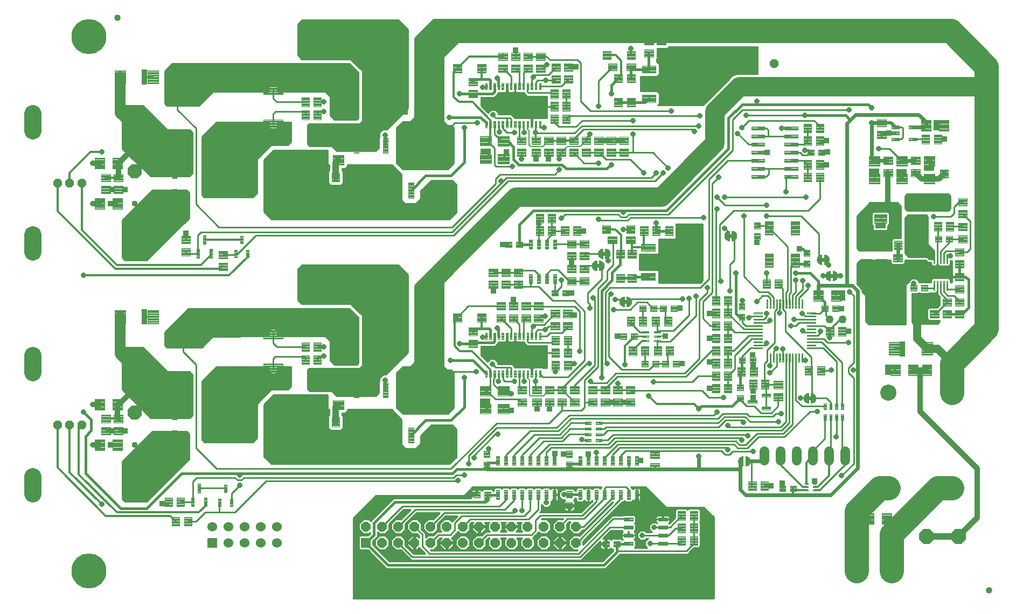
<source format=gtl>
G75*
%MOIN*%
%OFA0B0*%
%FSLAX25Y25*%
%IPPOS*%
%LPD*%
%AMOC8*
5,1,8,0,0,1.08239X$1,22.5*
%
%ADD10C,0.00394*%
%ADD11C,0.00409*%
%ADD12OC8,0.09693*%
%ADD13C,0.04000*%
%ADD14OC8,0.09055*%
%ADD15C,0.00402*%
%ADD16C,0.00408*%
%ADD17C,0.00396*%
%ADD18C,0.00378*%
%ADD19C,0.10000*%
%ADD20C,0.00425*%
%ADD21C,0.00403*%
%ADD22C,0.05906*%
%ADD23C,0.00100*%
%ADD24C,0.00400*%
%ADD25C,0.05000*%
%ADD26C,0.00348*%
%ADD27C,0.00407*%
%ADD28C,0.00514*%
%ADD29C,0.00387*%
%ADD30C,0.00413*%
%ADD31OC8,0.05315*%
%ADD32OC8,0.08600*%
%ADD33OC8,0.03543*%
%ADD34C,0.10638*%
%ADD35OC8,0.05906*%
%ADD36R,0.05906X0.05906*%
%ADD37C,0.00386*%
%ADD38C,0.00372*%
%ADD39OC8,0.10000*%
%ADD40R,0.06000X0.06000*%
%ADD41C,0.06000*%
%ADD42C,0.00362*%
%ADD43C,0.00390*%
%ADD44C,0.00384*%
%ADD45C,0.00433*%
%ADD46C,0.00406*%
%ADD47C,0.03200*%
%ADD48C,0.04000*%
%ADD49OC8,0.03175*%
%ADD50R,0.03175X0.03175*%
%ADD51C,0.01600*%
%ADD52C,0.01000*%
%ADD53C,0.01200*%
%ADD54C,0.01100*%
%ADD55C,0.02400*%
%ADD56C,0.00800*%
%ADD57C,0.21654*%
%ADD58C,0.15000*%
%ADD59C,0.12000*%
%ADD60C,0.05000*%
%ADD61C,0.02000*%
%ADD62C,0.06600*%
D10*
X0374947Y0150669D02*
X0374947Y0158149D01*
X0374947Y0150669D02*
X0367467Y0150669D01*
X0367467Y0158149D01*
X0374947Y0158149D01*
X0374947Y0151062D02*
X0367467Y0151062D01*
X0367467Y0151455D02*
X0374947Y0151455D01*
X0374947Y0151848D02*
X0367467Y0151848D01*
X0367467Y0152241D02*
X0374947Y0152241D01*
X0374947Y0152634D02*
X0367467Y0152634D01*
X0367467Y0153027D02*
X0374947Y0153027D01*
X0374947Y0153420D02*
X0367467Y0153420D01*
X0367467Y0153813D02*
X0374947Y0153813D01*
X0374947Y0154206D02*
X0367467Y0154206D01*
X0367467Y0154599D02*
X0374947Y0154599D01*
X0374947Y0154992D02*
X0367467Y0154992D01*
X0367467Y0155385D02*
X0374947Y0155385D01*
X0374947Y0155778D02*
X0367467Y0155778D01*
X0367467Y0156171D02*
X0374947Y0156171D01*
X0374947Y0156564D02*
X0367467Y0156564D01*
X0367467Y0156957D02*
X0374947Y0156957D01*
X0374947Y0157350D02*
X0367467Y0157350D01*
X0367467Y0157743D02*
X0374947Y0157743D01*
X0374947Y0158136D02*
X0367467Y0158136D01*
X0374947Y0166417D02*
X0374947Y0173897D01*
X0374947Y0166417D02*
X0367467Y0166417D01*
X0367467Y0173897D01*
X0374947Y0173897D01*
X0374947Y0166810D02*
X0367467Y0166810D01*
X0367467Y0167203D02*
X0374947Y0167203D01*
X0374947Y0167596D02*
X0367467Y0167596D01*
X0367467Y0167989D02*
X0374947Y0167989D01*
X0374947Y0168382D02*
X0367467Y0168382D01*
X0367467Y0168775D02*
X0374947Y0168775D01*
X0374947Y0169168D02*
X0367467Y0169168D01*
X0367467Y0169561D02*
X0374947Y0169561D01*
X0374947Y0169954D02*
X0367467Y0169954D01*
X0367467Y0170347D02*
X0374947Y0170347D01*
X0374947Y0170740D02*
X0367467Y0170740D01*
X0367467Y0171133D02*
X0374947Y0171133D01*
X0374947Y0171526D02*
X0367467Y0171526D01*
X0367467Y0171919D02*
X0374947Y0171919D01*
X0374947Y0172312D02*
X0367467Y0172312D01*
X0367467Y0172705D02*
X0374947Y0172705D01*
X0374947Y0173098D02*
X0367467Y0173098D01*
X0367467Y0173491D02*
X0374947Y0173491D01*
X0374947Y0173884D02*
X0367467Y0173884D01*
X0474936Y0126848D02*
X0474936Y0122912D01*
X0474936Y0126848D02*
X0478478Y0126848D01*
X0478478Y0122912D01*
X0474936Y0122912D01*
X0474936Y0123305D02*
X0478478Y0123305D01*
X0478478Y0123698D02*
X0474936Y0123698D01*
X0474936Y0124091D02*
X0478478Y0124091D01*
X0478478Y0124484D02*
X0474936Y0124484D01*
X0474936Y0124877D02*
X0478478Y0124877D01*
X0478478Y0125270D02*
X0474936Y0125270D01*
X0474936Y0125663D02*
X0478478Y0125663D01*
X0478478Y0126056D02*
X0474936Y0126056D01*
X0474936Y0126449D02*
X0478478Y0126449D01*
X0478478Y0126842D02*
X0474936Y0126842D01*
X0474936Y0120155D02*
X0474936Y0116219D01*
X0474936Y0120155D02*
X0478478Y0120155D01*
X0478478Y0116219D01*
X0474936Y0116219D01*
X0474936Y0116612D02*
X0478478Y0116612D01*
X0478478Y0117005D02*
X0474936Y0117005D01*
X0474936Y0117398D02*
X0478478Y0117398D01*
X0478478Y0117791D02*
X0474936Y0117791D01*
X0474936Y0118184D02*
X0478478Y0118184D01*
X0478478Y0118577D02*
X0474936Y0118577D01*
X0474936Y0118970D02*
X0478478Y0118970D01*
X0478478Y0119363D02*
X0474936Y0119363D01*
X0474936Y0119756D02*
X0478478Y0119756D01*
X0478478Y0120149D02*
X0474936Y0120149D01*
X0475086Y0101554D02*
X0479022Y0101554D01*
X0479022Y0098012D01*
X0475086Y0098012D01*
X0475086Y0101554D01*
X0475086Y0098405D02*
X0479022Y0098405D01*
X0479022Y0098798D02*
X0475086Y0098798D01*
X0475086Y0099191D02*
X0479022Y0099191D01*
X0479022Y0099584D02*
X0475086Y0099584D01*
X0475086Y0099977D02*
X0479022Y0099977D01*
X0479022Y0100370D02*
X0475086Y0100370D01*
X0475086Y0100763D02*
X0479022Y0100763D01*
X0479022Y0101156D02*
X0475086Y0101156D01*
X0475086Y0101549D02*
X0479022Y0101549D01*
X0472329Y0101554D02*
X0468393Y0101554D01*
X0472329Y0101554D02*
X0472329Y0098012D01*
X0468393Y0098012D01*
X0468393Y0101554D01*
X0468393Y0098405D02*
X0472329Y0098405D01*
X0472329Y0098798D02*
X0468393Y0098798D01*
X0468393Y0099191D02*
X0472329Y0099191D01*
X0472329Y0099584D02*
X0468393Y0099584D01*
X0468393Y0099977D02*
X0472329Y0099977D01*
X0472329Y0100370D02*
X0468393Y0100370D01*
X0468393Y0100763D02*
X0472329Y0100763D01*
X0472329Y0101156D02*
X0468393Y0101156D01*
X0468393Y0101549D02*
X0472329Y0101549D01*
X0525936Y0101848D02*
X0525936Y0097912D01*
X0525936Y0101848D02*
X0529478Y0101848D01*
X0529478Y0097912D01*
X0525936Y0097912D01*
X0525936Y0098305D02*
X0529478Y0098305D01*
X0529478Y0098698D02*
X0525936Y0098698D01*
X0525936Y0099091D02*
X0529478Y0099091D01*
X0529478Y0099484D02*
X0525936Y0099484D01*
X0525936Y0099877D02*
X0529478Y0099877D01*
X0529478Y0100270D02*
X0525936Y0100270D01*
X0525936Y0100663D02*
X0529478Y0100663D01*
X0529478Y0101056D02*
X0525936Y0101056D01*
X0525936Y0101449D02*
X0529478Y0101449D01*
X0529478Y0101842D02*
X0525936Y0101842D01*
X0525936Y0095155D02*
X0525936Y0091219D01*
X0525936Y0095155D02*
X0529478Y0095155D01*
X0529478Y0091219D01*
X0525936Y0091219D01*
X0525936Y0091612D02*
X0529478Y0091612D01*
X0529478Y0092005D02*
X0525936Y0092005D01*
X0525936Y0092398D02*
X0529478Y0092398D01*
X0529478Y0092791D02*
X0525936Y0092791D01*
X0525936Y0093184D02*
X0529478Y0093184D01*
X0529478Y0093577D02*
X0525936Y0093577D01*
X0525936Y0093970D02*
X0529478Y0093970D01*
X0529478Y0094363D02*
X0525936Y0094363D01*
X0525936Y0094756D02*
X0529478Y0094756D01*
X0529478Y0095149D02*
X0525936Y0095149D01*
X0525936Y0116219D02*
X0525936Y0120155D01*
X0529478Y0120155D01*
X0529478Y0116219D01*
X0525936Y0116219D01*
X0525936Y0116612D02*
X0529478Y0116612D01*
X0529478Y0117005D02*
X0525936Y0117005D01*
X0525936Y0117398D02*
X0529478Y0117398D01*
X0529478Y0117791D02*
X0525936Y0117791D01*
X0525936Y0118184D02*
X0529478Y0118184D01*
X0529478Y0118577D02*
X0525936Y0118577D01*
X0525936Y0118970D02*
X0529478Y0118970D01*
X0529478Y0119363D02*
X0525936Y0119363D01*
X0525936Y0119756D02*
X0529478Y0119756D01*
X0529478Y0120149D02*
X0525936Y0120149D01*
X0525936Y0122912D02*
X0525936Y0126848D01*
X0529478Y0126848D01*
X0529478Y0122912D01*
X0525936Y0122912D01*
X0525936Y0123305D02*
X0529478Y0123305D01*
X0529478Y0123698D02*
X0525936Y0123698D01*
X0525936Y0124091D02*
X0529478Y0124091D01*
X0529478Y0124484D02*
X0525936Y0124484D01*
X0525936Y0124877D02*
X0529478Y0124877D01*
X0529478Y0125270D02*
X0525936Y0125270D01*
X0525936Y0125663D02*
X0529478Y0125663D01*
X0529478Y0126056D02*
X0525936Y0126056D01*
X0525936Y0126449D02*
X0529478Y0126449D01*
X0529478Y0126842D02*
X0525936Y0126842D01*
X0537590Y0132682D02*
X0537590Y0134256D01*
X0541132Y0134256D01*
X0541132Y0132682D01*
X0537590Y0132682D01*
X0537590Y0133075D02*
X0541132Y0133075D01*
X0541132Y0133468D02*
X0537590Y0133468D01*
X0537590Y0133861D02*
X0541132Y0133861D01*
X0541132Y0134254D02*
X0537590Y0134254D01*
X0537590Y0136225D02*
X0537590Y0137799D01*
X0541132Y0137799D01*
X0541132Y0136225D01*
X0537590Y0136225D01*
X0537590Y0136618D02*
X0541132Y0136618D01*
X0541132Y0137011D02*
X0537590Y0137011D01*
X0537590Y0137404D02*
X0541132Y0137404D01*
X0541132Y0137797D02*
X0537590Y0137797D01*
X0537590Y0139768D02*
X0537590Y0141342D01*
X0541132Y0141342D01*
X0541132Y0139768D01*
X0537590Y0139768D01*
X0537590Y0140161D02*
X0541132Y0140161D01*
X0541132Y0140554D02*
X0537590Y0140554D01*
X0537590Y0140947D02*
X0541132Y0140947D01*
X0541132Y0141340D02*
X0537590Y0141340D01*
X0537590Y0143311D02*
X0537590Y0144885D01*
X0541132Y0144885D01*
X0541132Y0143311D01*
X0537590Y0143311D01*
X0537590Y0143704D02*
X0541132Y0143704D01*
X0541132Y0144097D02*
X0537590Y0144097D01*
X0537590Y0144490D02*
X0541132Y0144490D01*
X0541132Y0144883D02*
X0537590Y0144883D01*
X0544283Y0144885D02*
X0544283Y0143311D01*
X0544283Y0144885D02*
X0547825Y0144885D01*
X0547825Y0143311D01*
X0544283Y0143311D01*
X0544283Y0143704D02*
X0547825Y0143704D01*
X0547825Y0144097D02*
X0544283Y0144097D01*
X0544283Y0144490D02*
X0547825Y0144490D01*
X0547825Y0144883D02*
X0544283Y0144883D01*
X0544283Y0141342D02*
X0544283Y0139768D01*
X0544283Y0141342D02*
X0547825Y0141342D01*
X0547825Y0139768D01*
X0544283Y0139768D01*
X0544283Y0140161D02*
X0547825Y0140161D01*
X0547825Y0140554D02*
X0544283Y0140554D01*
X0544283Y0140947D02*
X0547825Y0140947D01*
X0547825Y0141340D02*
X0544283Y0141340D01*
X0544283Y0137799D02*
X0544283Y0136225D01*
X0544283Y0137799D02*
X0547825Y0137799D01*
X0547825Y0136225D01*
X0544283Y0136225D01*
X0544283Y0136618D02*
X0547825Y0136618D01*
X0547825Y0137011D02*
X0544283Y0137011D01*
X0544283Y0137404D02*
X0547825Y0137404D01*
X0547825Y0137797D02*
X0544283Y0137797D01*
X0544283Y0134256D02*
X0544283Y0132682D01*
X0544283Y0134256D02*
X0547825Y0134256D01*
X0547825Y0132682D01*
X0544283Y0132682D01*
X0544283Y0133075D02*
X0547825Y0133075D01*
X0547825Y0133468D02*
X0544283Y0133468D01*
X0544283Y0133861D02*
X0547825Y0133861D01*
X0547825Y0134254D02*
X0544283Y0134254D01*
X0572393Y0182554D02*
X0576329Y0182554D01*
X0576329Y0179012D01*
X0572393Y0179012D01*
X0572393Y0182554D01*
X0572393Y0179405D02*
X0576329Y0179405D01*
X0576329Y0179798D02*
X0572393Y0179798D01*
X0572393Y0180191D02*
X0576329Y0180191D01*
X0576329Y0180584D02*
X0572393Y0180584D01*
X0572393Y0180977D02*
X0576329Y0180977D01*
X0576329Y0181370D02*
X0572393Y0181370D01*
X0572393Y0181763D02*
X0576329Y0181763D01*
X0576329Y0182156D02*
X0572393Y0182156D01*
X0572393Y0182549D02*
X0576329Y0182549D01*
X0579086Y0182554D02*
X0583022Y0182554D01*
X0583022Y0179012D01*
X0579086Y0179012D01*
X0579086Y0182554D01*
X0579086Y0179405D02*
X0583022Y0179405D01*
X0583022Y0179798D02*
X0579086Y0179798D01*
X0579086Y0180191D02*
X0583022Y0180191D01*
X0583022Y0180584D02*
X0579086Y0180584D01*
X0579086Y0180977D02*
X0583022Y0180977D01*
X0583022Y0181370D02*
X0579086Y0181370D01*
X0579086Y0181763D02*
X0583022Y0181763D01*
X0583022Y0182156D02*
X0579086Y0182156D01*
X0579086Y0182549D02*
X0583022Y0182549D01*
X0585143Y0179012D02*
X0589079Y0179012D01*
X0585143Y0179012D02*
X0585143Y0182554D01*
X0589079Y0182554D01*
X0589079Y0179012D01*
X0589079Y0179405D02*
X0585143Y0179405D01*
X0585143Y0179798D02*
X0589079Y0179798D01*
X0589079Y0180191D02*
X0585143Y0180191D01*
X0585143Y0180584D02*
X0589079Y0180584D01*
X0589079Y0180977D02*
X0585143Y0180977D01*
X0585143Y0181370D02*
X0589079Y0181370D01*
X0589079Y0181763D02*
X0585143Y0181763D01*
X0585143Y0182156D02*
X0589079Y0182156D01*
X0589079Y0182549D02*
X0585143Y0182549D01*
X0591836Y0179012D02*
X0595772Y0179012D01*
X0591836Y0179012D02*
X0591836Y0182554D01*
X0595772Y0182554D01*
X0595772Y0179012D01*
X0595772Y0179405D02*
X0591836Y0179405D01*
X0591836Y0179798D02*
X0595772Y0179798D01*
X0595772Y0180191D02*
X0591836Y0180191D01*
X0591836Y0180584D02*
X0595772Y0180584D01*
X0595772Y0180977D02*
X0591836Y0180977D01*
X0591836Y0181370D02*
X0595772Y0181370D01*
X0595772Y0181763D02*
X0591836Y0181763D01*
X0591836Y0182156D02*
X0595772Y0182156D01*
X0595772Y0182549D02*
X0591836Y0182549D01*
X0569772Y0199554D02*
X0565836Y0199554D01*
X0569772Y0199554D02*
X0569772Y0196012D01*
X0565836Y0196012D01*
X0565836Y0199554D01*
X0565836Y0196405D02*
X0569772Y0196405D01*
X0569772Y0196798D02*
X0565836Y0196798D01*
X0565836Y0197191D02*
X0569772Y0197191D01*
X0569772Y0197584D02*
X0565836Y0197584D01*
X0565836Y0197977D02*
X0569772Y0197977D01*
X0569772Y0198370D02*
X0565836Y0198370D01*
X0565836Y0198763D02*
X0569772Y0198763D01*
X0569772Y0199156D02*
X0565836Y0199156D01*
X0565836Y0199549D02*
X0569772Y0199549D01*
X0563079Y0199554D02*
X0559143Y0199554D01*
X0563079Y0199554D02*
X0563079Y0196012D01*
X0559143Y0196012D01*
X0559143Y0199554D01*
X0559143Y0196405D02*
X0563079Y0196405D01*
X0563079Y0196798D02*
X0559143Y0196798D01*
X0559143Y0197191D02*
X0563079Y0197191D01*
X0563079Y0197584D02*
X0559143Y0197584D01*
X0559143Y0197977D02*
X0563079Y0197977D01*
X0563079Y0198370D02*
X0559143Y0198370D01*
X0559143Y0198763D02*
X0563079Y0198763D01*
X0563079Y0199156D02*
X0559143Y0199156D01*
X0559143Y0199549D02*
X0563079Y0199549D01*
X0571143Y0216804D02*
X0575079Y0216804D01*
X0575079Y0213262D01*
X0571143Y0213262D01*
X0571143Y0216804D01*
X0571143Y0213655D02*
X0575079Y0213655D01*
X0575079Y0214048D02*
X0571143Y0214048D01*
X0571143Y0214441D02*
X0575079Y0214441D01*
X0575079Y0214834D02*
X0571143Y0214834D01*
X0571143Y0215227D02*
X0575079Y0215227D01*
X0575079Y0215620D02*
X0571143Y0215620D01*
X0571143Y0216013D02*
X0575079Y0216013D01*
X0575079Y0216406D02*
X0571143Y0216406D01*
X0571143Y0216799D02*
X0575079Y0216799D01*
X0577836Y0216804D02*
X0581772Y0216804D01*
X0581772Y0213262D01*
X0577836Y0213262D01*
X0577836Y0216804D01*
X0577836Y0213655D02*
X0581772Y0213655D01*
X0581772Y0214048D02*
X0577836Y0214048D01*
X0577836Y0214441D02*
X0581772Y0214441D01*
X0581772Y0214834D02*
X0577836Y0214834D01*
X0577836Y0215227D02*
X0581772Y0215227D01*
X0581772Y0215620D02*
X0577836Y0215620D01*
X0577836Y0216013D02*
X0581772Y0216013D01*
X0581772Y0216406D02*
X0577836Y0216406D01*
X0577836Y0216799D02*
X0581772Y0216799D01*
X0583893Y0213262D02*
X0587829Y0213262D01*
X0583893Y0213262D02*
X0583893Y0216804D01*
X0587829Y0216804D01*
X0587829Y0213262D01*
X0587829Y0213655D02*
X0583893Y0213655D01*
X0583893Y0214048D02*
X0587829Y0214048D01*
X0587829Y0214441D02*
X0583893Y0214441D01*
X0583893Y0214834D02*
X0587829Y0214834D01*
X0587829Y0215227D02*
X0583893Y0215227D01*
X0583893Y0215620D02*
X0587829Y0215620D01*
X0587829Y0216013D02*
X0583893Y0216013D01*
X0583893Y0216406D02*
X0587829Y0216406D01*
X0587829Y0216799D02*
X0583893Y0216799D01*
X0590586Y0213262D02*
X0594522Y0213262D01*
X0590586Y0213262D02*
X0590586Y0216804D01*
X0594522Y0216804D01*
X0594522Y0213262D01*
X0594522Y0213655D02*
X0590586Y0213655D01*
X0590586Y0214048D02*
X0594522Y0214048D01*
X0594522Y0214441D02*
X0590586Y0214441D01*
X0590586Y0214834D02*
X0594522Y0214834D01*
X0594522Y0215227D02*
X0590586Y0215227D01*
X0590586Y0215620D02*
X0594522Y0215620D01*
X0594522Y0216013D02*
X0590586Y0216013D01*
X0590586Y0216406D02*
X0594522Y0216406D01*
X0594522Y0216799D02*
X0590586Y0216799D01*
X0632686Y0218348D02*
X0632686Y0214412D01*
X0632686Y0218348D02*
X0636228Y0218348D01*
X0636228Y0214412D01*
X0632686Y0214412D01*
X0632686Y0214805D02*
X0636228Y0214805D01*
X0636228Y0215198D02*
X0632686Y0215198D01*
X0632686Y0215591D02*
X0636228Y0215591D01*
X0636228Y0215984D02*
X0632686Y0215984D01*
X0632686Y0216377D02*
X0636228Y0216377D01*
X0636228Y0216770D02*
X0632686Y0216770D01*
X0632686Y0217163D02*
X0636228Y0217163D01*
X0636228Y0217556D02*
X0632686Y0217556D01*
X0632686Y0217949D02*
X0636228Y0217949D01*
X0636228Y0218342D02*
X0632686Y0218342D01*
X0632686Y0211655D02*
X0632686Y0207719D01*
X0632686Y0211655D02*
X0636228Y0211655D01*
X0636228Y0207719D01*
X0632686Y0207719D01*
X0632686Y0208112D02*
X0636228Y0208112D01*
X0636228Y0208505D02*
X0632686Y0208505D01*
X0632686Y0208898D02*
X0636228Y0208898D01*
X0636228Y0209291D02*
X0632686Y0209291D01*
X0632686Y0209684D02*
X0636228Y0209684D01*
X0636228Y0210077D02*
X0632686Y0210077D01*
X0632686Y0210470D02*
X0636228Y0210470D01*
X0636228Y0210863D02*
X0632686Y0210863D01*
X0632686Y0211256D02*
X0636228Y0211256D01*
X0636228Y0211649D02*
X0632686Y0211649D01*
X0632643Y0184804D02*
X0636579Y0184804D01*
X0636579Y0181262D01*
X0632643Y0181262D01*
X0632643Y0184804D01*
X0632643Y0181655D02*
X0636579Y0181655D01*
X0636579Y0182048D02*
X0632643Y0182048D01*
X0632643Y0182441D02*
X0636579Y0182441D01*
X0636579Y0182834D02*
X0632643Y0182834D01*
X0632643Y0183227D02*
X0636579Y0183227D01*
X0636579Y0183620D02*
X0632643Y0183620D01*
X0632643Y0184013D02*
X0636579Y0184013D01*
X0636579Y0184406D02*
X0632643Y0184406D01*
X0632643Y0184799D02*
X0636579Y0184799D01*
X0639336Y0184804D02*
X0643272Y0184804D01*
X0643272Y0181262D01*
X0639336Y0181262D01*
X0639336Y0184804D01*
X0639336Y0181655D02*
X0643272Y0181655D01*
X0643272Y0182048D02*
X0639336Y0182048D01*
X0639336Y0182441D02*
X0643272Y0182441D01*
X0643272Y0182834D02*
X0639336Y0182834D01*
X0639336Y0183227D02*
X0643272Y0183227D01*
X0643272Y0183620D02*
X0639336Y0183620D01*
X0639336Y0184013D02*
X0643272Y0184013D01*
X0643272Y0184406D02*
X0639336Y0184406D01*
X0639336Y0184799D02*
X0643272Y0184799D01*
X0635425Y0167901D02*
X0635425Y0164359D01*
X0631489Y0164359D01*
X0631489Y0167901D01*
X0635425Y0167901D01*
X0635425Y0164752D02*
X0631489Y0164752D01*
X0631489Y0165145D02*
X0635425Y0165145D01*
X0635425Y0165538D02*
X0631489Y0165538D01*
X0631489Y0165931D02*
X0635425Y0165931D01*
X0635425Y0166324D02*
X0631489Y0166324D01*
X0631489Y0166717D02*
X0635425Y0166717D01*
X0635425Y0167110D02*
X0631489Y0167110D01*
X0631489Y0167503D02*
X0635425Y0167503D01*
X0635425Y0167896D02*
X0631489Y0167896D01*
X0635425Y0161208D02*
X0635425Y0157666D01*
X0631489Y0157666D01*
X0631489Y0161208D01*
X0635425Y0161208D01*
X0635425Y0158059D02*
X0631489Y0158059D01*
X0631489Y0158452D02*
X0635425Y0158452D01*
X0635425Y0158845D02*
X0631489Y0158845D01*
X0631489Y0159238D02*
X0635425Y0159238D01*
X0635425Y0159631D02*
X0631489Y0159631D01*
X0631489Y0160024D02*
X0635425Y0160024D01*
X0635425Y0160417D02*
X0631489Y0160417D01*
X0631489Y0160810D02*
X0635425Y0160810D01*
X0635425Y0161203D02*
X0631489Y0161203D01*
X0685105Y0156151D02*
X0686679Y0156151D01*
X0686679Y0152609D01*
X0685105Y0152609D01*
X0685105Y0156151D01*
X0685105Y0153002D02*
X0686679Y0153002D01*
X0686679Y0153395D02*
X0685105Y0153395D01*
X0685105Y0153788D02*
X0686679Y0153788D01*
X0686679Y0154181D02*
X0685105Y0154181D01*
X0685105Y0154574D02*
X0686679Y0154574D01*
X0686679Y0154967D02*
X0685105Y0154967D01*
X0685105Y0155360D02*
X0686679Y0155360D01*
X0686679Y0155753D02*
X0685105Y0155753D01*
X0685105Y0156146D02*
X0686679Y0156146D01*
X0688649Y0156151D02*
X0690223Y0156151D01*
X0690223Y0152609D01*
X0688649Y0152609D01*
X0688649Y0156151D01*
X0688649Y0153002D02*
X0690223Y0153002D01*
X0690223Y0153395D02*
X0688649Y0153395D01*
X0688649Y0153788D02*
X0690223Y0153788D01*
X0690223Y0154181D02*
X0688649Y0154181D01*
X0688649Y0154574D02*
X0690223Y0154574D01*
X0690223Y0154967D02*
X0688649Y0154967D01*
X0688649Y0155360D02*
X0690223Y0155360D01*
X0690223Y0155753D02*
X0688649Y0155753D01*
X0688649Y0156146D02*
X0690223Y0156146D01*
X0692192Y0156151D02*
X0693766Y0156151D01*
X0693766Y0152609D01*
X0692192Y0152609D01*
X0692192Y0156151D01*
X0692192Y0153002D02*
X0693766Y0153002D01*
X0693766Y0153395D02*
X0692192Y0153395D01*
X0692192Y0153788D02*
X0693766Y0153788D01*
X0693766Y0154181D02*
X0692192Y0154181D01*
X0692192Y0154574D02*
X0693766Y0154574D01*
X0693766Y0154967D02*
X0692192Y0154967D01*
X0692192Y0155360D02*
X0693766Y0155360D01*
X0693766Y0155753D02*
X0692192Y0155753D01*
X0692192Y0156146D02*
X0693766Y0156146D01*
X0695735Y0156151D02*
X0697309Y0156151D01*
X0697309Y0152609D01*
X0695735Y0152609D01*
X0695735Y0156151D01*
X0695735Y0153002D02*
X0697309Y0153002D01*
X0697309Y0153395D02*
X0695735Y0153395D01*
X0695735Y0153788D02*
X0697309Y0153788D01*
X0697309Y0154181D02*
X0695735Y0154181D01*
X0695735Y0154574D02*
X0697309Y0154574D01*
X0697309Y0154967D02*
X0695735Y0154967D01*
X0695735Y0155360D02*
X0697309Y0155360D01*
X0697309Y0155753D02*
X0695735Y0155753D01*
X0695735Y0156146D02*
X0697309Y0156146D01*
X0697309Y0149458D02*
X0695735Y0149458D01*
X0697309Y0149458D02*
X0697309Y0145916D01*
X0695735Y0145916D01*
X0695735Y0149458D01*
X0695735Y0146309D02*
X0697309Y0146309D01*
X0697309Y0146702D02*
X0695735Y0146702D01*
X0695735Y0147095D02*
X0697309Y0147095D01*
X0697309Y0147488D02*
X0695735Y0147488D01*
X0695735Y0147881D02*
X0697309Y0147881D01*
X0697309Y0148274D02*
X0695735Y0148274D01*
X0695735Y0148667D02*
X0697309Y0148667D01*
X0697309Y0149060D02*
X0695735Y0149060D01*
X0695735Y0149453D02*
X0697309Y0149453D01*
X0693766Y0149458D02*
X0692192Y0149458D01*
X0693766Y0149458D02*
X0693766Y0145916D01*
X0692192Y0145916D01*
X0692192Y0149458D01*
X0692192Y0146309D02*
X0693766Y0146309D01*
X0693766Y0146702D02*
X0692192Y0146702D01*
X0692192Y0147095D02*
X0693766Y0147095D01*
X0693766Y0147488D02*
X0692192Y0147488D01*
X0692192Y0147881D02*
X0693766Y0147881D01*
X0693766Y0148274D02*
X0692192Y0148274D01*
X0692192Y0148667D02*
X0693766Y0148667D01*
X0693766Y0149060D02*
X0692192Y0149060D01*
X0692192Y0149453D02*
X0693766Y0149453D01*
X0690223Y0149458D02*
X0688649Y0149458D01*
X0690223Y0149458D02*
X0690223Y0145916D01*
X0688649Y0145916D01*
X0688649Y0149458D01*
X0688649Y0146309D02*
X0690223Y0146309D01*
X0690223Y0146702D02*
X0688649Y0146702D01*
X0688649Y0147095D02*
X0690223Y0147095D01*
X0690223Y0147488D02*
X0688649Y0147488D01*
X0688649Y0147881D02*
X0690223Y0147881D01*
X0690223Y0148274D02*
X0688649Y0148274D01*
X0688649Y0148667D02*
X0690223Y0148667D01*
X0690223Y0149060D02*
X0688649Y0149060D01*
X0688649Y0149453D02*
X0690223Y0149453D01*
X0686679Y0149458D02*
X0685105Y0149458D01*
X0686679Y0149458D02*
X0686679Y0145916D01*
X0685105Y0145916D01*
X0685105Y0149458D01*
X0685105Y0146309D02*
X0686679Y0146309D01*
X0686679Y0146702D02*
X0685105Y0146702D01*
X0685105Y0147095D02*
X0686679Y0147095D01*
X0686679Y0147488D02*
X0685105Y0147488D01*
X0685105Y0147881D02*
X0686679Y0147881D01*
X0686679Y0148274D02*
X0685105Y0148274D01*
X0685105Y0148667D02*
X0686679Y0148667D01*
X0686679Y0149060D02*
X0685105Y0149060D01*
X0685105Y0149453D02*
X0686679Y0149453D01*
X0668272Y0105304D02*
X0664336Y0105304D01*
X0668272Y0105304D02*
X0668272Y0101762D01*
X0664336Y0101762D01*
X0664336Y0105304D01*
X0664336Y0102155D02*
X0668272Y0102155D01*
X0668272Y0102548D02*
X0664336Y0102548D01*
X0664336Y0102941D02*
X0668272Y0102941D01*
X0668272Y0103334D02*
X0664336Y0103334D01*
X0664336Y0103727D02*
X0668272Y0103727D01*
X0668272Y0104120D02*
X0664336Y0104120D01*
X0664336Y0104513D02*
X0668272Y0104513D01*
X0668272Y0104906D02*
X0664336Y0104906D01*
X0664336Y0105299D02*
X0668272Y0105299D01*
X0661579Y0105304D02*
X0657643Y0105304D01*
X0661579Y0105304D02*
X0661579Y0101762D01*
X0657643Y0101762D01*
X0657643Y0105304D01*
X0657643Y0102155D02*
X0661579Y0102155D01*
X0661579Y0102548D02*
X0657643Y0102548D01*
X0657643Y0102941D02*
X0661579Y0102941D01*
X0661579Y0103334D02*
X0657643Y0103334D01*
X0657643Y0103727D02*
X0661579Y0103727D01*
X0661579Y0104120D02*
X0657643Y0104120D01*
X0657643Y0104513D02*
X0661579Y0104513D01*
X0661579Y0104906D02*
X0657643Y0104906D01*
X0657643Y0105299D02*
X0661579Y0105299D01*
X0559022Y0067512D02*
X0555086Y0067512D01*
X0555086Y0071054D01*
X0559022Y0071054D01*
X0559022Y0067512D01*
X0559022Y0067905D02*
X0555086Y0067905D01*
X0555086Y0068298D02*
X0559022Y0068298D01*
X0559022Y0068691D02*
X0555086Y0068691D01*
X0555086Y0069084D02*
X0559022Y0069084D01*
X0559022Y0069477D02*
X0555086Y0069477D01*
X0555086Y0069870D02*
X0559022Y0069870D01*
X0559022Y0070263D02*
X0555086Y0070263D01*
X0555086Y0070656D02*
X0559022Y0070656D01*
X0559022Y0071049D02*
X0555086Y0071049D01*
X0552329Y0067512D02*
X0548393Y0067512D01*
X0548393Y0071054D01*
X0552329Y0071054D01*
X0552329Y0067512D01*
X0552329Y0067905D02*
X0548393Y0067905D01*
X0548393Y0068298D02*
X0552329Y0068298D01*
X0552329Y0068691D02*
X0548393Y0068691D01*
X0548393Y0069084D02*
X0552329Y0069084D01*
X0552329Y0069477D02*
X0548393Y0069477D01*
X0548393Y0069870D02*
X0552329Y0069870D01*
X0552329Y0070263D02*
X0548393Y0070263D01*
X0548393Y0070656D02*
X0552329Y0070656D01*
X0552329Y0071049D02*
X0548393Y0071049D01*
X0683893Y0216804D02*
X0687829Y0216804D01*
X0687829Y0213262D01*
X0683893Y0213262D01*
X0683893Y0216804D01*
X0683893Y0213655D02*
X0687829Y0213655D01*
X0687829Y0214048D02*
X0683893Y0214048D01*
X0683893Y0214441D02*
X0687829Y0214441D01*
X0687829Y0214834D02*
X0683893Y0214834D01*
X0683893Y0215227D02*
X0687829Y0215227D01*
X0687829Y0215620D02*
X0683893Y0215620D01*
X0683893Y0216013D02*
X0687829Y0216013D01*
X0687829Y0216406D02*
X0683893Y0216406D01*
X0683893Y0216799D02*
X0687829Y0216799D01*
X0690586Y0216804D02*
X0694522Y0216804D01*
X0694522Y0213262D01*
X0690586Y0213262D01*
X0690586Y0216804D01*
X0690586Y0213655D02*
X0694522Y0213655D01*
X0694522Y0214048D02*
X0690586Y0214048D01*
X0690586Y0214441D02*
X0694522Y0214441D01*
X0694522Y0214834D02*
X0690586Y0214834D01*
X0690586Y0215227D02*
X0694522Y0215227D01*
X0694522Y0215620D02*
X0690586Y0215620D01*
X0690586Y0216013D02*
X0694522Y0216013D01*
X0694522Y0216406D02*
X0690586Y0216406D01*
X0690586Y0216799D02*
X0694522Y0216799D01*
X0672936Y0240719D02*
X0672936Y0244655D01*
X0676478Y0244655D01*
X0676478Y0240719D01*
X0672936Y0240719D01*
X0672936Y0241112D02*
X0676478Y0241112D01*
X0676478Y0241505D02*
X0672936Y0241505D01*
X0672936Y0241898D02*
X0676478Y0241898D01*
X0676478Y0242291D02*
X0672936Y0242291D01*
X0672936Y0242684D02*
X0676478Y0242684D01*
X0676478Y0243077D02*
X0672936Y0243077D01*
X0672936Y0243470D02*
X0676478Y0243470D01*
X0676478Y0243863D02*
X0672936Y0243863D01*
X0672936Y0244256D02*
X0676478Y0244256D01*
X0676478Y0244649D02*
X0672936Y0244649D01*
X0672936Y0247412D02*
X0672936Y0251348D01*
X0676478Y0251348D01*
X0676478Y0247412D01*
X0672936Y0247412D01*
X0672936Y0247805D02*
X0676478Y0247805D01*
X0676478Y0248198D02*
X0672936Y0248198D01*
X0672936Y0248591D02*
X0676478Y0248591D01*
X0676478Y0248984D02*
X0672936Y0248984D01*
X0672936Y0249377D02*
X0676478Y0249377D01*
X0676478Y0249770D02*
X0672936Y0249770D01*
X0672936Y0250163D02*
X0676478Y0250163D01*
X0676478Y0250556D02*
X0672936Y0250556D01*
X0672936Y0250949D02*
X0676478Y0250949D01*
X0676478Y0251342D02*
X0672936Y0251342D01*
X0645728Y0257719D02*
X0645728Y0261655D01*
X0645728Y0257719D02*
X0642186Y0257719D01*
X0642186Y0261655D01*
X0645728Y0261655D01*
X0645728Y0258112D02*
X0642186Y0258112D01*
X0642186Y0258505D02*
X0645728Y0258505D01*
X0645728Y0258898D02*
X0642186Y0258898D01*
X0642186Y0259291D02*
X0645728Y0259291D01*
X0645728Y0259684D02*
X0642186Y0259684D01*
X0642186Y0260077D02*
X0645728Y0260077D01*
X0645728Y0260470D02*
X0642186Y0260470D01*
X0642186Y0260863D02*
X0645728Y0260863D01*
X0645728Y0261256D02*
X0642186Y0261256D01*
X0642186Y0261649D02*
X0645728Y0261649D01*
X0645728Y0264412D02*
X0645728Y0268348D01*
X0645728Y0264412D02*
X0642186Y0264412D01*
X0642186Y0268348D01*
X0645728Y0268348D01*
X0645728Y0264805D02*
X0642186Y0264805D01*
X0642186Y0265198D02*
X0645728Y0265198D01*
X0645728Y0265591D02*
X0642186Y0265591D01*
X0642186Y0265984D02*
X0645728Y0265984D01*
X0645728Y0266377D02*
X0642186Y0266377D01*
X0642186Y0266770D02*
X0645728Y0266770D01*
X0645728Y0267163D02*
X0642186Y0267163D01*
X0642186Y0267556D02*
X0645728Y0267556D01*
X0645728Y0267949D02*
X0642186Y0267949D01*
X0642186Y0268342D02*
X0645728Y0268342D01*
X0675143Y0309762D02*
X0679079Y0309762D01*
X0675143Y0309762D02*
X0675143Y0313304D01*
X0679079Y0313304D01*
X0679079Y0309762D01*
X0679079Y0310155D02*
X0675143Y0310155D01*
X0675143Y0310548D02*
X0679079Y0310548D01*
X0679079Y0310941D02*
X0675143Y0310941D01*
X0675143Y0311334D02*
X0679079Y0311334D01*
X0679079Y0311727D02*
X0675143Y0311727D01*
X0675143Y0312120D02*
X0679079Y0312120D01*
X0679079Y0312513D02*
X0675143Y0312513D01*
X0675143Y0312906D02*
X0679079Y0312906D01*
X0679079Y0313299D02*
X0675143Y0313299D01*
X0681836Y0309762D02*
X0685772Y0309762D01*
X0681836Y0309762D02*
X0681836Y0313304D01*
X0685772Y0313304D01*
X0685772Y0309762D01*
X0685772Y0310155D02*
X0681836Y0310155D01*
X0681836Y0310548D02*
X0685772Y0310548D01*
X0685772Y0310941D02*
X0681836Y0310941D01*
X0681836Y0311334D02*
X0685772Y0311334D01*
X0685772Y0311727D02*
X0681836Y0311727D01*
X0681836Y0312120D02*
X0685772Y0312120D01*
X0685772Y0312513D02*
X0681836Y0312513D01*
X0681836Y0312906D02*
X0685772Y0312906D01*
X0685772Y0313299D02*
X0681836Y0313299D01*
X0754143Y0256262D02*
X0758079Y0256262D01*
X0754143Y0256262D02*
X0754143Y0259804D01*
X0758079Y0259804D01*
X0758079Y0256262D01*
X0758079Y0256655D02*
X0754143Y0256655D01*
X0754143Y0257048D02*
X0758079Y0257048D01*
X0758079Y0257441D02*
X0754143Y0257441D01*
X0754143Y0257834D02*
X0758079Y0257834D01*
X0758079Y0258227D02*
X0754143Y0258227D01*
X0754143Y0258620D02*
X0758079Y0258620D01*
X0758079Y0259013D02*
X0754143Y0259013D01*
X0754143Y0259406D02*
X0758079Y0259406D01*
X0758079Y0259799D02*
X0754143Y0259799D01*
X0760836Y0256262D02*
X0764772Y0256262D01*
X0760836Y0256262D02*
X0760836Y0259804D01*
X0764772Y0259804D01*
X0764772Y0256262D01*
X0764772Y0256655D02*
X0760836Y0256655D01*
X0760836Y0257048D02*
X0764772Y0257048D01*
X0764772Y0257441D02*
X0760836Y0257441D01*
X0760836Y0257834D02*
X0764772Y0257834D01*
X0764772Y0258227D02*
X0760836Y0258227D01*
X0760836Y0258620D02*
X0764772Y0258620D01*
X0764772Y0259013D02*
X0760836Y0259013D01*
X0760836Y0259406D02*
X0764772Y0259406D01*
X0764772Y0259799D02*
X0760836Y0259799D01*
X0749522Y0226012D02*
X0745586Y0226012D01*
X0745586Y0229554D01*
X0749522Y0229554D01*
X0749522Y0226012D01*
X0749522Y0226405D02*
X0745586Y0226405D01*
X0745586Y0226798D02*
X0749522Y0226798D01*
X0749522Y0227191D02*
X0745586Y0227191D01*
X0745586Y0227584D02*
X0749522Y0227584D01*
X0749522Y0227977D02*
X0745586Y0227977D01*
X0745586Y0228370D02*
X0749522Y0228370D01*
X0749522Y0228763D02*
X0745586Y0228763D01*
X0745586Y0229156D02*
X0749522Y0229156D01*
X0749522Y0229549D02*
X0745586Y0229549D01*
X0742829Y0226012D02*
X0738893Y0226012D01*
X0738893Y0229554D01*
X0742829Y0229554D01*
X0742829Y0226012D01*
X0742829Y0226405D02*
X0738893Y0226405D01*
X0738893Y0226798D02*
X0742829Y0226798D01*
X0742829Y0227191D02*
X0738893Y0227191D01*
X0738893Y0227584D02*
X0742829Y0227584D01*
X0742829Y0227977D02*
X0738893Y0227977D01*
X0738893Y0228370D02*
X0742829Y0228370D01*
X0742829Y0228763D02*
X0738893Y0228763D01*
X0738893Y0229156D02*
X0742829Y0229156D01*
X0742829Y0229549D02*
X0738893Y0229549D01*
X0527522Y0226304D02*
X0523586Y0226304D01*
X0527522Y0226304D02*
X0527522Y0222762D01*
X0523586Y0222762D01*
X0523586Y0226304D01*
X0523586Y0223155D02*
X0527522Y0223155D01*
X0527522Y0223548D02*
X0523586Y0223548D01*
X0523586Y0223941D02*
X0527522Y0223941D01*
X0527522Y0224334D02*
X0523586Y0224334D01*
X0523586Y0224727D02*
X0527522Y0224727D01*
X0527522Y0225120D02*
X0523586Y0225120D01*
X0523586Y0225513D02*
X0527522Y0225513D01*
X0527522Y0225906D02*
X0523586Y0225906D01*
X0523586Y0226299D02*
X0527522Y0226299D01*
X0520829Y0226304D02*
X0516893Y0226304D01*
X0520829Y0226304D02*
X0520829Y0222762D01*
X0516893Y0222762D01*
X0516893Y0226304D01*
X0516893Y0223155D02*
X0520829Y0223155D01*
X0520829Y0223548D02*
X0516893Y0223548D01*
X0516893Y0223941D02*
X0520829Y0223941D01*
X0520829Y0224334D02*
X0516893Y0224334D01*
X0516893Y0224727D02*
X0520829Y0224727D01*
X0520829Y0225120D02*
X0516893Y0225120D01*
X0516893Y0225513D02*
X0520829Y0225513D01*
X0520829Y0225906D02*
X0516893Y0225906D01*
X0516893Y0226299D02*
X0520829Y0226299D01*
X0498772Y0256304D02*
X0494836Y0256304D01*
X0498772Y0256304D02*
X0498772Y0252762D01*
X0494836Y0252762D01*
X0494836Y0256304D01*
X0494836Y0253155D02*
X0498772Y0253155D01*
X0498772Y0253548D02*
X0494836Y0253548D01*
X0494836Y0253941D02*
X0498772Y0253941D01*
X0498772Y0254334D02*
X0494836Y0254334D01*
X0494836Y0254727D02*
X0498772Y0254727D01*
X0498772Y0255120D02*
X0494836Y0255120D01*
X0494836Y0255513D02*
X0498772Y0255513D01*
X0498772Y0255906D02*
X0494836Y0255906D01*
X0494836Y0256299D02*
X0498772Y0256299D01*
X0492079Y0256304D02*
X0488143Y0256304D01*
X0492079Y0256304D02*
X0492079Y0252762D01*
X0488143Y0252762D01*
X0488143Y0256304D01*
X0488143Y0253155D02*
X0492079Y0253155D01*
X0492079Y0253548D02*
X0488143Y0253548D01*
X0488143Y0253941D02*
X0492079Y0253941D01*
X0492079Y0254334D02*
X0488143Y0254334D01*
X0488143Y0254727D02*
X0492079Y0254727D01*
X0492079Y0255120D02*
X0488143Y0255120D01*
X0488143Y0255513D02*
X0492079Y0255513D01*
X0492079Y0255906D02*
X0488143Y0255906D01*
X0488143Y0256299D02*
X0492079Y0256299D01*
X0374947Y0302169D02*
X0374947Y0309649D01*
X0374947Y0302169D02*
X0367467Y0302169D01*
X0367467Y0309649D01*
X0374947Y0309649D01*
X0374947Y0302562D02*
X0367467Y0302562D01*
X0367467Y0302955D02*
X0374947Y0302955D01*
X0374947Y0303348D02*
X0367467Y0303348D01*
X0367467Y0303741D02*
X0374947Y0303741D01*
X0374947Y0304134D02*
X0367467Y0304134D01*
X0367467Y0304527D02*
X0374947Y0304527D01*
X0374947Y0304920D02*
X0367467Y0304920D01*
X0367467Y0305313D02*
X0374947Y0305313D01*
X0374947Y0305706D02*
X0367467Y0305706D01*
X0367467Y0306099D02*
X0374947Y0306099D01*
X0374947Y0306492D02*
X0367467Y0306492D01*
X0367467Y0306885D02*
X0374947Y0306885D01*
X0374947Y0307278D02*
X0367467Y0307278D01*
X0367467Y0307671D02*
X0374947Y0307671D01*
X0374947Y0308064D02*
X0367467Y0308064D01*
X0367467Y0308457D02*
X0374947Y0308457D01*
X0374947Y0308850D02*
X0367467Y0308850D01*
X0367467Y0309243D02*
X0374947Y0309243D01*
X0374947Y0309636D02*
X0367467Y0309636D01*
X0374947Y0317917D02*
X0374947Y0325397D01*
X0374947Y0317917D02*
X0367467Y0317917D01*
X0367467Y0325397D01*
X0374947Y0325397D01*
X0374947Y0318310D02*
X0367467Y0318310D01*
X0367467Y0318703D02*
X0374947Y0318703D01*
X0374947Y0319096D02*
X0367467Y0319096D01*
X0367467Y0319489D02*
X0374947Y0319489D01*
X0374947Y0319882D02*
X0367467Y0319882D01*
X0367467Y0320275D02*
X0374947Y0320275D01*
X0374947Y0320668D02*
X0367467Y0320668D01*
X0367467Y0321061D02*
X0374947Y0321061D01*
X0374947Y0321454D02*
X0367467Y0321454D01*
X0367467Y0321847D02*
X0374947Y0321847D01*
X0374947Y0322240D02*
X0367467Y0322240D01*
X0367467Y0322633D02*
X0374947Y0322633D01*
X0374947Y0323026D02*
X0367467Y0323026D01*
X0367467Y0323419D02*
X0374947Y0323419D01*
X0374947Y0323812D02*
X0367467Y0323812D01*
X0367467Y0324205D02*
X0374947Y0324205D01*
X0374947Y0324598D02*
X0367467Y0324598D01*
X0367467Y0324991D02*
X0374947Y0324991D01*
X0374947Y0325384D02*
X0367467Y0325384D01*
D11*
X0366822Y0337532D02*
X0362112Y0337532D01*
X0366822Y0337532D02*
X0366822Y0332034D01*
X0362112Y0332034D01*
X0362112Y0337532D01*
X0362112Y0332442D02*
X0366822Y0332442D01*
X0366822Y0332850D02*
X0362112Y0332850D01*
X0362112Y0333258D02*
X0366822Y0333258D01*
X0366822Y0333666D02*
X0362112Y0333666D01*
X0362112Y0334074D02*
X0366822Y0334074D01*
X0366822Y0334482D02*
X0362112Y0334482D01*
X0362112Y0334890D02*
X0366822Y0334890D01*
X0366822Y0335298D02*
X0362112Y0335298D01*
X0362112Y0335706D02*
X0366822Y0335706D01*
X0366822Y0336114D02*
X0362112Y0336114D01*
X0362112Y0336522D02*
X0366822Y0336522D01*
X0366822Y0336930D02*
X0362112Y0336930D01*
X0362112Y0337338D02*
X0366822Y0337338D01*
X0369593Y0337532D02*
X0374303Y0337532D01*
X0374303Y0332034D01*
X0369593Y0332034D01*
X0369593Y0337532D01*
X0369593Y0332442D02*
X0374303Y0332442D01*
X0374303Y0332850D02*
X0369593Y0332850D01*
X0369593Y0333258D02*
X0374303Y0333258D01*
X0374303Y0333666D02*
X0369593Y0333666D01*
X0369593Y0334074D02*
X0374303Y0334074D01*
X0374303Y0334482D02*
X0369593Y0334482D01*
X0369593Y0334890D02*
X0374303Y0334890D01*
X0374303Y0335298D02*
X0369593Y0335298D01*
X0369593Y0335706D02*
X0374303Y0335706D01*
X0374303Y0336114D02*
X0369593Y0336114D01*
X0369593Y0336522D02*
X0374303Y0336522D01*
X0374303Y0336930D02*
X0369593Y0336930D01*
X0369593Y0337338D02*
X0374303Y0337338D01*
X0374303Y0345532D02*
X0369593Y0345532D01*
X0374303Y0345532D02*
X0374303Y0340034D01*
X0369593Y0340034D01*
X0369593Y0345532D01*
X0369593Y0340442D02*
X0374303Y0340442D01*
X0374303Y0340850D02*
X0369593Y0340850D01*
X0369593Y0341258D02*
X0374303Y0341258D01*
X0374303Y0341666D02*
X0369593Y0341666D01*
X0369593Y0342074D02*
X0374303Y0342074D01*
X0374303Y0342482D02*
X0369593Y0342482D01*
X0369593Y0342890D02*
X0374303Y0342890D01*
X0374303Y0343298D02*
X0369593Y0343298D01*
X0369593Y0343706D02*
X0374303Y0343706D01*
X0374303Y0344114D02*
X0369593Y0344114D01*
X0369593Y0344522D02*
X0374303Y0344522D01*
X0374303Y0344930D02*
X0369593Y0344930D01*
X0369593Y0345338D02*
X0374303Y0345338D01*
X0366822Y0345532D02*
X0362112Y0345532D01*
X0366822Y0345532D02*
X0366822Y0340034D01*
X0362112Y0340034D01*
X0362112Y0345532D01*
X0362112Y0340442D02*
X0366822Y0340442D01*
X0366822Y0340850D02*
X0362112Y0340850D01*
X0362112Y0341258D02*
X0366822Y0341258D01*
X0366822Y0341666D02*
X0362112Y0341666D01*
X0362112Y0342074D02*
X0366822Y0342074D01*
X0366822Y0342482D02*
X0362112Y0342482D01*
X0362112Y0342890D02*
X0366822Y0342890D01*
X0366822Y0343298D02*
X0362112Y0343298D01*
X0362112Y0343706D02*
X0366822Y0343706D01*
X0366822Y0344114D02*
X0362112Y0344114D01*
X0362112Y0344522D02*
X0366822Y0344522D01*
X0366822Y0344930D02*
X0362112Y0344930D01*
X0362112Y0345338D02*
X0366822Y0345338D01*
X0373362Y0293534D02*
X0378072Y0293534D01*
X0373362Y0293534D02*
X0373362Y0299032D01*
X0378072Y0299032D01*
X0378072Y0293534D01*
X0378072Y0293942D02*
X0373362Y0293942D01*
X0373362Y0294350D02*
X0378072Y0294350D01*
X0378072Y0294758D02*
X0373362Y0294758D01*
X0373362Y0295166D02*
X0378072Y0295166D01*
X0378072Y0295574D02*
X0373362Y0295574D01*
X0373362Y0295982D02*
X0378072Y0295982D01*
X0378072Y0296390D02*
X0373362Y0296390D01*
X0373362Y0296798D02*
X0378072Y0296798D01*
X0378072Y0297206D02*
X0373362Y0297206D01*
X0373362Y0297614D02*
X0378072Y0297614D01*
X0378072Y0298022D02*
X0373362Y0298022D01*
X0373362Y0298430D02*
X0378072Y0298430D01*
X0378072Y0298838D02*
X0373362Y0298838D01*
X0380843Y0293534D02*
X0385553Y0293534D01*
X0380843Y0293534D02*
X0380843Y0299032D01*
X0385553Y0299032D01*
X0385553Y0293534D01*
X0385553Y0293942D02*
X0380843Y0293942D01*
X0380843Y0294350D02*
X0385553Y0294350D01*
X0385553Y0294758D02*
X0380843Y0294758D01*
X0380843Y0295166D02*
X0385553Y0295166D01*
X0385553Y0295574D02*
X0380843Y0295574D01*
X0380843Y0295982D02*
X0385553Y0295982D01*
X0385553Y0296390D02*
X0380843Y0296390D01*
X0380843Y0296798D02*
X0385553Y0296798D01*
X0385553Y0297206D02*
X0380843Y0297206D01*
X0380843Y0297614D02*
X0385553Y0297614D01*
X0385553Y0298022D02*
X0380843Y0298022D01*
X0380843Y0298430D02*
X0385553Y0298430D01*
X0385553Y0298838D02*
X0380843Y0298838D01*
X0316206Y0250629D02*
X0316206Y0245919D01*
X0310708Y0245919D01*
X0310708Y0250629D01*
X0316206Y0250629D01*
X0316206Y0246327D02*
X0310708Y0246327D01*
X0310708Y0246735D02*
X0316206Y0246735D01*
X0316206Y0247143D02*
X0310708Y0247143D01*
X0310708Y0247551D02*
X0316206Y0247551D01*
X0316206Y0247959D02*
X0310708Y0247959D01*
X0310708Y0248367D02*
X0316206Y0248367D01*
X0316206Y0248775D02*
X0310708Y0248775D01*
X0310708Y0249183D02*
X0316206Y0249183D01*
X0316206Y0249591D02*
X0310708Y0249591D01*
X0310708Y0249999D02*
X0316206Y0249999D01*
X0316206Y0250407D02*
X0310708Y0250407D01*
X0316206Y0243148D02*
X0316206Y0238438D01*
X0310708Y0238438D01*
X0310708Y0243148D01*
X0316206Y0243148D01*
X0316206Y0238846D02*
X0310708Y0238846D01*
X0310708Y0239254D02*
X0316206Y0239254D01*
X0316206Y0239662D02*
X0310708Y0239662D01*
X0310708Y0240070D02*
X0316206Y0240070D01*
X0316206Y0240478D02*
X0310708Y0240478D01*
X0310708Y0240886D02*
X0316206Y0240886D01*
X0316206Y0241294D02*
X0310708Y0241294D01*
X0310708Y0241702D02*
X0316206Y0241702D01*
X0316206Y0242110D02*
X0310708Y0242110D01*
X0310708Y0242518D02*
X0316206Y0242518D01*
X0316206Y0242926D02*
X0310708Y0242926D01*
X0293206Y0247688D02*
X0293206Y0252398D01*
X0293206Y0247688D02*
X0287708Y0247688D01*
X0287708Y0252398D01*
X0293206Y0252398D01*
X0293206Y0248096D02*
X0287708Y0248096D01*
X0287708Y0248504D02*
X0293206Y0248504D01*
X0293206Y0248912D02*
X0287708Y0248912D01*
X0287708Y0249320D02*
X0293206Y0249320D01*
X0293206Y0249728D02*
X0287708Y0249728D01*
X0287708Y0250136D02*
X0293206Y0250136D01*
X0293206Y0250544D02*
X0287708Y0250544D01*
X0287708Y0250952D02*
X0293206Y0250952D01*
X0293206Y0251360D02*
X0287708Y0251360D01*
X0287708Y0251768D02*
X0293206Y0251768D01*
X0293206Y0252176D02*
X0287708Y0252176D01*
X0293206Y0255169D02*
X0293206Y0259879D01*
X0293206Y0255169D02*
X0287708Y0255169D01*
X0287708Y0259879D01*
X0293206Y0259879D01*
X0293206Y0255577D02*
X0287708Y0255577D01*
X0287708Y0255985D02*
X0293206Y0255985D01*
X0293206Y0256393D02*
X0287708Y0256393D01*
X0287708Y0256801D02*
X0293206Y0256801D01*
X0293206Y0257209D02*
X0287708Y0257209D01*
X0287708Y0257617D02*
X0293206Y0257617D01*
X0293206Y0258025D02*
X0287708Y0258025D01*
X0287708Y0258433D02*
X0293206Y0258433D01*
X0293206Y0258841D02*
X0287708Y0258841D01*
X0287708Y0259249D02*
X0293206Y0259249D01*
X0293206Y0259657D02*
X0287708Y0259657D01*
X0245958Y0286188D02*
X0245958Y0290898D01*
X0251456Y0290898D01*
X0251456Y0286188D01*
X0245958Y0286188D01*
X0245958Y0286596D02*
X0251456Y0286596D01*
X0251456Y0287004D02*
X0245958Y0287004D01*
X0245958Y0287412D02*
X0251456Y0287412D01*
X0251456Y0287820D02*
X0245958Y0287820D01*
X0245958Y0288228D02*
X0251456Y0288228D01*
X0251456Y0288636D02*
X0245958Y0288636D01*
X0245958Y0289044D02*
X0251456Y0289044D01*
X0251456Y0289452D02*
X0245958Y0289452D01*
X0245958Y0289860D02*
X0251456Y0289860D01*
X0251456Y0290268D02*
X0245958Y0290268D01*
X0245958Y0290676D02*
X0251456Y0290676D01*
X0238208Y0290898D02*
X0238208Y0286188D01*
X0238208Y0290898D02*
X0243706Y0290898D01*
X0243706Y0286188D01*
X0238208Y0286188D01*
X0238208Y0286596D02*
X0243706Y0286596D01*
X0243706Y0287004D02*
X0238208Y0287004D01*
X0238208Y0287412D02*
X0243706Y0287412D01*
X0243706Y0287820D02*
X0238208Y0287820D01*
X0238208Y0288228D02*
X0243706Y0288228D01*
X0243706Y0288636D02*
X0238208Y0288636D01*
X0238208Y0289044D02*
X0243706Y0289044D01*
X0243706Y0289452D02*
X0238208Y0289452D01*
X0238208Y0289860D02*
X0243706Y0289860D01*
X0243706Y0290268D02*
X0238208Y0290268D01*
X0238208Y0290676D02*
X0243706Y0290676D01*
X0238208Y0293669D02*
X0238208Y0298379D01*
X0243706Y0298379D01*
X0243706Y0293669D01*
X0238208Y0293669D01*
X0238208Y0294077D02*
X0243706Y0294077D01*
X0243706Y0294485D02*
X0238208Y0294485D01*
X0238208Y0294893D02*
X0243706Y0294893D01*
X0243706Y0295301D02*
X0238208Y0295301D01*
X0238208Y0295709D02*
X0243706Y0295709D01*
X0243706Y0296117D02*
X0238208Y0296117D01*
X0238208Y0296525D02*
X0243706Y0296525D01*
X0243706Y0296933D02*
X0238208Y0296933D01*
X0238208Y0297341D02*
X0243706Y0297341D01*
X0243706Y0297749D02*
X0238208Y0297749D01*
X0238208Y0298157D02*
X0243706Y0298157D01*
X0245958Y0298379D02*
X0245958Y0293669D01*
X0245958Y0298379D02*
X0251456Y0298379D01*
X0251456Y0293669D01*
X0245958Y0293669D01*
X0245958Y0294077D02*
X0251456Y0294077D01*
X0251456Y0294485D02*
X0245958Y0294485D01*
X0245958Y0294893D02*
X0251456Y0294893D01*
X0251456Y0295301D02*
X0245958Y0295301D01*
X0245958Y0295709D02*
X0251456Y0295709D01*
X0251456Y0296117D02*
X0245958Y0296117D01*
X0245958Y0296525D02*
X0251456Y0296525D01*
X0251456Y0296933D02*
X0245958Y0296933D01*
X0245958Y0297341D02*
X0251456Y0297341D01*
X0251456Y0297749D02*
X0245958Y0297749D01*
X0245958Y0298157D02*
X0251456Y0298157D01*
X0362112Y0194032D02*
X0366822Y0194032D01*
X0366822Y0188534D01*
X0362112Y0188534D01*
X0362112Y0194032D01*
X0362112Y0188942D02*
X0366822Y0188942D01*
X0366822Y0189350D02*
X0362112Y0189350D01*
X0362112Y0189758D02*
X0366822Y0189758D01*
X0366822Y0190166D02*
X0362112Y0190166D01*
X0362112Y0190574D02*
X0366822Y0190574D01*
X0366822Y0190982D02*
X0362112Y0190982D01*
X0362112Y0191390D02*
X0366822Y0191390D01*
X0366822Y0191798D02*
X0362112Y0191798D01*
X0362112Y0192206D02*
X0366822Y0192206D01*
X0366822Y0192614D02*
X0362112Y0192614D01*
X0362112Y0193022D02*
X0366822Y0193022D01*
X0366822Y0193430D02*
X0362112Y0193430D01*
X0362112Y0193838D02*
X0366822Y0193838D01*
X0369593Y0194032D02*
X0374303Y0194032D01*
X0374303Y0188534D01*
X0369593Y0188534D01*
X0369593Y0194032D01*
X0369593Y0188942D02*
X0374303Y0188942D01*
X0374303Y0189350D02*
X0369593Y0189350D01*
X0369593Y0189758D02*
X0374303Y0189758D01*
X0374303Y0190166D02*
X0369593Y0190166D01*
X0369593Y0190574D02*
X0374303Y0190574D01*
X0374303Y0190982D02*
X0369593Y0190982D01*
X0369593Y0191390D02*
X0374303Y0191390D01*
X0374303Y0191798D02*
X0369593Y0191798D01*
X0369593Y0192206D02*
X0374303Y0192206D01*
X0374303Y0192614D02*
X0369593Y0192614D01*
X0369593Y0193022D02*
X0374303Y0193022D01*
X0374303Y0193430D02*
X0369593Y0193430D01*
X0369593Y0193838D02*
X0374303Y0193838D01*
X0374303Y0186032D02*
X0369593Y0186032D01*
X0374303Y0186032D02*
X0374303Y0180534D01*
X0369593Y0180534D01*
X0369593Y0186032D01*
X0369593Y0180942D02*
X0374303Y0180942D01*
X0374303Y0181350D02*
X0369593Y0181350D01*
X0369593Y0181758D02*
X0374303Y0181758D01*
X0374303Y0182166D02*
X0369593Y0182166D01*
X0369593Y0182574D02*
X0374303Y0182574D01*
X0374303Y0182982D02*
X0369593Y0182982D01*
X0369593Y0183390D02*
X0374303Y0183390D01*
X0374303Y0183798D02*
X0369593Y0183798D01*
X0369593Y0184206D02*
X0374303Y0184206D01*
X0374303Y0184614D02*
X0369593Y0184614D01*
X0369593Y0185022D02*
X0374303Y0185022D01*
X0374303Y0185430D02*
X0369593Y0185430D01*
X0369593Y0185838D02*
X0374303Y0185838D01*
X0366822Y0186032D02*
X0362112Y0186032D01*
X0366822Y0186032D02*
X0366822Y0180534D01*
X0362112Y0180534D01*
X0362112Y0186032D01*
X0362112Y0180942D02*
X0366822Y0180942D01*
X0366822Y0181350D02*
X0362112Y0181350D01*
X0362112Y0181758D02*
X0366822Y0181758D01*
X0366822Y0182166D02*
X0362112Y0182166D01*
X0362112Y0182574D02*
X0366822Y0182574D01*
X0366822Y0182982D02*
X0362112Y0182982D01*
X0362112Y0183390D02*
X0366822Y0183390D01*
X0366822Y0183798D02*
X0362112Y0183798D01*
X0362112Y0184206D02*
X0366822Y0184206D01*
X0366822Y0184614D02*
X0362112Y0184614D01*
X0362112Y0185022D02*
X0366822Y0185022D01*
X0366822Y0185430D02*
X0362112Y0185430D01*
X0362112Y0185838D02*
X0366822Y0185838D01*
X0373362Y0142034D02*
X0378072Y0142034D01*
X0373362Y0142034D02*
X0373362Y0147532D01*
X0378072Y0147532D01*
X0378072Y0142034D01*
X0378072Y0142442D02*
X0373362Y0142442D01*
X0373362Y0142850D02*
X0378072Y0142850D01*
X0378072Y0143258D02*
X0373362Y0143258D01*
X0373362Y0143666D02*
X0378072Y0143666D01*
X0378072Y0144074D02*
X0373362Y0144074D01*
X0373362Y0144482D02*
X0378072Y0144482D01*
X0378072Y0144890D02*
X0373362Y0144890D01*
X0373362Y0145298D02*
X0378072Y0145298D01*
X0378072Y0145706D02*
X0373362Y0145706D01*
X0373362Y0146114D02*
X0378072Y0146114D01*
X0378072Y0146522D02*
X0373362Y0146522D01*
X0373362Y0146930D02*
X0378072Y0146930D01*
X0378072Y0147338D02*
X0373362Y0147338D01*
X0380843Y0142034D02*
X0385553Y0142034D01*
X0380843Y0142034D02*
X0380843Y0147532D01*
X0385553Y0147532D01*
X0385553Y0142034D01*
X0385553Y0142442D02*
X0380843Y0142442D01*
X0380843Y0142850D02*
X0385553Y0142850D01*
X0385553Y0143258D02*
X0380843Y0143258D01*
X0380843Y0143666D02*
X0385553Y0143666D01*
X0385553Y0144074D02*
X0380843Y0144074D01*
X0380843Y0144482D02*
X0385553Y0144482D01*
X0385553Y0144890D02*
X0380843Y0144890D01*
X0380843Y0145298D02*
X0385553Y0145298D01*
X0385553Y0145706D02*
X0380843Y0145706D01*
X0380843Y0146114D02*
X0385553Y0146114D01*
X0385553Y0146522D02*
X0380843Y0146522D01*
X0380843Y0146930D02*
X0385553Y0146930D01*
X0385553Y0147338D02*
X0380843Y0147338D01*
X0465458Y0190938D02*
X0465458Y0195648D01*
X0470956Y0195648D01*
X0470956Y0190938D01*
X0465458Y0190938D01*
X0465458Y0191346D02*
X0470956Y0191346D01*
X0470956Y0191754D02*
X0465458Y0191754D01*
X0465458Y0192162D02*
X0470956Y0192162D01*
X0470956Y0192570D02*
X0465458Y0192570D01*
X0465458Y0192978D02*
X0470956Y0192978D01*
X0470956Y0193386D02*
X0465458Y0193386D01*
X0465458Y0193794D02*
X0470956Y0193794D01*
X0470956Y0194202D02*
X0465458Y0194202D01*
X0465458Y0194610D02*
X0470956Y0194610D01*
X0470956Y0195018D02*
X0465458Y0195018D01*
X0465458Y0195426D02*
X0470956Y0195426D01*
X0465458Y0198419D02*
X0465458Y0203129D01*
X0470956Y0203129D01*
X0470956Y0198419D01*
X0465458Y0198419D01*
X0465458Y0198827D02*
X0470956Y0198827D01*
X0470956Y0199235D02*
X0465458Y0199235D01*
X0465458Y0199643D02*
X0470956Y0199643D01*
X0470956Y0200051D02*
X0465458Y0200051D01*
X0465458Y0200459D02*
X0470956Y0200459D01*
X0470956Y0200867D02*
X0465458Y0200867D01*
X0465458Y0201275D02*
X0470956Y0201275D01*
X0470956Y0201683D02*
X0465458Y0201683D01*
X0465458Y0202091D02*
X0470956Y0202091D01*
X0470956Y0202499D02*
X0465458Y0202499D01*
X0465458Y0202907D02*
X0470956Y0202907D01*
X0482708Y0206688D02*
X0482708Y0211398D01*
X0488206Y0211398D01*
X0488206Y0206688D01*
X0482708Y0206688D01*
X0482708Y0207096D02*
X0488206Y0207096D01*
X0488206Y0207504D02*
X0482708Y0207504D01*
X0482708Y0207912D02*
X0488206Y0207912D01*
X0488206Y0208320D02*
X0482708Y0208320D01*
X0482708Y0208728D02*
X0488206Y0208728D01*
X0488206Y0209136D02*
X0482708Y0209136D01*
X0482708Y0209544D02*
X0488206Y0209544D01*
X0488206Y0209952D02*
X0482708Y0209952D01*
X0482708Y0210360D02*
X0488206Y0210360D01*
X0488206Y0210768D02*
X0482708Y0210768D01*
X0482708Y0211176D02*
X0488206Y0211176D01*
X0490458Y0211398D02*
X0490458Y0206688D01*
X0490458Y0211398D02*
X0495956Y0211398D01*
X0495956Y0206688D01*
X0490458Y0206688D01*
X0490458Y0207096D02*
X0495956Y0207096D01*
X0495956Y0207504D02*
X0490458Y0207504D01*
X0490458Y0207912D02*
X0495956Y0207912D01*
X0495956Y0208320D02*
X0490458Y0208320D01*
X0490458Y0208728D02*
X0495956Y0208728D01*
X0495956Y0209136D02*
X0490458Y0209136D01*
X0490458Y0209544D02*
X0495956Y0209544D01*
X0495956Y0209952D02*
X0490458Y0209952D01*
X0490458Y0210360D02*
X0495956Y0210360D01*
X0495956Y0210768D02*
X0490458Y0210768D01*
X0490458Y0211176D02*
X0495956Y0211176D01*
X0498208Y0211398D02*
X0498208Y0206688D01*
X0498208Y0211398D02*
X0503706Y0211398D01*
X0503706Y0206688D01*
X0498208Y0206688D01*
X0498208Y0207096D02*
X0503706Y0207096D01*
X0503706Y0207504D02*
X0498208Y0207504D01*
X0498208Y0207912D02*
X0503706Y0207912D01*
X0503706Y0208320D02*
X0498208Y0208320D01*
X0498208Y0208728D02*
X0503706Y0208728D01*
X0503706Y0209136D02*
X0498208Y0209136D01*
X0498208Y0209544D02*
X0503706Y0209544D01*
X0503706Y0209952D02*
X0498208Y0209952D01*
X0498208Y0210360D02*
X0503706Y0210360D01*
X0503706Y0210768D02*
X0498208Y0210768D01*
X0498208Y0211176D02*
X0503706Y0211176D01*
X0511456Y0211398D02*
X0511456Y0206688D01*
X0505958Y0206688D01*
X0505958Y0211398D01*
X0511456Y0211398D01*
X0511456Y0207096D02*
X0505958Y0207096D01*
X0505958Y0207504D02*
X0511456Y0207504D01*
X0511456Y0207912D02*
X0505958Y0207912D01*
X0505958Y0208320D02*
X0511456Y0208320D01*
X0511456Y0208728D02*
X0505958Y0208728D01*
X0505958Y0209136D02*
X0511456Y0209136D01*
X0511456Y0209544D02*
X0505958Y0209544D01*
X0505958Y0209952D02*
X0511456Y0209952D01*
X0511456Y0210360D02*
X0505958Y0210360D01*
X0505958Y0210768D02*
X0511456Y0210768D01*
X0511456Y0211176D02*
X0505958Y0211176D01*
X0511456Y0214169D02*
X0511456Y0218879D01*
X0511456Y0214169D02*
X0505958Y0214169D01*
X0505958Y0218879D01*
X0511456Y0218879D01*
X0511456Y0214577D02*
X0505958Y0214577D01*
X0505958Y0214985D02*
X0511456Y0214985D01*
X0511456Y0215393D02*
X0505958Y0215393D01*
X0505958Y0215801D02*
X0511456Y0215801D01*
X0511456Y0216209D02*
X0505958Y0216209D01*
X0505958Y0216617D02*
X0511456Y0216617D01*
X0511456Y0217025D02*
X0505958Y0217025D01*
X0505958Y0217433D02*
X0511456Y0217433D01*
X0511456Y0217841D02*
X0505958Y0217841D01*
X0505958Y0218249D02*
X0511456Y0218249D01*
X0511456Y0218657D02*
X0505958Y0218657D01*
X0498208Y0218879D02*
X0498208Y0214169D01*
X0498208Y0218879D02*
X0503706Y0218879D01*
X0503706Y0214169D01*
X0498208Y0214169D01*
X0498208Y0214577D02*
X0503706Y0214577D01*
X0503706Y0214985D02*
X0498208Y0214985D01*
X0498208Y0215393D02*
X0503706Y0215393D01*
X0503706Y0215801D02*
X0498208Y0215801D01*
X0498208Y0216209D02*
X0503706Y0216209D01*
X0503706Y0216617D02*
X0498208Y0216617D01*
X0498208Y0217025D02*
X0503706Y0217025D01*
X0503706Y0217433D02*
X0498208Y0217433D01*
X0498208Y0217841D02*
X0503706Y0217841D01*
X0503706Y0218249D02*
X0498208Y0218249D01*
X0498208Y0218657D02*
X0503706Y0218657D01*
X0490458Y0218879D02*
X0490458Y0214169D01*
X0490458Y0218879D02*
X0495956Y0218879D01*
X0495956Y0214169D01*
X0490458Y0214169D01*
X0490458Y0214577D02*
X0495956Y0214577D01*
X0495956Y0214985D02*
X0490458Y0214985D01*
X0490458Y0215393D02*
X0495956Y0215393D01*
X0495956Y0215801D02*
X0490458Y0215801D01*
X0490458Y0216209D02*
X0495956Y0216209D01*
X0495956Y0216617D02*
X0490458Y0216617D01*
X0490458Y0217025D02*
X0495956Y0217025D01*
X0495956Y0217433D02*
X0490458Y0217433D01*
X0490458Y0217841D02*
X0495956Y0217841D01*
X0495956Y0218249D02*
X0490458Y0218249D01*
X0490458Y0218657D02*
X0495956Y0218657D01*
X0482708Y0218879D02*
X0482708Y0214169D01*
X0482708Y0218879D02*
X0488206Y0218879D01*
X0488206Y0214169D01*
X0482708Y0214169D01*
X0482708Y0214577D02*
X0488206Y0214577D01*
X0488206Y0214985D02*
X0482708Y0214985D01*
X0482708Y0215393D02*
X0488206Y0215393D01*
X0488206Y0215801D02*
X0482708Y0215801D01*
X0482708Y0216209D02*
X0488206Y0216209D01*
X0488206Y0216617D02*
X0482708Y0216617D01*
X0482708Y0217025D02*
X0488206Y0217025D01*
X0488206Y0217433D02*
X0482708Y0217433D01*
X0482708Y0217841D02*
X0488206Y0217841D01*
X0488206Y0218249D02*
X0482708Y0218249D01*
X0482708Y0218657D02*
X0488206Y0218657D01*
X0491206Y0227438D02*
X0491206Y0232148D01*
X0491206Y0227438D02*
X0485708Y0227438D01*
X0485708Y0232148D01*
X0491206Y0232148D01*
X0491206Y0227846D02*
X0485708Y0227846D01*
X0485708Y0228254D02*
X0491206Y0228254D01*
X0491206Y0228662D02*
X0485708Y0228662D01*
X0485708Y0229070D02*
X0491206Y0229070D01*
X0491206Y0229478D02*
X0485708Y0229478D01*
X0485708Y0229886D02*
X0491206Y0229886D01*
X0491206Y0230294D02*
X0485708Y0230294D01*
X0485708Y0230702D02*
X0491206Y0230702D01*
X0491206Y0231110D02*
X0485708Y0231110D01*
X0485708Y0231518D02*
X0491206Y0231518D01*
X0491206Y0231926D02*
X0485708Y0231926D01*
X0483456Y0232148D02*
X0483456Y0227438D01*
X0477958Y0227438D01*
X0477958Y0232148D01*
X0483456Y0232148D01*
X0483456Y0227846D02*
X0477958Y0227846D01*
X0477958Y0228254D02*
X0483456Y0228254D01*
X0483456Y0228662D02*
X0477958Y0228662D01*
X0477958Y0229070D02*
X0483456Y0229070D01*
X0483456Y0229478D02*
X0477958Y0229478D01*
X0477958Y0229886D02*
X0483456Y0229886D01*
X0483456Y0230294D02*
X0477958Y0230294D01*
X0477958Y0230702D02*
X0483456Y0230702D01*
X0483456Y0231110D02*
X0477958Y0231110D01*
X0477958Y0231518D02*
X0483456Y0231518D01*
X0483456Y0231926D02*
X0477958Y0231926D01*
X0483456Y0234919D02*
X0483456Y0239629D01*
X0483456Y0234919D02*
X0477958Y0234919D01*
X0477958Y0239629D01*
X0483456Y0239629D01*
X0483456Y0235327D02*
X0477958Y0235327D01*
X0477958Y0235735D02*
X0483456Y0235735D01*
X0483456Y0236143D02*
X0477958Y0236143D01*
X0477958Y0236551D02*
X0483456Y0236551D01*
X0483456Y0236959D02*
X0477958Y0236959D01*
X0477958Y0237367D02*
X0483456Y0237367D01*
X0483456Y0237775D02*
X0477958Y0237775D01*
X0477958Y0238183D02*
X0483456Y0238183D01*
X0483456Y0238591D02*
X0477958Y0238591D01*
X0477958Y0238999D02*
X0483456Y0238999D01*
X0483456Y0239407D02*
X0477958Y0239407D01*
X0491206Y0239629D02*
X0491206Y0234919D01*
X0485708Y0234919D01*
X0485708Y0239629D01*
X0491206Y0239629D01*
X0491206Y0235327D02*
X0485708Y0235327D01*
X0485708Y0235735D02*
X0491206Y0235735D01*
X0491206Y0236143D02*
X0485708Y0236143D01*
X0485708Y0236551D02*
X0491206Y0236551D01*
X0491206Y0236959D02*
X0485708Y0236959D01*
X0485708Y0237367D02*
X0491206Y0237367D01*
X0491206Y0237775D02*
X0485708Y0237775D01*
X0485708Y0238183D02*
X0491206Y0238183D01*
X0491206Y0238591D02*
X0485708Y0238591D01*
X0485708Y0238999D02*
X0491206Y0238999D01*
X0491206Y0239407D02*
X0485708Y0239407D01*
X0493458Y0239629D02*
X0493458Y0234919D01*
X0493458Y0239629D02*
X0498956Y0239629D01*
X0498956Y0234919D01*
X0493458Y0234919D01*
X0493458Y0235327D02*
X0498956Y0235327D01*
X0498956Y0235735D02*
X0493458Y0235735D01*
X0493458Y0236143D02*
X0498956Y0236143D01*
X0498956Y0236551D02*
X0493458Y0236551D01*
X0493458Y0236959D02*
X0498956Y0236959D01*
X0498956Y0237367D02*
X0493458Y0237367D01*
X0493458Y0237775D02*
X0498956Y0237775D01*
X0498956Y0238183D02*
X0493458Y0238183D01*
X0493458Y0238591D02*
X0498956Y0238591D01*
X0498956Y0238999D02*
X0493458Y0238999D01*
X0493458Y0239407D02*
X0498956Y0239407D01*
X0493458Y0232148D02*
X0493458Y0227438D01*
X0493458Y0232148D02*
X0498956Y0232148D01*
X0498956Y0227438D01*
X0493458Y0227438D01*
X0493458Y0227846D02*
X0498956Y0227846D01*
X0498956Y0228254D02*
X0493458Y0228254D01*
X0493458Y0228662D02*
X0498956Y0228662D01*
X0498956Y0229070D02*
X0493458Y0229070D01*
X0493458Y0229478D02*
X0498956Y0229478D01*
X0498956Y0229886D02*
X0493458Y0229886D01*
X0493458Y0230294D02*
X0498956Y0230294D01*
X0498956Y0230702D02*
X0493458Y0230702D01*
X0493458Y0231110D02*
X0498956Y0231110D01*
X0498956Y0231518D02*
X0493458Y0231518D01*
X0493458Y0231926D02*
X0498956Y0231926D01*
X0526458Y0229688D02*
X0526458Y0234398D01*
X0531956Y0234398D01*
X0531956Y0229688D01*
X0526458Y0229688D01*
X0526458Y0230096D02*
X0531956Y0230096D01*
X0531956Y0230504D02*
X0526458Y0230504D01*
X0526458Y0230912D02*
X0531956Y0230912D01*
X0531956Y0231320D02*
X0526458Y0231320D01*
X0526458Y0231728D02*
X0531956Y0231728D01*
X0531956Y0232136D02*
X0526458Y0232136D01*
X0526458Y0232544D02*
X0531956Y0232544D01*
X0531956Y0232952D02*
X0526458Y0232952D01*
X0526458Y0233360D02*
X0531956Y0233360D01*
X0531956Y0233768D02*
X0526458Y0233768D01*
X0526458Y0234176D02*
X0531956Y0234176D01*
X0534208Y0234398D02*
X0534208Y0229688D01*
X0534208Y0234398D02*
X0539706Y0234398D01*
X0539706Y0229688D01*
X0534208Y0229688D01*
X0534208Y0230096D02*
X0539706Y0230096D01*
X0539706Y0230504D02*
X0534208Y0230504D01*
X0534208Y0230912D02*
X0539706Y0230912D01*
X0539706Y0231320D02*
X0534208Y0231320D01*
X0534208Y0231728D02*
X0539706Y0231728D01*
X0539706Y0232136D02*
X0534208Y0232136D01*
X0534208Y0232544D02*
X0539706Y0232544D01*
X0539706Y0232952D02*
X0534208Y0232952D01*
X0534208Y0233360D02*
X0539706Y0233360D01*
X0539706Y0233768D02*
X0534208Y0233768D01*
X0534208Y0234176D02*
X0539706Y0234176D01*
X0534208Y0237169D02*
X0534208Y0241879D01*
X0539706Y0241879D01*
X0539706Y0237169D01*
X0534208Y0237169D01*
X0534208Y0237577D02*
X0539706Y0237577D01*
X0539706Y0237985D02*
X0534208Y0237985D01*
X0534208Y0238393D02*
X0539706Y0238393D01*
X0539706Y0238801D02*
X0534208Y0238801D01*
X0534208Y0239209D02*
X0539706Y0239209D01*
X0539706Y0239617D02*
X0534208Y0239617D01*
X0534208Y0240025D02*
X0539706Y0240025D01*
X0539706Y0240433D02*
X0534208Y0240433D01*
X0534208Y0240841D02*
X0539706Y0240841D01*
X0539706Y0241249D02*
X0534208Y0241249D01*
X0534208Y0241657D02*
X0539706Y0241657D01*
X0526458Y0241879D02*
X0526458Y0237169D01*
X0526458Y0241879D02*
X0531956Y0241879D01*
X0531956Y0237169D01*
X0526458Y0237169D01*
X0526458Y0237577D02*
X0531956Y0237577D01*
X0531956Y0237985D02*
X0526458Y0237985D01*
X0526458Y0238393D02*
X0531956Y0238393D01*
X0531956Y0238801D02*
X0526458Y0238801D01*
X0526458Y0239209D02*
X0531956Y0239209D01*
X0531956Y0239617D02*
X0526458Y0239617D01*
X0526458Y0240025D02*
X0531956Y0240025D01*
X0531956Y0240433D02*
X0526458Y0240433D01*
X0526458Y0240841D02*
X0531956Y0240841D01*
X0531956Y0241249D02*
X0526458Y0241249D01*
X0526458Y0241657D02*
X0531956Y0241657D01*
X0531956Y0245188D02*
X0531956Y0249898D01*
X0531956Y0245188D02*
X0526458Y0245188D01*
X0526458Y0249898D01*
X0531956Y0249898D01*
X0531956Y0245596D02*
X0526458Y0245596D01*
X0526458Y0246004D02*
X0531956Y0246004D01*
X0531956Y0246412D02*
X0526458Y0246412D01*
X0526458Y0246820D02*
X0531956Y0246820D01*
X0531956Y0247228D02*
X0526458Y0247228D01*
X0526458Y0247636D02*
X0531956Y0247636D01*
X0531956Y0248044D02*
X0526458Y0248044D01*
X0526458Y0248452D02*
X0531956Y0248452D01*
X0531956Y0248860D02*
X0526458Y0248860D01*
X0526458Y0249268D02*
X0531956Y0249268D01*
X0531956Y0249676D02*
X0526458Y0249676D01*
X0531956Y0252669D02*
X0531956Y0257379D01*
X0531956Y0252669D02*
X0526458Y0252669D01*
X0526458Y0257379D01*
X0531956Y0257379D01*
X0531956Y0253077D02*
X0526458Y0253077D01*
X0526458Y0253485D02*
X0531956Y0253485D01*
X0531956Y0253893D02*
X0526458Y0253893D01*
X0526458Y0254301D02*
X0531956Y0254301D01*
X0531956Y0254709D02*
X0526458Y0254709D01*
X0526458Y0255117D02*
X0531956Y0255117D01*
X0531956Y0255525D02*
X0526458Y0255525D01*
X0526458Y0255933D02*
X0531956Y0255933D01*
X0531956Y0256341D02*
X0526458Y0256341D01*
X0526458Y0256749D02*
X0531956Y0256749D01*
X0531956Y0257157D02*
X0526458Y0257157D01*
X0527322Y0265782D02*
X0522612Y0265782D01*
X0527322Y0265782D02*
X0527322Y0260284D01*
X0522612Y0260284D01*
X0522612Y0265782D01*
X0522612Y0260692D02*
X0527322Y0260692D01*
X0527322Y0261100D02*
X0522612Y0261100D01*
X0522612Y0261508D02*
X0527322Y0261508D01*
X0527322Y0261916D02*
X0522612Y0261916D01*
X0522612Y0262324D02*
X0527322Y0262324D01*
X0527322Y0262732D02*
X0522612Y0262732D01*
X0522612Y0263140D02*
X0527322Y0263140D01*
X0527322Y0263548D02*
X0522612Y0263548D01*
X0522612Y0263956D02*
X0527322Y0263956D01*
X0527322Y0264364D02*
X0522612Y0264364D01*
X0522612Y0264772D02*
X0527322Y0264772D01*
X0527322Y0265180D02*
X0522612Y0265180D01*
X0522612Y0265588D02*
X0527322Y0265588D01*
X0530093Y0265782D02*
X0534803Y0265782D01*
X0534803Y0260284D01*
X0530093Y0260284D01*
X0530093Y0265782D01*
X0530093Y0260692D02*
X0534803Y0260692D01*
X0534803Y0261100D02*
X0530093Y0261100D01*
X0530093Y0261508D02*
X0534803Y0261508D01*
X0534803Y0261916D02*
X0530093Y0261916D01*
X0530093Y0262324D02*
X0534803Y0262324D01*
X0534803Y0262732D02*
X0530093Y0262732D01*
X0530093Y0263140D02*
X0534803Y0263140D01*
X0534803Y0263548D02*
X0530093Y0263548D01*
X0530093Y0263956D02*
X0534803Y0263956D01*
X0534803Y0264364D02*
X0530093Y0264364D01*
X0530093Y0264772D02*
X0534803Y0264772D01*
X0534803Y0265180D02*
X0530093Y0265180D01*
X0530093Y0265588D02*
X0534803Y0265588D01*
X0519303Y0265782D02*
X0514593Y0265782D01*
X0519303Y0265782D02*
X0519303Y0260284D01*
X0514593Y0260284D01*
X0514593Y0265782D01*
X0514593Y0260692D02*
X0519303Y0260692D01*
X0519303Y0261100D02*
X0514593Y0261100D01*
X0514593Y0261508D02*
X0519303Y0261508D01*
X0519303Y0261916D02*
X0514593Y0261916D01*
X0514593Y0262324D02*
X0519303Y0262324D01*
X0519303Y0262732D02*
X0514593Y0262732D01*
X0514593Y0263140D02*
X0519303Y0263140D01*
X0519303Y0263548D02*
X0514593Y0263548D01*
X0514593Y0263956D02*
X0519303Y0263956D01*
X0519303Y0264364D02*
X0514593Y0264364D01*
X0514593Y0264772D02*
X0519303Y0264772D01*
X0519303Y0265180D02*
X0514593Y0265180D01*
X0514593Y0265588D02*
X0519303Y0265588D01*
X0519303Y0268034D02*
X0514593Y0268034D01*
X0514593Y0273532D01*
X0519303Y0273532D01*
X0519303Y0268034D01*
X0519303Y0268442D02*
X0514593Y0268442D01*
X0514593Y0268850D02*
X0519303Y0268850D01*
X0519303Y0269258D02*
X0514593Y0269258D01*
X0514593Y0269666D02*
X0519303Y0269666D01*
X0519303Y0270074D02*
X0514593Y0270074D01*
X0514593Y0270482D02*
X0519303Y0270482D01*
X0519303Y0270890D02*
X0514593Y0270890D01*
X0514593Y0271298D02*
X0519303Y0271298D01*
X0519303Y0271706D02*
X0514593Y0271706D01*
X0514593Y0272114D02*
X0519303Y0272114D01*
X0519303Y0272522D02*
X0514593Y0272522D01*
X0514593Y0272930D02*
X0519303Y0272930D01*
X0519303Y0273338D02*
X0514593Y0273338D01*
X0511822Y0268034D02*
X0507112Y0268034D01*
X0507112Y0273532D01*
X0511822Y0273532D01*
X0511822Y0268034D01*
X0511822Y0268442D02*
X0507112Y0268442D01*
X0507112Y0268850D02*
X0511822Y0268850D01*
X0511822Y0269258D02*
X0507112Y0269258D01*
X0507112Y0269666D02*
X0511822Y0269666D01*
X0511822Y0270074D02*
X0507112Y0270074D01*
X0507112Y0270482D02*
X0511822Y0270482D01*
X0511822Y0270890D02*
X0507112Y0270890D01*
X0507112Y0271298D02*
X0511822Y0271298D01*
X0511822Y0271706D02*
X0507112Y0271706D01*
X0507112Y0272114D02*
X0511822Y0272114D01*
X0511822Y0272522D02*
X0507112Y0272522D01*
X0507112Y0272930D02*
X0511822Y0272930D01*
X0511822Y0273338D02*
X0507112Y0273338D01*
X0507112Y0265782D02*
X0511822Y0265782D01*
X0511822Y0260284D01*
X0507112Y0260284D01*
X0507112Y0265782D01*
X0507112Y0260692D02*
X0511822Y0260692D01*
X0511822Y0261100D02*
X0507112Y0261100D01*
X0507112Y0261508D02*
X0511822Y0261508D01*
X0511822Y0261916D02*
X0507112Y0261916D01*
X0507112Y0262324D02*
X0511822Y0262324D01*
X0511822Y0262732D02*
X0507112Y0262732D01*
X0507112Y0263140D02*
X0511822Y0263140D01*
X0511822Y0263548D02*
X0507112Y0263548D01*
X0507112Y0263956D02*
X0511822Y0263956D01*
X0511822Y0264364D02*
X0507112Y0264364D01*
X0507112Y0264772D02*
X0511822Y0264772D01*
X0511822Y0265180D02*
X0507112Y0265180D01*
X0507112Y0265588D02*
X0511822Y0265588D01*
X0539706Y0257379D02*
X0539706Y0252669D01*
X0534208Y0252669D01*
X0534208Y0257379D01*
X0539706Y0257379D01*
X0539706Y0253077D02*
X0534208Y0253077D01*
X0534208Y0253485D02*
X0539706Y0253485D01*
X0539706Y0253893D02*
X0534208Y0253893D01*
X0534208Y0254301D02*
X0539706Y0254301D01*
X0539706Y0254709D02*
X0534208Y0254709D01*
X0534208Y0255117D02*
X0539706Y0255117D01*
X0539706Y0255525D02*
X0534208Y0255525D01*
X0534208Y0255933D02*
X0539706Y0255933D01*
X0539706Y0256341D02*
X0534208Y0256341D01*
X0534208Y0256749D02*
X0539706Y0256749D01*
X0539706Y0257157D02*
X0534208Y0257157D01*
X0539706Y0249898D02*
X0539706Y0245188D01*
X0534208Y0245188D01*
X0534208Y0249898D01*
X0539706Y0249898D01*
X0539706Y0245596D02*
X0534208Y0245596D01*
X0534208Y0246004D02*
X0539706Y0246004D01*
X0539706Y0246412D02*
X0534208Y0246412D01*
X0534208Y0246820D02*
X0539706Y0246820D01*
X0539706Y0247228D02*
X0534208Y0247228D01*
X0534208Y0247636D02*
X0539706Y0247636D01*
X0539706Y0248044D02*
X0534208Y0248044D01*
X0534208Y0248452D02*
X0539706Y0248452D01*
X0539706Y0248860D02*
X0534208Y0248860D01*
X0534208Y0249268D02*
X0539706Y0249268D01*
X0539706Y0249676D02*
X0534208Y0249676D01*
X0571612Y0265782D02*
X0576322Y0265782D01*
X0576322Y0260284D01*
X0571612Y0260284D01*
X0571612Y0265782D01*
X0571612Y0260692D02*
X0576322Y0260692D01*
X0576322Y0261100D02*
X0571612Y0261100D01*
X0571612Y0261508D02*
X0576322Y0261508D01*
X0576322Y0261916D02*
X0571612Y0261916D01*
X0571612Y0262324D02*
X0576322Y0262324D01*
X0576322Y0262732D02*
X0571612Y0262732D01*
X0571612Y0263140D02*
X0576322Y0263140D01*
X0576322Y0263548D02*
X0571612Y0263548D01*
X0571612Y0263956D02*
X0576322Y0263956D01*
X0576322Y0264364D02*
X0571612Y0264364D01*
X0571612Y0264772D02*
X0576322Y0264772D01*
X0576322Y0265180D02*
X0571612Y0265180D01*
X0571612Y0265588D02*
X0576322Y0265588D01*
X0579093Y0265782D02*
X0583803Y0265782D01*
X0583803Y0260284D01*
X0579093Y0260284D01*
X0579093Y0265782D01*
X0579093Y0260692D02*
X0583803Y0260692D01*
X0583803Y0261100D02*
X0579093Y0261100D01*
X0579093Y0261508D02*
X0583803Y0261508D01*
X0583803Y0261916D02*
X0579093Y0261916D01*
X0579093Y0262324D02*
X0583803Y0262324D01*
X0583803Y0262732D02*
X0579093Y0262732D01*
X0579093Y0263140D02*
X0583803Y0263140D01*
X0583803Y0263548D02*
X0579093Y0263548D01*
X0579093Y0263956D02*
X0583803Y0263956D01*
X0583803Y0264364D02*
X0579093Y0264364D01*
X0579093Y0264772D02*
X0583803Y0264772D01*
X0583803Y0265180D02*
X0579093Y0265180D01*
X0579093Y0265588D02*
X0583803Y0265588D01*
X0587112Y0260284D02*
X0591822Y0260284D01*
X0587112Y0260284D02*
X0587112Y0265782D01*
X0591822Y0265782D01*
X0591822Y0260284D01*
X0591822Y0260692D02*
X0587112Y0260692D01*
X0587112Y0261100D02*
X0591822Y0261100D01*
X0591822Y0261508D02*
X0587112Y0261508D01*
X0587112Y0261916D02*
X0591822Y0261916D01*
X0591822Y0262324D02*
X0587112Y0262324D01*
X0587112Y0262732D02*
X0591822Y0262732D01*
X0591822Y0263140D02*
X0587112Y0263140D01*
X0587112Y0263548D02*
X0591822Y0263548D01*
X0591822Y0263956D02*
X0587112Y0263956D01*
X0587112Y0264364D02*
X0591822Y0264364D01*
X0591822Y0264772D02*
X0587112Y0264772D01*
X0587112Y0265180D02*
X0591822Y0265180D01*
X0591822Y0265588D02*
X0587112Y0265588D01*
X0594593Y0260284D02*
X0599303Y0260284D01*
X0594593Y0260284D02*
X0594593Y0265782D01*
X0599303Y0265782D01*
X0599303Y0260284D01*
X0599303Y0260692D02*
X0594593Y0260692D01*
X0594593Y0261100D02*
X0599303Y0261100D01*
X0599303Y0261508D02*
X0594593Y0261508D01*
X0594593Y0261916D02*
X0599303Y0261916D01*
X0599303Y0262324D02*
X0594593Y0262324D01*
X0594593Y0262732D02*
X0599303Y0262732D01*
X0599303Y0263140D02*
X0594593Y0263140D01*
X0594593Y0263548D02*
X0599303Y0263548D01*
X0599303Y0263956D02*
X0594593Y0263956D01*
X0594593Y0264364D02*
X0599303Y0264364D01*
X0599303Y0264772D02*
X0594593Y0264772D01*
X0594593Y0265180D02*
X0599303Y0265180D01*
X0599303Y0265588D02*
X0594593Y0265588D01*
X0647362Y0233032D02*
X0652072Y0233032D01*
X0652072Y0227534D01*
X0647362Y0227534D01*
X0647362Y0233032D01*
X0647362Y0227942D02*
X0652072Y0227942D01*
X0652072Y0228350D02*
X0647362Y0228350D01*
X0647362Y0228758D02*
X0652072Y0228758D01*
X0652072Y0229166D02*
X0647362Y0229166D01*
X0647362Y0229574D02*
X0652072Y0229574D01*
X0652072Y0229982D02*
X0647362Y0229982D01*
X0647362Y0230390D02*
X0652072Y0230390D01*
X0652072Y0230798D02*
X0647362Y0230798D01*
X0647362Y0231206D02*
X0652072Y0231206D01*
X0652072Y0231614D02*
X0647362Y0231614D01*
X0647362Y0232022D02*
X0652072Y0232022D01*
X0652072Y0232430D02*
X0647362Y0232430D01*
X0647362Y0232838D02*
X0652072Y0232838D01*
X0654843Y0233032D02*
X0659553Y0233032D01*
X0659553Y0227534D01*
X0654843Y0227534D01*
X0654843Y0233032D01*
X0654843Y0227942D02*
X0659553Y0227942D01*
X0659553Y0228350D02*
X0654843Y0228350D01*
X0654843Y0228758D02*
X0659553Y0228758D01*
X0659553Y0229166D02*
X0654843Y0229166D01*
X0654843Y0229574D02*
X0659553Y0229574D01*
X0659553Y0229982D02*
X0654843Y0229982D01*
X0654843Y0230390D02*
X0659553Y0230390D01*
X0659553Y0230798D02*
X0654843Y0230798D01*
X0654843Y0231206D02*
X0659553Y0231206D01*
X0659553Y0231614D02*
X0654843Y0231614D01*
X0654843Y0232022D02*
X0659553Y0232022D01*
X0659553Y0232430D02*
X0654843Y0232430D01*
X0654843Y0232838D02*
X0659553Y0232838D01*
X0628303Y0222532D02*
X0623593Y0222532D01*
X0628303Y0222532D02*
X0628303Y0217034D01*
X0623593Y0217034D01*
X0623593Y0222532D01*
X0623593Y0217442D02*
X0628303Y0217442D01*
X0628303Y0217850D02*
X0623593Y0217850D01*
X0623593Y0218258D02*
X0628303Y0218258D01*
X0628303Y0218666D02*
X0623593Y0218666D01*
X0623593Y0219074D02*
X0628303Y0219074D01*
X0628303Y0219482D02*
X0623593Y0219482D01*
X0623593Y0219890D02*
X0628303Y0219890D01*
X0628303Y0220298D02*
X0623593Y0220298D01*
X0623593Y0220706D02*
X0628303Y0220706D01*
X0628303Y0221114D02*
X0623593Y0221114D01*
X0623593Y0221522D02*
X0628303Y0221522D01*
X0628303Y0221930D02*
X0623593Y0221930D01*
X0623593Y0222338D02*
X0628303Y0222338D01*
X0620822Y0222532D02*
X0616112Y0222532D01*
X0620822Y0222532D02*
X0620822Y0217034D01*
X0616112Y0217034D01*
X0616112Y0222532D01*
X0616112Y0217442D02*
X0620822Y0217442D01*
X0620822Y0217850D02*
X0616112Y0217850D01*
X0616112Y0218258D02*
X0620822Y0218258D01*
X0620822Y0218666D02*
X0616112Y0218666D01*
X0616112Y0219074D02*
X0620822Y0219074D01*
X0620822Y0219482D02*
X0616112Y0219482D01*
X0616112Y0219890D02*
X0620822Y0219890D01*
X0620822Y0220298D02*
X0616112Y0220298D01*
X0616112Y0220706D02*
X0620822Y0220706D01*
X0620822Y0221114D02*
X0616112Y0221114D01*
X0616112Y0221522D02*
X0620822Y0221522D01*
X0620822Y0221930D02*
X0616112Y0221930D01*
X0616112Y0222338D02*
X0620822Y0222338D01*
X0620822Y0209284D02*
X0616112Y0209284D01*
X0616112Y0214782D01*
X0620822Y0214782D01*
X0620822Y0209284D01*
X0620822Y0209692D02*
X0616112Y0209692D01*
X0616112Y0210100D02*
X0620822Y0210100D01*
X0620822Y0210508D02*
X0616112Y0210508D01*
X0616112Y0210916D02*
X0620822Y0210916D01*
X0620822Y0211324D02*
X0616112Y0211324D01*
X0616112Y0211732D02*
X0620822Y0211732D01*
X0620822Y0212140D02*
X0616112Y0212140D01*
X0616112Y0212548D02*
X0620822Y0212548D01*
X0620822Y0212956D02*
X0616112Y0212956D01*
X0616112Y0213364D02*
X0620822Y0213364D01*
X0620822Y0213772D02*
X0616112Y0213772D01*
X0616112Y0214180D02*
X0620822Y0214180D01*
X0620822Y0214588D02*
X0616112Y0214588D01*
X0623593Y0209284D02*
X0628303Y0209284D01*
X0623593Y0209284D02*
X0623593Y0214782D01*
X0628303Y0214782D01*
X0628303Y0209284D01*
X0628303Y0209692D02*
X0623593Y0209692D01*
X0623593Y0210100D02*
X0628303Y0210100D01*
X0628303Y0210508D02*
X0623593Y0210508D01*
X0623593Y0210916D02*
X0628303Y0210916D01*
X0628303Y0211324D02*
X0623593Y0211324D01*
X0623593Y0211732D02*
X0628303Y0211732D01*
X0628303Y0212140D02*
X0623593Y0212140D01*
X0623593Y0212548D02*
X0628303Y0212548D01*
X0628303Y0212956D02*
X0623593Y0212956D01*
X0623593Y0213364D02*
X0628303Y0213364D01*
X0628303Y0213772D02*
X0623593Y0213772D01*
X0623593Y0214180D02*
X0628303Y0214180D01*
X0628303Y0214588D02*
X0623593Y0214588D01*
X0623593Y0207032D02*
X0628303Y0207032D01*
X0628303Y0201534D01*
X0623593Y0201534D01*
X0623593Y0207032D01*
X0623593Y0201942D02*
X0628303Y0201942D01*
X0628303Y0202350D02*
X0623593Y0202350D01*
X0623593Y0202758D02*
X0628303Y0202758D01*
X0628303Y0203166D02*
X0623593Y0203166D01*
X0623593Y0203574D02*
X0628303Y0203574D01*
X0628303Y0203982D02*
X0623593Y0203982D01*
X0623593Y0204390D02*
X0628303Y0204390D01*
X0628303Y0204798D02*
X0623593Y0204798D01*
X0623593Y0205206D02*
X0628303Y0205206D01*
X0628303Y0205614D02*
X0623593Y0205614D01*
X0623593Y0206022D02*
X0628303Y0206022D01*
X0628303Y0206430D02*
X0623593Y0206430D01*
X0623593Y0206838D02*
X0628303Y0206838D01*
X0620822Y0207032D02*
X0616112Y0207032D01*
X0620822Y0207032D02*
X0620822Y0201534D01*
X0616112Y0201534D01*
X0616112Y0207032D01*
X0616112Y0201942D02*
X0620822Y0201942D01*
X0620822Y0202350D02*
X0616112Y0202350D01*
X0616112Y0202758D02*
X0620822Y0202758D01*
X0620822Y0203166D02*
X0616112Y0203166D01*
X0616112Y0203574D02*
X0620822Y0203574D01*
X0620822Y0203982D02*
X0616112Y0203982D01*
X0616112Y0204390D02*
X0620822Y0204390D01*
X0620822Y0204798D02*
X0616112Y0204798D01*
X0616112Y0205206D02*
X0620822Y0205206D01*
X0620822Y0205614D02*
X0616112Y0205614D01*
X0616112Y0206022D02*
X0620822Y0206022D01*
X0620822Y0206430D02*
X0616112Y0206430D01*
X0616112Y0206838D02*
X0620822Y0206838D01*
X0620822Y0193784D02*
X0616112Y0193784D01*
X0616112Y0199282D01*
X0620822Y0199282D01*
X0620822Y0193784D01*
X0620822Y0194192D02*
X0616112Y0194192D01*
X0616112Y0194600D02*
X0620822Y0194600D01*
X0620822Y0195008D02*
X0616112Y0195008D01*
X0616112Y0195416D02*
X0620822Y0195416D01*
X0620822Y0195824D02*
X0616112Y0195824D01*
X0616112Y0196232D02*
X0620822Y0196232D01*
X0620822Y0196640D02*
X0616112Y0196640D01*
X0616112Y0197048D02*
X0620822Y0197048D01*
X0620822Y0197456D02*
X0616112Y0197456D01*
X0616112Y0197864D02*
X0620822Y0197864D01*
X0620822Y0198272D02*
X0616112Y0198272D01*
X0616112Y0198680D02*
X0620822Y0198680D01*
X0620822Y0199088D02*
X0616112Y0199088D01*
X0623593Y0193784D02*
X0628303Y0193784D01*
X0623593Y0193784D02*
X0623593Y0199282D01*
X0628303Y0199282D01*
X0628303Y0193784D01*
X0628303Y0194192D02*
X0623593Y0194192D01*
X0623593Y0194600D02*
X0628303Y0194600D01*
X0628303Y0195008D02*
X0623593Y0195008D01*
X0623593Y0195416D02*
X0628303Y0195416D01*
X0628303Y0195824D02*
X0623593Y0195824D01*
X0623593Y0196232D02*
X0628303Y0196232D01*
X0628303Y0196640D02*
X0623593Y0196640D01*
X0623593Y0197048D02*
X0628303Y0197048D01*
X0628303Y0197456D02*
X0623593Y0197456D01*
X0623593Y0197864D02*
X0628303Y0197864D01*
X0628303Y0198272D02*
X0623593Y0198272D01*
X0623593Y0198680D02*
X0628303Y0198680D01*
X0628303Y0199088D02*
X0623593Y0199088D01*
X0623593Y0191532D02*
X0628303Y0191532D01*
X0628303Y0186034D01*
X0623593Y0186034D01*
X0623593Y0191532D01*
X0623593Y0186442D02*
X0628303Y0186442D01*
X0628303Y0186850D02*
X0623593Y0186850D01*
X0623593Y0187258D02*
X0628303Y0187258D01*
X0628303Y0187666D02*
X0623593Y0187666D01*
X0623593Y0188074D02*
X0628303Y0188074D01*
X0628303Y0188482D02*
X0623593Y0188482D01*
X0623593Y0188890D02*
X0628303Y0188890D01*
X0628303Y0189298D02*
X0623593Y0189298D01*
X0623593Y0189706D02*
X0628303Y0189706D01*
X0628303Y0190114D02*
X0623593Y0190114D01*
X0623593Y0190522D02*
X0628303Y0190522D01*
X0628303Y0190930D02*
X0623593Y0190930D01*
X0623593Y0191338D02*
X0628303Y0191338D01*
X0620822Y0191532D02*
X0616112Y0191532D01*
X0620822Y0191532D02*
X0620822Y0186034D01*
X0616112Y0186034D01*
X0616112Y0191532D01*
X0616112Y0186442D02*
X0620822Y0186442D01*
X0620822Y0186850D02*
X0616112Y0186850D01*
X0616112Y0187258D02*
X0620822Y0187258D01*
X0620822Y0187666D02*
X0616112Y0187666D01*
X0616112Y0188074D02*
X0620822Y0188074D01*
X0620822Y0188482D02*
X0616112Y0188482D01*
X0616112Y0188890D02*
X0620822Y0188890D01*
X0620822Y0189298D02*
X0616112Y0189298D01*
X0616112Y0189706D02*
X0620822Y0189706D01*
X0620822Y0190114D02*
X0616112Y0190114D01*
X0616112Y0190522D02*
X0620822Y0190522D01*
X0620822Y0190930D02*
X0616112Y0190930D01*
X0616112Y0191338D02*
X0620822Y0191338D01*
X0620822Y0178284D02*
X0616112Y0178284D01*
X0616112Y0183782D01*
X0620822Y0183782D01*
X0620822Y0178284D01*
X0620822Y0178692D02*
X0616112Y0178692D01*
X0616112Y0179100D02*
X0620822Y0179100D01*
X0620822Y0179508D02*
X0616112Y0179508D01*
X0616112Y0179916D02*
X0620822Y0179916D01*
X0620822Y0180324D02*
X0616112Y0180324D01*
X0616112Y0180732D02*
X0620822Y0180732D01*
X0620822Y0181140D02*
X0616112Y0181140D01*
X0616112Y0181548D02*
X0620822Y0181548D01*
X0620822Y0181956D02*
X0616112Y0181956D01*
X0616112Y0182364D02*
X0620822Y0182364D01*
X0620822Y0182772D02*
X0616112Y0182772D01*
X0616112Y0183180D02*
X0620822Y0183180D01*
X0620822Y0183588D02*
X0616112Y0183588D01*
X0623593Y0178284D02*
X0628303Y0178284D01*
X0623593Y0178284D02*
X0623593Y0183782D01*
X0628303Y0183782D01*
X0628303Y0178284D01*
X0628303Y0178692D02*
X0623593Y0178692D01*
X0623593Y0179100D02*
X0628303Y0179100D01*
X0628303Y0179508D02*
X0623593Y0179508D01*
X0623593Y0179916D02*
X0628303Y0179916D01*
X0628303Y0180324D02*
X0623593Y0180324D01*
X0623593Y0180732D02*
X0628303Y0180732D01*
X0628303Y0181140D02*
X0623593Y0181140D01*
X0623593Y0181548D02*
X0628303Y0181548D01*
X0628303Y0181956D02*
X0623593Y0181956D01*
X0623593Y0182364D02*
X0628303Y0182364D01*
X0628303Y0182772D02*
X0623593Y0182772D01*
X0623593Y0183180D02*
X0628303Y0183180D01*
X0628303Y0183588D02*
X0623593Y0183588D01*
X0623593Y0176032D02*
X0628303Y0176032D01*
X0628303Y0170534D01*
X0623593Y0170534D01*
X0623593Y0176032D01*
X0623593Y0170942D02*
X0628303Y0170942D01*
X0628303Y0171350D02*
X0623593Y0171350D01*
X0623593Y0171758D02*
X0628303Y0171758D01*
X0628303Y0172166D02*
X0623593Y0172166D01*
X0623593Y0172574D02*
X0628303Y0172574D01*
X0628303Y0172982D02*
X0623593Y0172982D01*
X0623593Y0173390D02*
X0628303Y0173390D01*
X0628303Y0173798D02*
X0623593Y0173798D01*
X0623593Y0174206D02*
X0628303Y0174206D01*
X0628303Y0174614D02*
X0623593Y0174614D01*
X0623593Y0175022D02*
X0628303Y0175022D01*
X0628303Y0175430D02*
X0623593Y0175430D01*
X0623593Y0175838D02*
X0628303Y0175838D01*
X0631862Y0178532D02*
X0636572Y0178532D01*
X0636572Y0173034D01*
X0631862Y0173034D01*
X0631862Y0178532D01*
X0631862Y0173442D02*
X0636572Y0173442D01*
X0636572Y0173850D02*
X0631862Y0173850D01*
X0631862Y0174258D02*
X0636572Y0174258D01*
X0636572Y0174666D02*
X0631862Y0174666D01*
X0631862Y0175074D02*
X0636572Y0175074D01*
X0636572Y0175482D02*
X0631862Y0175482D01*
X0631862Y0175890D02*
X0636572Y0175890D01*
X0636572Y0176298D02*
X0631862Y0176298D01*
X0631862Y0176706D02*
X0636572Y0176706D01*
X0636572Y0177114D02*
X0631862Y0177114D01*
X0631862Y0177522D02*
X0636572Y0177522D01*
X0636572Y0177930D02*
X0631862Y0177930D01*
X0631862Y0178338D02*
X0636572Y0178338D01*
X0639343Y0178532D02*
X0644053Y0178532D01*
X0644053Y0173034D01*
X0639343Y0173034D01*
X0639343Y0178532D01*
X0639343Y0173442D02*
X0644053Y0173442D01*
X0644053Y0173850D02*
X0639343Y0173850D01*
X0639343Y0174258D02*
X0644053Y0174258D01*
X0644053Y0174666D02*
X0639343Y0174666D01*
X0639343Y0175074D02*
X0644053Y0175074D01*
X0644053Y0175482D02*
X0639343Y0175482D01*
X0639343Y0175890D02*
X0644053Y0175890D01*
X0644053Y0176298D02*
X0639343Y0176298D01*
X0639343Y0176706D02*
X0644053Y0176706D01*
X0644053Y0177114D02*
X0639343Y0177114D01*
X0639343Y0177522D02*
X0644053Y0177522D01*
X0644053Y0177930D02*
X0639343Y0177930D01*
X0639343Y0178338D02*
X0644053Y0178338D01*
X0643822Y0165284D02*
X0639112Y0165284D01*
X0639112Y0170782D01*
X0643822Y0170782D01*
X0643822Y0165284D01*
X0643822Y0165692D02*
X0639112Y0165692D01*
X0639112Y0166100D02*
X0643822Y0166100D01*
X0643822Y0166508D02*
X0639112Y0166508D01*
X0639112Y0166916D02*
X0643822Y0166916D01*
X0643822Y0167324D02*
X0639112Y0167324D01*
X0639112Y0167732D02*
X0643822Y0167732D01*
X0643822Y0168140D02*
X0639112Y0168140D01*
X0639112Y0168548D02*
X0643822Y0168548D01*
X0643822Y0168956D02*
X0639112Y0168956D01*
X0639112Y0169364D02*
X0643822Y0169364D01*
X0643822Y0169772D02*
X0639112Y0169772D01*
X0639112Y0170180D02*
X0643822Y0170180D01*
X0643822Y0170588D02*
X0639112Y0170588D01*
X0628303Y0162784D02*
X0623593Y0162784D01*
X0623593Y0168282D01*
X0628303Y0168282D01*
X0628303Y0162784D01*
X0628303Y0163192D02*
X0623593Y0163192D01*
X0623593Y0163600D02*
X0628303Y0163600D01*
X0628303Y0164008D02*
X0623593Y0164008D01*
X0623593Y0164416D02*
X0628303Y0164416D01*
X0628303Y0164824D02*
X0623593Y0164824D01*
X0623593Y0165232D02*
X0628303Y0165232D01*
X0628303Y0165640D02*
X0623593Y0165640D01*
X0623593Y0166048D02*
X0628303Y0166048D01*
X0628303Y0166456D02*
X0623593Y0166456D01*
X0623593Y0166864D02*
X0628303Y0166864D01*
X0628303Y0167272D02*
X0623593Y0167272D01*
X0623593Y0167680D02*
X0628303Y0167680D01*
X0628303Y0168088D02*
X0623593Y0168088D01*
X0620822Y0162784D02*
X0616112Y0162784D01*
X0616112Y0168282D01*
X0620822Y0168282D01*
X0620822Y0162784D01*
X0620822Y0163192D02*
X0616112Y0163192D01*
X0616112Y0163600D02*
X0620822Y0163600D01*
X0620822Y0164008D02*
X0616112Y0164008D01*
X0616112Y0164416D02*
X0620822Y0164416D01*
X0620822Y0164824D02*
X0616112Y0164824D01*
X0616112Y0165232D02*
X0620822Y0165232D01*
X0620822Y0165640D02*
X0616112Y0165640D01*
X0616112Y0166048D02*
X0620822Y0166048D01*
X0620822Y0166456D02*
X0616112Y0166456D01*
X0616112Y0166864D02*
X0620822Y0166864D01*
X0620822Y0167272D02*
X0616112Y0167272D01*
X0616112Y0167680D02*
X0620822Y0167680D01*
X0620822Y0168088D02*
X0616112Y0168088D01*
X0616112Y0176032D02*
X0620822Y0176032D01*
X0620822Y0170534D01*
X0616112Y0170534D01*
X0616112Y0176032D01*
X0616112Y0170942D02*
X0620822Y0170942D01*
X0620822Y0171350D02*
X0616112Y0171350D01*
X0616112Y0171758D02*
X0620822Y0171758D01*
X0620822Y0172166D02*
X0616112Y0172166D01*
X0616112Y0172574D02*
X0620822Y0172574D01*
X0620822Y0172982D02*
X0616112Y0172982D01*
X0616112Y0173390D02*
X0620822Y0173390D01*
X0620822Y0173798D02*
X0616112Y0173798D01*
X0616112Y0174206D02*
X0620822Y0174206D01*
X0620822Y0174614D02*
X0616112Y0174614D01*
X0616112Y0175022D02*
X0620822Y0175022D01*
X0620822Y0175430D02*
X0616112Y0175430D01*
X0616112Y0175838D02*
X0620822Y0175838D01*
X0646593Y0165284D02*
X0651303Y0165284D01*
X0646593Y0165284D02*
X0646593Y0170782D01*
X0651303Y0170782D01*
X0651303Y0165284D01*
X0651303Y0165692D02*
X0646593Y0165692D01*
X0646593Y0166100D02*
X0651303Y0166100D01*
X0651303Y0166508D02*
X0646593Y0166508D01*
X0646593Y0166916D02*
X0651303Y0166916D01*
X0651303Y0167324D02*
X0646593Y0167324D01*
X0646593Y0167732D02*
X0651303Y0167732D01*
X0651303Y0168140D02*
X0646593Y0168140D01*
X0646593Y0168548D02*
X0651303Y0168548D01*
X0651303Y0168956D02*
X0646593Y0168956D01*
X0646593Y0169364D02*
X0651303Y0169364D01*
X0651303Y0169772D02*
X0646593Y0169772D01*
X0646593Y0170180D02*
X0651303Y0170180D01*
X0651303Y0170588D02*
X0646593Y0170588D01*
X0659706Y0170129D02*
X0659706Y0165419D01*
X0654208Y0165419D01*
X0654208Y0170129D01*
X0659706Y0170129D01*
X0659706Y0165827D02*
X0654208Y0165827D01*
X0654208Y0166235D02*
X0659706Y0166235D01*
X0659706Y0166643D02*
X0654208Y0166643D01*
X0654208Y0167051D02*
X0659706Y0167051D01*
X0659706Y0167459D02*
X0654208Y0167459D01*
X0654208Y0167867D02*
X0659706Y0167867D01*
X0659706Y0168275D02*
X0654208Y0168275D01*
X0654208Y0168683D02*
X0659706Y0168683D01*
X0659706Y0169091D02*
X0654208Y0169091D01*
X0654208Y0169499D02*
X0659706Y0169499D01*
X0659706Y0169907D02*
X0654208Y0169907D01*
X0659706Y0162648D02*
X0659706Y0157938D01*
X0654208Y0157938D01*
X0654208Y0162648D01*
X0659706Y0162648D01*
X0659706Y0158346D02*
X0654208Y0158346D01*
X0654208Y0158754D02*
X0659706Y0158754D01*
X0659706Y0159162D02*
X0654208Y0159162D01*
X0654208Y0159570D02*
X0659706Y0159570D01*
X0659706Y0159978D02*
X0654208Y0159978D01*
X0654208Y0160386D02*
X0659706Y0160386D01*
X0659706Y0160794D02*
X0654208Y0160794D01*
X0654208Y0161202D02*
X0659706Y0161202D01*
X0659706Y0161610D02*
X0654208Y0161610D01*
X0654208Y0162018D02*
X0659706Y0162018D01*
X0659706Y0162426D02*
X0654208Y0162426D01*
X0673591Y0179426D02*
X0678301Y0179426D01*
X0678301Y0173928D01*
X0673591Y0173928D01*
X0673591Y0179426D01*
X0673591Y0174336D02*
X0678301Y0174336D01*
X0678301Y0174744D02*
X0673591Y0174744D01*
X0673591Y0175152D02*
X0678301Y0175152D01*
X0678301Y0175560D02*
X0673591Y0175560D01*
X0673591Y0175968D02*
X0678301Y0175968D01*
X0678301Y0176376D02*
X0673591Y0176376D01*
X0673591Y0176784D02*
X0678301Y0176784D01*
X0678301Y0177192D02*
X0673591Y0177192D01*
X0673591Y0177600D02*
X0678301Y0177600D01*
X0678301Y0178008D02*
X0673591Y0178008D01*
X0673591Y0178416D02*
X0678301Y0178416D01*
X0678301Y0178824D02*
X0673591Y0178824D01*
X0673591Y0179232D02*
X0678301Y0179232D01*
X0681071Y0179426D02*
X0685781Y0179426D01*
X0685781Y0173928D01*
X0681071Y0173928D01*
X0681071Y0179426D01*
X0681071Y0174336D02*
X0685781Y0174336D01*
X0685781Y0174744D02*
X0681071Y0174744D01*
X0681071Y0175152D02*
X0685781Y0175152D01*
X0685781Y0175560D02*
X0681071Y0175560D01*
X0681071Y0175968D02*
X0685781Y0175968D01*
X0685781Y0176376D02*
X0681071Y0176376D01*
X0681071Y0176784D02*
X0685781Y0176784D01*
X0685781Y0177192D02*
X0681071Y0177192D01*
X0681071Y0177600D02*
X0685781Y0177600D01*
X0685781Y0178008D02*
X0681071Y0178008D01*
X0681071Y0178416D02*
X0685781Y0178416D01*
X0685781Y0178824D02*
X0681071Y0178824D01*
X0681071Y0179232D02*
X0685781Y0179232D01*
X0686612Y0203532D02*
X0691322Y0203532D01*
X0691322Y0198034D01*
X0686612Y0198034D01*
X0686612Y0203532D01*
X0686612Y0198442D02*
X0691322Y0198442D01*
X0691322Y0198850D02*
X0686612Y0198850D01*
X0686612Y0199258D02*
X0691322Y0199258D01*
X0691322Y0199666D02*
X0686612Y0199666D01*
X0686612Y0200074D02*
X0691322Y0200074D01*
X0691322Y0200482D02*
X0686612Y0200482D01*
X0686612Y0200890D02*
X0691322Y0200890D01*
X0691322Y0201298D02*
X0686612Y0201298D01*
X0686612Y0201706D02*
X0691322Y0201706D01*
X0691322Y0202114D02*
X0686612Y0202114D01*
X0686612Y0202522D02*
X0691322Y0202522D01*
X0691322Y0202930D02*
X0686612Y0202930D01*
X0686612Y0203338D02*
X0691322Y0203338D01*
X0694093Y0203532D02*
X0698803Y0203532D01*
X0698803Y0198034D01*
X0694093Y0198034D01*
X0694093Y0203532D01*
X0694093Y0198442D02*
X0698803Y0198442D01*
X0698803Y0198850D02*
X0694093Y0198850D01*
X0694093Y0199258D02*
X0698803Y0199258D01*
X0698803Y0199666D02*
X0694093Y0199666D01*
X0694093Y0200074D02*
X0698803Y0200074D01*
X0698803Y0200482D02*
X0694093Y0200482D01*
X0694093Y0200890D02*
X0698803Y0200890D01*
X0698803Y0201298D02*
X0694093Y0201298D01*
X0694093Y0201706D02*
X0698803Y0201706D01*
X0698803Y0202114D02*
X0694093Y0202114D01*
X0694093Y0202522D02*
X0698803Y0202522D01*
X0698803Y0202930D02*
X0694093Y0202930D01*
X0694093Y0203338D02*
X0698803Y0203338D01*
X0756456Y0209188D02*
X0756456Y0213898D01*
X0756456Y0209188D02*
X0750958Y0209188D01*
X0750958Y0213898D01*
X0756456Y0213898D01*
X0756456Y0209596D02*
X0750958Y0209596D01*
X0750958Y0210004D02*
X0756456Y0210004D01*
X0756456Y0210412D02*
X0750958Y0210412D01*
X0750958Y0210820D02*
X0756456Y0210820D01*
X0756456Y0211228D02*
X0750958Y0211228D01*
X0750958Y0211636D02*
X0756456Y0211636D01*
X0756456Y0212044D02*
X0750958Y0212044D01*
X0750958Y0212452D02*
X0756456Y0212452D01*
X0756456Y0212860D02*
X0750958Y0212860D01*
X0750958Y0213268D02*
X0756456Y0213268D01*
X0756456Y0213676D02*
X0750958Y0213676D01*
X0756456Y0216669D02*
X0756456Y0221379D01*
X0756456Y0216669D02*
X0750958Y0216669D01*
X0750958Y0221379D01*
X0756456Y0221379D01*
X0756456Y0217077D02*
X0750958Y0217077D01*
X0750958Y0217485D02*
X0756456Y0217485D01*
X0756456Y0217893D02*
X0750958Y0217893D01*
X0750958Y0218301D02*
X0756456Y0218301D01*
X0756456Y0218709D02*
X0750958Y0218709D01*
X0750958Y0219117D02*
X0756456Y0219117D01*
X0756456Y0219525D02*
X0750958Y0219525D01*
X0750958Y0219933D02*
X0756456Y0219933D01*
X0756456Y0220341D02*
X0750958Y0220341D01*
X0750958Y0220749D02*
X0756456Y0220749D01*
X0756456Y0221157D02*
X0750958Y0221157D01*
X0764206Y0221379D02*
X0764206Y0216669D01*
X0758708Y0216669D01*
X0758708Y0221379D01*
X0764206Y0221379D01*
X0764206Y0217077D02*
X0758708Y0217077D01*
X0758708Y0217485D02*
X0764206Y0217485D01*
X0764206Y0217893D02*
X0758708Y0217893D01*
X0758708Y0218301D02*
X0764206Y0218301D01*
X0764206Y0218709D02*
X0758708Y0218709D01*
X0758708Y0219117D02*
X0764206Y0219117D01*
X0764206Y0219525D02*
X0758708Y0219525D01*
X0758708Y0219933D02*
X0764206Y0219933D01*
X0764206Y0220341D02*
X0758708Y0220341D01*
X0758708Y0220749D02*
X0764206Y0220749D01*
X0764206Y0221157D02*
X0758708Y0221157D01*
X0766458Y0221379D02*
X0766458Y0216669D01*
X0766458Y0221379D02*
X0771956Y0221379D01*
X0771956Y0216669D01*
X0766458Y0216669D01*
X0766458Y0217077D02*
X0771956Y0217077D01*
X0771956Y0217485D02*
X0766458Y0217485D01*
X0766458Y0217893D02*
X0771956Y0217893D01*
X0771956Y0218301D02*
X0766458Y0218301D01*
X0766458Y0218709D02*
X0771956Y0218709D01*
X0771956Y0219117D02*
X0766458Y0219117D01*
X0766458Y0219525D02*
X0771956Y0219525D01*
X0771956Y0219933D02*
X0766458Y0219933D01*
X0766458Y0220341D02*
X0771956Y0220341D01*
X0771956Y0220749D02*
X0766458Y0220749D01*
X0766458Y0221157D02*
X0771956Y0221157D01*
X0766458Y0224688D02*
X0766458Y0229398D01*
X0771956Y0229398D01*
X0771956Y0224688D01*
X0766458Y0224688D01*
X0766458Y0225096D02*
X0771956Y0225096D01*
X0771956Y0225504D02*
X0766458Y0225504D01*
X0766458Y0225912D02*
X0771956Y0225912D01*
X0771956Y0226320D02*
X0766458Y0226320D01*
X0766458Y0226728D02*
X0771956Y0226728D01*
X0771956Y0227136D02*
X0766458Y0227136D01*
X0766458Y0227544D02*
X0771956Y0227544D01*
X0771956Y0227952D02*
X0766458Y0227952D01*
X0766458Y0228360D02*
X0771956Y0228360D01*
X0771956Y0228768D02*
X0766458Y0228768D01*
X0766458Y0229176D02*
X0771956Y0229176D01*
X0766458Y0232169D02*
X0766458Y0236879D01*
X0771956Y0236879D01*
X0771956Y0232169D01*
X0766458Y0232169D01*
X0766458Y0232577D02*
X0771956Y0232577D01*
X0771956Y0232985D02*
X0766458Y0232985D01*
X0766458Y0233393D02*
X0771956Y0233393D01*
X0771956Y0233801D02*
X0766458Y0233801D01*
X0766458Y0234209D02*
X0771956Y0234209D01*
X0771956Y0234617D02*
X0766458Y0234617D01*
X0766458Y0235025D02*
X0771956Y0235025D01*
X0771956Y0235433D02*
X0766458Y0235433D01*
X0766458Y0235841D02*
X0771956Y0235841D01*
X0771956Y0236249D02*
X0766458Y0236249D01*
X0766458Y0236657D02*
X0771956Y0236657D01*
X0771956Y0240188D02*
X0771956Y0244898D01*
X0771956Y0240188D02*
X0766458Y0240188D01*
X0766458Y0244898D01*
X0771956Y0244898D01*
X0771956Y0240596D02*
X0766458Y0240596D01*
X0766458Y0241004D02*
X0771956Y0241004D01*
X0771956Y0241412D02*
X0766458Y0241412D01*
X0766458Y0241820D02*
X0771956Y0241820D01*
X0771956Y0242228D02*
X0766458Y0242228D01*
X0766458Y0242636D02*
X0771956Y0242636D01*
X0771956Y0243044D02*
X0766458Y0243044D01*
X0766458Y0243452D02*
X0771956Y0243452D01*
X0771956Y0243860D02*
X0766458Y0243860D01*
X0766458Y0244268D02*
X0771956Y0244268D01*
X0771956Y0244676D02*
X0766458Y0244676D01*
X0771956Y0247669D02*
X0771956Y0252379D01*
X0771956Y0247669D02*
X0766458Y0247669D01*
X0766458Y0252379D01*
X0771956Y0252379D01*
X0771956Y0248077D02*
X0766458Y0248077D01*
X0766458Y0248485D02*
X0771956Y0248485D01*
X0771956Y0248893D02*
X0766458Y0248893D01*
X0766458Y0249301D02*
X0771956Y0249301D01*
X0771956Y0249709D02*
X0766458Y0249709D01*
X0766458Y0250117D02*
X0771956Y0250117D01*
X0771956Y0250525D02*
X0766458Y0250525D01*
X0766458Y0250933D02*
X0771956Y0250933D01*
X0771956Y0251341D02*
X0766458Y0251341D01*
X0766458Y0251749D02*
X0771956Y0251749D01*
X0771956Y0252157D02*
X0766458Y0252157D01*
X0768458Y0255688D02*
X0768458Y0260398D01*
X0773956Y0260398D01*
X0773956Y0255688D01*
X0768458Y0255688D01*
X0768458Y0256096D02*
X0773956Y0256096D01*
X0773956Y0256504D02*
X0768458Y0256504D01*
X0768458Y0256912D02*
X0773956Y0256912D01*
X0773956Y0257320D02*
X0768458Y0257320D01*
X0768458Y0257728D02*
X0773956Y0257728D01*
X0773956Y0258136D02*
X0768458Y0258136D01*
X0768458Y0258544D02*
X0773956Y0258544D01*
X0773956Y0258952D02*
X0768458Y0258952D01*
X0768458Y0259360D02*
X0773956Y0259360D01*
X0773956Y0259768D02*
X0768458Y0259768D01*
X0768458Y0260176D02*
X0773956Y0260176D01*
X0768458Y0263169D02*
X0768458Y0267879D01*
X0773956Y0267879D01*
X0773956Y0263169D01*
X0768458Y0263169D01*
X0768458Y0263577D02*
X0773956Y0263577D01*
X0773956Y0263985D02*
X0768458Y0263985D01*
X0768458Y0264393D02*
X0773956Y0264393D01*
X0773956Y0264801D02*
X0768458Y0264801D01*
X0768458Y0265209D02*
X0773956Y0265209D01*
X0773956Y0265617D02*
X0768458Y0265617D01*
X0768458Y0266025D02*
X0773956Y0266025D01*
X0773956Y0266433D02*
X0768458Y0266433D01*
X0768458Y0266841D02*
X0773956Y0266841D01*
X0773956Y0267249D02*
X0768458Y0267249D01*
X0768458Y0267657D02*
X0773956Y0267657D01*
X0773956Y0271188D02*
X0773956Y0275898D01*
X0773956Y0271188D02*
X0768458Y0271188D01*
X0768458Y0275898D01*
X0773956Y0275898D01*
X0773956Y0271596D02*
X0768458Y0271596D01*
X0768458Y0272004D02*
X0773956Y0272004D01*
X0773956Y0272412D02*
X0768458Y0272412D01*
X0768458Y0272820D02*
X0773956Y0272820D01*
X0773956Y0273228D02*
X0768458Y0273228D01*
X0768458Y0273636D02*
X0773956Y0273636D01*
X0773956Y0274044D02*
X0768458Y0274044D01*
X0768458Y0274452D02*
X0773956Y0274452D01*
X0773956Y0274860D02*
X0768458Y0274860D01*
X0768458Y0275268D02*
X0773956Y0275268D01*
X0773956Y0275676D02*
X0768458Y0275676D01*
X0773956Y0278669D02*
X0773956Y0283379D01*
X0773956Y0278669D02*
X0768458Y0278669D01*
X0768458Y0283379D01*
X0773956Y0283379D01*
X0773956Y0279077D02*
X0768458Y0279077D01*
X0768458Y0279485D02*
X0773956Y0279485D01*
X0773956Y0279893D02*
X0768458Y0279893D01*
X0768458Y0280301D02*
X0773956Y0280301D01*
X0773956Y0280709D02*
X0768458Y0280709D01*
X0768458Y0281117D02*
X0773956Y0281117D01*
X0773956Y0281525D02*
X0768458Y0281525D01*
X0768458Y0281933D02*
X0773956Y0281933D01*
X0773956Y0282341D02*
X0768458Y0282341D01*
X0768458Y0282749D02*
X0773956Y0282749D01*
X0773956Y0283157D02*
X0768458Y0283157D01*
X0739208Y0296688D02*
X0739208Y0301398D01*
X0744706Y0301398D01*
X0744706Y0296688D01*
X0739208Y0296688D01*
X0739208Y0297096D02*
X0744706Y0297096D01*
X0744706Y0297504D02*
X0739208Y0297504D01*
X0739208Y0297912D02*
X0744706Y0297912D01*
X0744706Y0298320D02*
X0739208Y0298320D01*
X0739208Y0298728D02*
X0744706Y0298728D01*
X0744706Y0299136D02*
X0739208Y0299136D01*
X0739208Y0299544D02*
X0744706Y0299544D01*
X0744706Y0299952D02*
X0739208Y0299952D01*
X0739208Y0300360D02*
X0744706Y0300360D01*
X0744706Y0300768D02*
X0739208Y0300768D01*
X0739208Y0301176D02*
X0744706Y0301176D01*
X0739208Y0304169D02*
X0739208Y0308879D01*
X0744706Y0308879D01*
X0744706Y0304169D01*
X0739208Y0304169D01*
X0739208Y0304577D02*
X0744706Y0304577D01*
X0744706Y0304985D02*
X0739208Y0304985D01*
X0739208Y0305393D02*
X0744706Y0305393D01*
X0744706Y0305801D02*
X0739208Y0305801D01*
X0739208Y0306209D02*
X0744706Y0306209D01*
X0744706Y0306617D02*
X0739208Y0306617D01*
X0739208Y0307025D02*
X0744706Y0307025D01*
X0744706Y0307433D02*
X0739208Y0307433D01*
X0739208Y0307841D02*
X0744706Y0307841D01*
X0744706Y0308249D02*
X0739208Y0308249D01*
X0739208Y0308657D02*
X0744706Y0308657D01*
X0722208Y0308879D02*
X0722208Y0304169D01*
X0722208Y0308879D02*
X0727706Y0308879D01*
X0727706Y0304169D01*
X0722208Y0304169D01*
X0722208Y0304577D02*
X0727706Y0304577D01*
X0727706Y0304985D02*
X0722208Y0304985D01*
X0722208Y0305393D02*
X0727706Y0305393D01*
X0727706Y0305801D02*
X0722208Y0305801D01*
X0722208Y0306209D02*
X0727706Y0306209D01*
X0727706Y0306617D02*
X0722208Y0306617D01*
X0722208Y0307025D02*
X0727706Y0307025D01*
X0727706Y0307433D02*
X0722208Y0307433D01*
X0722208Y0307841D02*
X0727706Y0307841D01*
X0727706Y0308249D02*
X0722208Y0308249D01*
X0722208Y0308657D02*
X0727706Y0308657D01*
X0722208Y0301398D02*
X0722208Y0296688D01*
X0722208Y0301398D02*
X0727706Y0301398D01*
X0727706Y0296688D01*
X0722208Y0296688D01*
X0722208Y0297096D02*
X0727706Y0297096D01*
X0727706Y0297504D02*
X0722208Y0297504D01*
X0722208Y0297912D02*
X0727706Y0297912D01*
X0727706Y0298320D02*
X0722208Y0298320D01*
X0722208Y0298728D02*
X0727706Y0298728D01*
X0727706Y0299136D02*
X0722208Y0299136D01*
X0722208Y0299544D02*
X0727706Y0299544D01*
X0727706Y0299952D02*
X0722208Y0299952D01*
X0722208Y0300360D02*
X0727706Y0300360D01*
X0727706Y0300768D02*
X0722208Y0300768D01*
X0722208Y0301176D02*
X0727706Y0301176D01*
X0745862Y0322532D02*
X0750572Y0322532D01*
X0750572Y0317034D01*
X0745862Y0317034D01*
X0745862Y0322532D01*
X0745862Y0317442D02*
X0750572Y0317442D01*
X0750572Y0317850D02*
X0745862Y0317850D01*
X0745862Y0318258D02*
X0750572Y0318258D01*
X0750572Y0318666D02*
X0745862Y0318666D01*
X0745862Y0319074D02*
X0750572Y0319074D01*
X0750572Y0319482D02*
X0745862Y0319482D01*
X0745862Y0319890D02*
X0750572Y0319890D01*
X0750572Y0320298D02*
X0745862Y0320298D01*
X0745862Y0320706D02*
X0750572Y0320706D01*
X0750572Y0321114D02*
X0745862Y0321114D01*
X0745862Y0321522D02*
X0750572Y0321522D01*
X0750572Y0321930D02*
X0745862Y0321930D01*
X0745862Y0322338D02*
X0750572Y0322338D01*
X0753343Y0322532D02*
X0758053Y0322532D01*
X0758053Y0317034D01*
X0753343Y0317034D01*
X0753343Y0322532D01*
X0753343Y0317442D02*
X0758053Y0317442D01*
X0758053Y0317850D02*
X0753343Y0317850D01*
X0753343Y0318258D02*
X0758053Y0318258D01*
X0758053Y0318666D02*
X0753343Y0318666D01*
X0753343Y0319074D02*
X0758053Y0319074D01*
X0758053Y0319482D02*
X0753343Y0319482D01*
X0753343Y0319890D02*
X0758053Y0319890D01*
X0758053Y0320298D02*
X0753343Y0320298D01*
X0753343Y0320706D02*
X0758053Y0320706D01*
X0758053Y0321114D02*
X0753343Y0321114D01*
X0753343Y0321522D02*
X0758053Y0321522D01*
X0758053Y0321930D02*
X0753343Y0321930D01*
X0753343Y0322338D02*
X0758053Y0322338D01*
X0723706Y0320188D02*
X0723706Y0324898D01*
X0723706Y0320188D02*
X0718208Y0320188D01*
X0718208Y0324898D01*
X0723706Y0324898D01*
X0723706Y0320596D02*
X0718208Y0320596D01*
X0718208Y0321004D02*
X0723706Y0321004D01*
X0723706Y0321412D02*
X0718208Y0321412D01*
X0718208Y0321820D02*
X0723706Y0321820D01*
X0723706Y0322228D02*
X0718208Y0322228D01*
X0718208Y0322636D02*
X0723706Y0322636D01*
X0723706Y0323044D02*
X0718208Y0323044D01*
X0718208Y0323452D02*
X0723706Y0323452D01*
X0723706Y0323860D02*
X0718208Y0323860D01*
X0718208Y0324268D02*
X0723706Y0324268D01*
X0723706Y0324676D02*
X0718208Y0324676D01*
X0723706Y0327669D02*
X0723706Y0332379D01*
X0723706Y0327669D02*
X0718208Y0327669D01*
X0718208Y0332379D01*
X0723706Y0332379D01*
X0723706Y0328077D02*
X0718208Y0328077D01*
X0718208Y0328485D02*
X0723706Y0328485D01*
X0723706Y0328893D02*
X0718208Y0328893D01*
X0718208Y0329301D02*
X0723706Y0329301D01*
X0723706Y0329709D02*
X0718208Y0329709D01*
X0718208Y0330117D02*
X0723706Y0330117D01*
X0723706Y0330525D02*
X0718208Y0330525D01*
X0718208Y0330933D02*
X0723706Y0330933D01*
X0723706Y0331341D02*
X0718208Y0331341D01*
X0718208Y0331749D02*
X0723706Y0331749D01*
X0723706Y0332157D02*
X0718208Y0332157D01*
X0685053Y0323784D02*
X0680343Y0323784D01*
X0680343Y0329282D01*
X0685053Y0329282D01*
X0685053Y0323784D01*
X0685053Y0324192D02*
X0680343Y0324192D01*
X0680343Y0324600D02*
X0685053Y0324600D01*
X0685053Y0325008D02*
X0680343Y0325008D01*
X0680343Y0325416D02*
X0685053Y0325416D01*
X0685053Y0325824D02*
X0680343Y0325824D01*
X0680343Y0326232D02*
X0685053Y0326232D01*
X0685053Y0326640D02*
X0680343Y0326640D01*
X0680343Y0327048D02*
X0685053Y0327048D01*
X0685053Y0327456D02*
X0680343Y0327456D01*
X0680343Y0327864D02*
X0685053Y0327864D01*
X0685053Y0328272D02*
X0680343Y0328272D01*
X0680343Y0328680D02*
X0685053Y0328680D01*
X0685053Y0329088D02*
X0680343Y0329088D01*
X0677572Y0323784D02*
X0672862Y0323784D01*
X0672862Y0329282D01*
X0677572Y0329282D01*
X0677572Y0323784D01*
X0677572Y0324192D02*
X0672862Y0324192D01*
X0672862Y0324600D02*
X0677572Y0324600D01*
X0677572Y0325008D02*
X0672862Y0325008D01*
X0672862Y0325416D02*
X0677572Y0325416D01*
X0677572Y0325824D02*
X0672862Y0325824D01*
X0672862Y0326232D02*
X0677572Y0326232D01*
X0677572Y0326640D02*
X0672862Y0326640D01*
X0672862Y0327048D02*
X0677572Y0327048D01*
X0677572Y0327456D02*
X0672862Y0327456D01*
X0672862Y0327864D02*
X0677572Y0327864D01*
X0677572Y0328272D02*
X0672862Y0328272D01*
X0672862Y0328680D02*
X0677572Y0328680D01*
X0677572Y0329088D02*
X0672862Y0329088D01*
X0672862Y0321532D02*
X0677572Y0321532D01*
X0677572Y0316034D01*
X0672862Y0316034D01*
X0672862Y0321532D01*
X0672862Y0316442D02*
X0677572Y0316442D01*
X0677572Y0316850D02*
X0672862Y0316850D01*
X0672862Y0317258D02*
X0677572Y0317258D01*
X0677572Y0317666D02*
X0672862Y0317666D01*
X0672862Y0318074D02*
X0677572Y0318074D01*
X0677572Y0318482D02*
X0672862Y0318482D01*
X0672862Y0318890D02*
X0677572Y0318890D01*
X0677572Y0319298D02*
X0672862Y0319298D01*
X0672862Y0319706D02*
X0677572Y0319706D01*
X0677572Y0320114D02*
X0672862Y0320114D01*
X0672862Y0320522D02*
X0677572Y0320522D01*
X0677572Y0320930D02*
X0672862Y0320930D01*
X0672862Y0321338D02*
X0677572Y0321338D01*
X0680343Y0321532D02*
X0685053Y0321532D01*
X0685053Y0316034D01*
X0680343Y0316034D01*
X0680343Y0321532D01*
X0680343Y0316442D02*
X0685053Y0316442D01*
X0685053Y0316850D02*
X0680343Y0316850D01*
X0680343Y0317258D02*
X0685053Y0317258D01*
X0685053Y0317666D02*
X0680343Y0317666D01*
X0680343Y0318074D02*
X0685053Y0318074D01*
X0685053Y0318482D02*
X0680343Y0318482D01*
X0680343Y0318890D02*
X0685053Y0318890D01*
X0685053Y0319298D02*
X0680343Y0319298D01*
X0680343Y0319706D02*
X0685053Y0319706D01*
X0685053Y0320114D02*
X0680343Y0320114D01*
X0680343Y0320522D02*
X0685053Y0320522D01*
X0685053Y0320930D02*
X0680343Y0320930D01*
X0680343Y0321338D02*
X0685053Y0321338D01*
X0685053Y0306782D02*
X0680343Y0306782D01*
X0685053Y0306782D02*
X0685053Y0301284D01*
X0680343Y0301284D01*
X0680343Y0306782D01*
X0680343Y0301692D02*
X0685053Y0301692D01*
X0685053Y0302100D02*
X0680343Y0302100D01*
X0680343Y0302508D02*
X0685053Y0302508D01*
X0685053Y0302916D02*
X0680343Y0302916D01*
X0680343Y0303324D02*
X0685053Y0303324D01*
X0685053Y0303732D02*
X0680343Y0303732D01*
X0680343Y0304140D02*
X0685053Y0304140D01*
X0685053Y0304548D02*
X0680343Y0304548D01*
X0680343Y0304956D02*
X0685053Y0304956D01*
X0685053Y0305364D02*
X0680343Y0305364D01*
X0680343Y0305772D02*
X0685053Y0305772D01*
X0685053Y0306180D02*
X0680343Y0306180D01*
X0680343Y0306588D02*
X0685053Y0306588D01*
X0677572Y0306782D02*
X0672862Y0306782D01*
X0677572Y0306782D02*
X0677572Y0301284D01*
X0672862Y0301284D01*
X0672862Y0306782D01*
X0672862Y0301692D02*
X0677572Y0301692D01*
X0677572Y0302100D02*
X0672862Y0302100D01*
X0672862Y0302508D02*
X0677572Y0302508D01*
X0677572Y0302916D02*
X0672862Y0302916D01*
X0672862Y0303324D02*
X0677572Y0303324D01*
X0677572Y0303732D02*
X0672862Y0303732D01*
X0672862Y0304140D02*
X0677572Y0304140D01*
X0677572Y0304548D02*
X0672862Y0304548D01*
X0672862Y0304956D02*
X0677572Y0304956D01*
X0677572Y0305364D02*
X0672862Y0305364D01*
X0672862Y0305772D02*
X0677572Y0305772D01*
X0677572Y0306180D02*
X0672862Y0306180D01*
X0672862Y0306588D02*
X0677572Y0306588D01*
X0677572Y0293534D02*
X0672862Y0293534D01*
X0672862Y0299032D01*
X0677572Y0299032D01*
X0677572Y0293534D01*
X0677572Y0293942D02*
X0672862Y0293942D01*
X0672862Y0294350D02*
X0677572Y0294350D01*
X0677572Y0294758D02*
X0672862Y0294758D01*
X0672862Y0295166D02*
X0677572Y0295166D01*
X0677572Y0295574D02*
X0672862Y0295574D01*
X0672862Y0295982D02*
X0677572Y0295982D01*
X0677572Y0296390D02*
X0672862Y0296390D01*
X0672862Y0296798D02*
X0677572Y0296798D01*
X0677572Y0297206D02*
X0672862Y0297206D01*
X0672862Y0297614D02*
X0677572Y0297614D01*
X0677572Y0298022D02*
X0672862Y0298022D01*
X0672862Y0298430D02*
X0677572Y0298430D01*
X0677572Y0298838D02*
X0672862Y0298838D01*
X0680343Y0293534D02*
X0685053Y0293534D01*
X0680343Y0293534D02*
X0680343Y0299032D01*
X0685053Y0299032D01*
X0685053Y0293534D01*
X0685053Y0293942D02*
X0680343Y0293942D01*
X0680343Y0294350D02*
X0685053Y0294350D01*
X0685053Y0294758D02*
X0680343Y0294758D01*
X0680343Y0295166D02*
X0685053Y0295166D01*
X0685053Y0295574D02*
X0680343Y0295574D01*
X0680343Y0295982D02*
X0685053Y0295982D01*
X0685053Y0296390D02*
X0680343Y0296390D01*
X0680343Y0296798D02*
X0685053Y0296798D01*
X0685053Y0297206D02*
X0680343Y0297206D01*
X0680343Y0297614D02*
X0685053Y0297614D01*
X0685053Y0298022D02*
X0680343Y0298022D01*
X0680343Y0298430D02*
X0685053Y0298430D01*
X0685053Y0298838D02*
X0680343Y0298838D01*
X0728862Y0257032D02*
X0733572Y0257032D01*
X0733572Y0251534D01*
X0728862Y0251534D01*
X0728862Y0257032D01*
X0728862Y0251942D02*
X0733572Y0251942D01*
X0733572Y0252350D02*
X0728862Y0252350D01*
X0728862Y0252758D02*
X0733572Y0252758D01*
X0733572Y0253166D02*
X0728862Y0253166D01*
X0728862Y0253574D02*
X0733572Y0253574D01*
X0733572Y0253982D02*
X0728862Y0253982D01*
X0728862Y0254390D02*
X0733572Y0254390D01*
X0733572Y0254798D02*
X0728862Y0254798D01*
X0728862Y0255206D02*
X0733572Y0255206D01*
X0733572Y0255614D02*
X0728862Y0255614D01*
X0728862Y0256022D02*
X0733572Y0256022D01*
X0733572Y0256430D02*
X0728862Y0256430D01*
X0728862Y0256838D02*
X0733572Y0256838D01*
X0736343Y0257032D02*
X0741053Y0257032D01*
X0741053Y0251534D01*
X0736343Y0251534D01*
X0736343Y0257032D01*
X0736343Y0251942D02*
X0741053Y0251942D01*
X0741053Y0252350D02*
X0736343Y0252350D01*
X0736343Y0252758D02*
X0741053Y0252758D01*
X0741053Y0253166D02*
X0736343Y0253166D01*
X0736343Y0253574D02*
X0741053Y0253574D01*
X0741053Y0253982D02*
X0736343Y0253982D01*
X0736343Y0254390D02*
X0741053Y0254390D01*
X0741053Y0254798D02*
X0736343Y0254798D01*
X0736343Y0255206D02*
X0741053Y0255206D01*
X0741053Y0255614D02*
X0736343Y0255614D01*
X0736343Y0256022D02*
X0741053Y0256022D01*
X0741053Y0256430D02*
X0736343Y0256430D01*
X0736343Y0256838D02*
X0741053Y0256838D01*
X0753362Y0263034D02*
X0758072Y0263034D01*
X0753362Y0263034D02*
X0753362Y0268532D01*
X0758072Y0268532D01*
X0758072Y0263034D01*
X0758072Y0263442D02*
X0753362Y0263442D01*
X0753362Y0263850D02*
X0758072Y0263850D01*
X0758072Y0264258D02*
X0753362Y0264258D01*
X0753362Y0264666D02*
X0758072Y0264666D01*
X0758072Y0265074D02*
X0753362Y0265074D01*
X0753362Y0265482D02*
X0758072Y0265482D01*
X0758072Y0265890D02*
X0753362Y0265890D01*
X0753362Y0266298D02*
X0758072Y0266298D01*
X0758072Y0266706D02*
X0753362Y0266706D01*
X0753362Y0267114D02*
X0758072Y0267114D01*
X0758072Y0267522D02*
X0753362Y0267522D01*
X0753362Y0267930D02*
X0758072Y0267930D01*
X0758072Y0268338D02*
X0753362Y0268338D01*
X0760843Y0263034D02*
X0765553Y0263034D01*
X0760843Y0263034D02*
X0760843Y0268532D01*
X0765553Y0268532D01*
X0765553Y0263034D01*
X0765553Y0263442D02*
X0760843Y0263442D01*
X0760843Y0263850D02*
X0765553Y0263850D01*
X0765553Y0264258D02*
X0760843Y0264258D01*
X0760843Y0264666D02*
X0765553Y0264666D01*
X0765553Y0265074D02*
X0760843Y0265074D01*
X0760843Y0265482D02*
X0765553Y0265482D01*
X0765553Y0265890D02*
X0760843Y0265890D01*
X0760843Y0266298D02*
X0765553Y0266298D01*
X0765553Y0266706D02*
X0760843Y0266706D01*
X0760843Y0267114D02*
X0765553Y0267114D01*
X0765553Y0267522D02*
X0760843Y0267522D01*
X0760843Y0267930D02*
X0765553Y0267930D01*
X0765553Y0268338D02*
X0760843Y0268338D01*
X0733706Y0248629D02*
X0733706Y0243919D01*
X0728208Y0243919D01*
X0728208Y0248629D01*
X0733706Y0248629D01*
X0733706Y0244327D02*
X0728208Y0244327D01*
X0728208Y0244735D02*
X0733706Y0244735D01*
X0733706Y0245143D02*
X0728208Y0245143D01*
X0728208Y0245551D02*
X0733706Y0245551D01*
X0733706Y0245959D02*
X0728208Y0245959D01*
X0728208Y0246367D02*
X0733706Y0246367D01*
X0733706Y0246775D02*
X0728208Y0246775D01*
X0728208Y0247183D02*
X0733706Y0247183D01*
X0733706Y0247591D02*
X0728208Y0247591D01*
X0728208Y0247999D02*
X0733706Y0247999D01*
X0733706Y0248407D02*
X0728208Y0248407D01*
X0733706Y0241148D02*
X0733706Y0236438D01*
X0728208Y0236438D01*
X0728208Y0241148D01*
X0733706Y0241148D01*
X0733706Y0236846D02*
X0728208Y0236846D01*
X0728208Y0237254D02*
X0733706Y0237254D01*
X0733706Y0237662D02*
X0728208Y0237662D01*
X0728208Y0238070D02*
X0733706Y0238070D01*
X0733706Y0238478D02*
X0728208Y0238478D01*
X0728208Y0238886D02*
X0733706Y0238886D01*
X0733706Y0239294D02*
X0728208Y0239294D01*
X0728208Y0239702D02*
X0733706Y0239702D01*
X0733706Y0240110D02*
X0728208Y0240110D01*
X0728208Y0240518D02*
X0733706Y0240518D01*
X0733706Y0240926D02*
X0728208Y0240926D01*
X0764206Y0213898D02*
X0764206Y0209188D01*
X0758708Y0209188D01*
X0758708Y0213898D01*
X0764206Y0213898D01*
X0764206Y0209596D02*
X0758708Y0209596D01*
X0758708Y0210004D02*
X0764206Y0210004D01*
X0764206Y0210412D02*
X0758708Y0210412D01*
X0758708Y0210820D02*
X0764206Y0210820D01*
X0764206Y0211228D02*
X0758708Y0211228D01*
X0758708Y0211636D02*
X0764206Y0211636D01*
X0764206Y0212044D02*
X0758708Y0212044D01*
X0758708Y0212452D02*
X0764206Y0212452D01*
X0764206Y0212860D02*
X0758708Y0212860D01*
X0758708Y0213268D02*
X0764206Y0213268D01*
X0764206Y0213676D02*
X0758708Y0213676D01*
X0766458Y0213898D02*
X0766458Y0209188D01*
X0766458Y0213898D02*
X0771956Y0213898D01*
X0771956Y0209188D01*
X0766458Y0209188D01*
X0766458Y0209596D02*
X0771956Y0209596D01*
X0771956Y0210004D02*
X0766458Y0210004D01*
X0766458Y0210412D02*
X0771956Y0210412D01*
X0771956Y0210820D02*
X0766458Y0210820D01*
X0766458Y0211228D02*
X0771956Y0211228D01*
X0771956Y0211636D02*
X0766458Y0211636D01*
X0766458Y0212044D02*
X0771956Y0212044D01*
X0771956Y0212452D02*
X0766458Y0212452D01*
X0766458Y0212860D02*
X0771956Y0212860D01*
X0771956Y0213268D02*
X0766458Y0213268D01*
X0766458Y0213676D02*
X0771956Y0213676D01*
X0591053Y0209782D02*
X0586343Y0209782D01*
X0591053Y0209782D02*
X0591053Y0204284D01*
X0586343Y0204284D01*
X0586343Y0209782D01*
X0586343Y0204692D02*
X0591053Y0204692D01*
X0591053Y0205100D02*
X0586343Y0205100D01*
X0586343Y0205508D02*
X0591053Y0205508D01*
X0591053Y0205916D02*
X0586343Y0205916D01*
X0586343Y0206324D02*
X0591053Y0206324D01*
X0591053Y0206732D02*
X0586343Y0206732D01*
X0586343Y0207140D02*
X0591053Y0207140D01*
X0591053Y0207548D02*
X0586343Y0207548D01*
X0586343Y0207956D02*
X0591053Y0207956D01*
X0591053Y0208364D02*
X0586343Y0208364D01*
X0586343Y0208772D02*
X0591053Y0208772D01*
X0591053Y0209180D02*
X0586343Y0209180D01*
X0586343Y0209588D02*
X0591053Y0209588D01*
X0583572Y0209782D02*
X0578862Y0209782D01*
X0583572Y0209782D02*
X0583572Y0204284D01*
X0578862Y0204284D01*
X0578862Y0209782D01*
X0578862Y0204692D02*
X0583572Y0204692D01*
X0583572Y0205100D02*
X0578862Y0205100D01*
X0578862Y0205508D02*
X0583572Y0205508D01*
X0583572Y0205916D02*
X0578862Y0205916D01*
X0578862Y0206324D02*
X0583572Y0206324D01*
X0583572Y0206732D02*
X0578862Y0206732D01*
X0578862Y0207140D02*
X0583572Y0207140D01*
X0583572Y0207548D02*
X0578862Y0207548D01*
X0578862Y0207956D02*
X0583572Y0207956D01*
X0583572Y0208364D02*
X0578862Y0208364D01*
X0578862Y0208772D02*
X0583572Y0208772D01*
X0583572Y0209180D02*
X0578862Y0209180D01*
X0578862Y0209588D02*
X0583572Y0209588D01*
X0575553Y0209782D02*
X0570843Y0209782D01*
X0575553Y0209782D02*
X0575553Y0204284D01*
X0570843Y0204284D01*
X0570843Y0209782D01*
X0570843Y0204692D02*
X0575553Y0204692D01*
X0575553Y0205100D02*
X0570843Y0205100D01*
X0570843Y0205508D02*
X0575553Y0205508D01*
X0575553Y0205916D02*
X0570843Y0205916D01*
X0570843Y0206324D02*
X0575553Y0206324D01*
X0575553Y0206732D02*
X0570843Y0206732D01*
X0570843Y0207140D02*
X0575553Y0207140D01*
X0575553Y0207548D02*
X0570843Y0207548D01*
X0570843Y0207956D02*
X0575553Y0207956D01*
X0575553Y0208364D02*
X0570843Y0208364D01*
X0570843Y0208772D02*
X0575553Y0208772D01*
X0575553Y0209180D02*
X0570843Y0209180D01*
X0570843Y0209588D02*
X0575553Y0209588D01*
X0568072Y0209782D02*
X0563362Y0209782D01*
X0568072Y0209782D02*
X0568072Y0204284D01*
X0563362Y0204284D01*
X0563362Y0209782D01*
X0563362Y0204692D02*
X0568072Y0204692D01*
X0568072Y0205100D02*
X0563362Y0205100D01*
X0563362Y0205508D02*
X0568072Y0205508D01*
X0568072Y0205916D02*
X0563362Y0205916D01*
X0563362Y0206324D02*
X0568072Y0206324D01*
X0568072Y0206732D02*
X0563362Y0206732D01*
X0563362Y0207140D02*
X0568072Y0207140D01*
X0568072Y0207548D02*
X0563362Y0207548D01*
X0563362Y0207956D02*
X0568072Y0207956D01*
X0568072Y0208364D02*
X0563362Y0208364D01*
X0563362Y0208772D02*
X0568072Y0208772D01*
X0568072Y0209180D02*
X0563362Y0209180D01*
X0563362Y0209588D02*
X0568072Y0209588D01*
X0569322Y0191532D02*
X0564612Y0191532D01*
X0569322Y0191532D02*
X0569322Y0186034D01*
X0564612Y0186034D01*
X0564612Y0191532D01*
X0564612Y0186442D02*
X0569322Y0186442D01*
X0569322Y0186850D02*
X0564612Y0186850D01*
X0564612Y0187258D02*
X0569322Y0187258D01*
X0569322Y0187666D02*
X0564612Y0187666D01*
X0564612Y0188074D02*
X0569322Y0188074D01*
X0569322Y0188482D02*
X0564612Y0188482D01*
X0564612Y0188890D02*
X0569322Y0188890D01*
X0569322Y0189298D02*
X0564612Y0189298D01*
X0564612Y0189706D02*
X0569322Y0189706D01*
X0569322Y0190114D02*
X0564612Y0190114D01*
X0564612Y0190522D02*
X0569322Y0190522D01*
X0569322Y0190930D02*
X0564612Y0190930D01*
X0564612Y0191338D02*
X0569322Y0191338D01*
X0572093Y0191532D02*
X0576803Y0191532D01*
X0576803Y0186034D01*
X0572093Y0186034D01*
X0572093Y0191532D01*
X0572093Y0186442D02*
X0576803Y0186442D01*
X0576803Y0186850D02*
X0572093Y0186850D01*
X0572093Y0187258D02*
X0576803Y0187258D01*
X0576803Y0187666D02*
X0572093Y0187666D01*
X0572093Y0188074D02*
X0576803Y0188074D01*
X0576803Y0188482D02*
X0572093Y0188482D01*
X0572093Y0188890D02*
X0576803Y0188890D01*
X0576803Y0189298D02*
X0572093Y0189298D01*
X0572093Y0189706D02*
X0576803Y0189706D01*
X0576803Y0190114D02*
X0572093Y0190114D01*
X0572093Y0190522D02*
X0576803Y0190522D01*
X0576803Y0190930D02*
X0572093Y0190930D01*
X0572093Y0191338D02*
X0576803Y0191338D01*
X0580112Y0191532D02*
X0584822Y0191532D01*
X0584822Y0186034D01*
X0580112Y0186034D01*
X0580112Y0191532D01*
X0580112Y0186442D02*
X0584822Y0186442D01*
X0584822Y0186850D02*
X0580112Y0186850D01*
X0580112Y0187258D02*
X0584822Y0187258D01*
X0584822Y0187666D02*
X0580112Y0187666D01*
X0580112Y0188074D02*
X0584822Y0188074D01*
X0584822Y0188482D02*
X0580112Y0188482D01*
X0580112Y0188890D02*
X0584822Y0188890D01*
X0584822Y0189298D02*
X0580112Y0189298D01*
X0580112Y0189706D02*
X0584822Y0189706D01*
X0584822Y0190114D02*
X0580112Y0190114D01*
X0580112Y0190522D02*
X0584822Y0190522D01*
X0584822Y0190930D02*
X0580112Y0190930D01*
X0580112Y0191338D02*
X0584822Y0191338D01*
X0587593Y0191532D02*
X0592303Y0191532D01*
X0592303Y0186034D01*
X0587593Y0186034D01*
X0587593Y0191532D01*
X0587593Y0186442D02*
X0592303Y0186442D01*
X0592303Y0186850D02*
X0587593Y0186850D01*
X0587593Y0187258D02*
X0592303Y0187258D01*
X0592303Y0187666D02*
X0587593Y0187666D01*
X0587593Y0188074D02*
X0592303Y0188074D01*
X0592303Y0188482D02*
X0587593Y0188482D01*
X0587593Y0188890D02*
X0592303Y0188890D01*
X0592303Y0189298D02*
X0587593Y0189298D01*
X0587593Y0189706D02*
X0592303Y0189706D01*
X0592303Y0190114D02*
X0587593Y0190114D01*
X0587593Y0190522D02*
X0592303Y0190522D01*
X0592303Y0190930D02*
X0587593Y0190930D01*
X0587593Y0191338D02*
X0592303Y0191338D01*
X0562708Y0166879D02*
X0562708Y0162169D01*
X0562708Y0166879D02*
X0568206Y0166879D01*
X0568206Y0162169D01*
X0562708Y0162169D01*
X0562708Y0162577D02*
X0568206Y0162577D01*
X0568206Y0162985D02*
X0562708Y0162985D01*
X0562708Y0163393D02*
X0568206Y0163393D01*
X0568206Y0163801D02*
X0562708Y0163801D01*
X0562708Y0164209D02*
X0568206Y0164209D01*
X0568206Y0164617D02*
X0562708Y0164617D01*
X0562708Y0165025D02*
X0568206Y0165025D01*
X0568206Y0165433D02*
X0562708Y0165433D01*
X0562708Y0165841D02*
X0568206Y0165841D01*
X0568206Y0166249D02*
X0562708Y0166249D01*
X0562708Y0166657D02*
X0568206Y0166657D01*
X0560456Y0166879D02*
X0560456Y0162169D01*
X0554958Y0162169D01*
X0554958Y0166879D01*
X0560456Y0166879D01*
X0560456Y0162577D02*
X0554958Y0162577D01*
X0554958Y0162985D02*
X0560456Y0162985D01*
X0560456Y0163393D02*
X0554958Y0163393D01*
X0554958Y0163801D02*
X0560456Y0163801D01*
X0560456Y0164209D02*
X0554958Y0164209D01*
X0554958Y0164617D02*
X0560456Y0164617D01*
X0560456Y0165025D02*
X0554958Y0165025D01*
X0554958Y0165433D02*
X0560456Y0165433D01*
X0560456Y0165841D02*
X0554958Y0165841D01*
X0554958Y0166249D02*
X0560456Y0166249D01*
X0560456Y0166657D02*
X0554958Y0166657D01*
X0552706Y0166879D02*
X0552706Y0162169D01*
X0547208Y0162169D01*
X0547208Y0166879D01*
X0552706Y0166879D01*
X0552706Y0162577D02*
X0547208Y0162577D01*
X0547208Y0162985D02*
X0552706Y0162985D01*
X0552706Y0163393D02*
X0547208Y0163393D01*
X0547208Y0163801D02*
X0552706Y0163801D01*
X0552706Y0164209D02*
X0547208Y0164209D01*
X0547208Y0164617D02*
X0552706Y0164617D01*
X0552706Y0165025D02*
X0547208Y0165025D01*
X0547208Y0165433D02*
X0552706Y0165433D01*
X0552706Y0165841D02*
X0547208Y0165841D01*
X0547208Y0166249D02*
X0552706Y0166249D01*
X0552706Y0166657D02*
X0547208Y0166657D01*
X0539458Y0166879D02*
X0539458Y0162169D01*
X0539458Y0166879D02*
X0544956Y0166879D01*
X0544956Y0162169D01*
X0539458Y0162169D01*
X0539458Y0162577D02*
X0544956Y0162577D01*
X0544956Y0162985D02*
X0539458Y0162985D01*
X0539458Y0163393D02*
X0544956Y0163393D01*
X0544956Y0163801D02*
X0539458Y0163801D01*
X0539458Y0164209D02*
X0544956Y0164209D01*
X0544956Y0164617D02*
X0539458Y0164617D01*
X0539458Y0165025D02*
X0544956Y0165025D01*
X0544956Y0165433D02*
X0539458Y0165433D01*
X0539458Y0165841D02*
X0544956Y0165841D01*
X0544956Y0166249D02*
X0539458Y0166249D01*
X0539458Y0166657D02*
X0544956Y0166657D01*
X0539458Y0159398D02*
X0539458Y0154688D01*
X0539458Y0159398D02*
X0544956Y0159398D01*
X0544956Y0154688D01*
X0539458Y0154688D01*
X0539458Y0155096D02*
X0544956Y0155096D01*
X0544956Y0155504D02*
X0539458Y0155504D01*
X0539458Y0155912D02*
X0544956Y0155912D01*
X0544956Y0156320D02*
X0539458Y0156320D01*
X0539458Y0156728D02*
X0544956Y0156728D01*
X0544956Y0157136D02*
X0539458Y0157136D01*
X0539458Y0157544D02*
X0544956Y0157544D01*
X0544956Y0157952D02*
X0539458Y0157952D01*
X0539458Y0158360D02*
X0544956Y0158360D01*
X0544956Y0158768D02*
X0539458Y0158768D01*
X0539458Y0159176D02*
X0544956Y0159176D01*
X0552706Y0159398D02*
X0552706Y0154688D01*
X0547208Y0154688D01*
X0547208Y0159398D01*
X0552706Y0159398D01*
X0552706Y0155096D02*
X0547208Y0155096D01*
X0547208Y0155504D02*
X0552706Y0155504D01*
X0552706Y0155912D02*
X0547208Y0155912D01*
X0547208Y0156320D02*
X0552706Y0156320D01*
X0552706Y0156728D02*
X0547208Y0156728D01*
X0547208Y0157136D02*
X0552706Y0157136D01*
X0552706Y0157544D02*
X0547208Y0157544D01*
X0547208Y0157952D02*
X0552706Y0157952D01*
X0552706Y0158360D02*
X0547208Y0158360D01*
X0547208Y0158768D02*
X0552706Y0158768D01*
X0552706Y0159176D02*
X0547208Y0159176D01*
X0560456Y0159398D02*
X0560456Y0154688D01*
X0554958Y0154688D01*
X0554958Y0159398D01*
X0560456Y0159398D01*
X0560456Y0155096D02*
X0554958Y0155096D01*
X0554958Y0155504D02*
X0560456Y0155504D01*
X0560456Y0155912D02*
X0554958Y0155912D01*
X0554958Y0156320D02*
X0560456Y0156320D01*
X0560456Y0156728D02*
X0554958Y0156728D01*
X0554958Y0157136D02*
X0560456Y0157136D01*
X0560456Y0157544D02*
X0554958Y0157544D01*
X0554958Y0157952D02*
X0560456Y0157952D01*
X0560456Y0158360D02*
X0554958Y0158360D01*
X0554958Y0158768D02*
X0560456Y0158768D01*
X0560456Y0159176D02*
X0554958Y0159176D01*
X0562708Y0159398D02*
X0562708Y0154688D01*
X0562708Y0159398D02*
X0568206Y0159398D01*
X0568206Y0154688D01*
X0562708Y0154688D01*
X0562708Y0155096D02*
X0568206Y0155096D01*
X0568206Y0155504D02*
X0562708Y0155504D01*
X0562708Y0155912D02*
X0568206Y0155912D01*
X0568206Y0156320D02*
X0562708Y0156320D01*
X0562708Y0156728D02*
X0568206Y0156728D01*
X0568206Y0157136D02*
X0562708Y0157136D01*
X0562708Y0157544D02*
X0568206Y0157544D01*
X0568206Y0157952D02*
X0562708Y0157952D01*
X0562708Y0158360D02*
X0568206Y0158360D01*
X0568206Y0158768D02*
X0562708Y0158768D01*
X0562708Y0159176D02*
X0568206Y0159176D01*
X0528208Y0159398D02*
X0528208Y0154688D01*
X0528208Y0159398D02*
X0533706Y0159398D01*
X0533706Y0154688D01*
X0528208Y0154688D01*
X0528208Y0155096D02*
X0533706Y0155096D01*
X0533706Y0155504D02*
X0528208Y0155504D01*
X0528208Y0155912D02*
X0533706Y0155912D01*
X0533706Y0156320D02*
X0528208Y0156320D01*
X0528208Y0156728D02*
X0533706Y0156728D01*
X0533706Y0157136D02*
X0528208Y0157136D01*
X0528208Y0157544D02*
X0533706Y0157544D01*
X0533706Y0157952D02*
X0528208Y0157952D01*
X0528208Y0158360D02*
X0533706Y0158360D01*
X0533706Y0158768D02*
X0528208Y0158768D01*
X0528208Y0159176D02*
X0533706Y0159176D01*
X0528208Y0162169D02*
X0528208Y0166879D01*
X0533706Y0166879D01*
X0533706Y0162169D01*
X0528208Y0162169D01*
X0528208Y0162577D02*
X0533706Y0162577D01*
X0533706Y0162985D02*
X0528208Y0162985D01*
X0528208Y0163393D02*
X0533706Y0163393D01*
X0533706Y0163801D02*
X0528208Y0163801D01*
X0528208Y0164209D02*
X0533706Y0164209D01*
X0533706Y0164617D02*
X0528208Y0164617D01*
X0528208Y0165025D02*
X0533706Y0165025D01*
X0533706Y0165433D02*
X0528208Y0165433D01*
X0528208Y0165841D02*
X0533706Y0165841D01*
X0533706Y0166249D02*
X0528208Y0166249D01*
X0528208Y0166657D02*
X0533706Y0166657D01*
X0520458Y0166879D02*
X0520458Y0162169D01*
X0520458Y0166879D02*
X0525956Y0166879D01*
X0525956Y0162169D01*
X0520458Y0162169D01*
X0520458Y0162577D02*
X0525956Y0162577D01*
X0525956Y0162985D02*
X0520458Y0162985D01*
X0520458Y0163393D02*
X0525956Y0163393D01*
X0525956Y0163801D02*
X0520458Y0163801D01*
X0520458Y0164209D02*
X0525956Y0164209D01*
X0525956Y0164617D02*
X0520458Y0164617D01*
X0520458Y0165025D02*
X0525956Y0165025D01*
X0525956Y0165433D02*
X0520458Y0165433D01*
X0520458Y0165841D02*
X0525956Y0165841D01*
X0525956Y0166249D02*
X0520458Y0166249D01*
X0520458Y0166657D02*
X0525956Y0166657D01*
X0520458Y0159398D02*
X0520458Y0154688D01*
X0520458Y0159398D02*
X0525956Y0159398D01*
X0525956Y0154688D01*
X0520458Y0154688D01*
X0520458Y0155096D02*
X0525956Y0155096D01*
X0525956Y0155504D02*
X0520458Y0155504D01*
X0520458Y0155912D02*
X0525956Y0155912D01*
X0525956Y0156320D02*
X0520458Y0156320D01*
X0520458Y0156728D02*
X0525956Y0156728D01*
X0525956Y0157136D02*
X0520458Y0157136D01*
X0520458Y0157544D02*
X0525956Y0157544D01*
X0525956Y0157952D02*
X0520458Y0157952D01*
X0520458Y0158360D02*
X0525956Y0158360D01*
X0525956Y0158768D02*
X0520458Y0158768D01*
X0520458Y0159176D02*
X0525956Y0159176D01*
X0518206Y0159398D02*
X0518206Y0154688D01*
X0512708Y0154688D01*
X0512708Y0159398D01*
X0518206Y0159398D01*
X0518206Y0155096D02*
X0512708Y0155096D01*
X0512708Y0155504D02*
X0518206Y0155504D01*
X0518206Y0155912D02*
X0512708Y0155912D01*
X0512708Y0156320D02*
X0518206Y0156320D01*
X0518206Y0156728D02*
X0512708Y0156728D01*
X0512708Y0157136D02*
X0518206Y0157136D01*
X0518206Y0157544D02*
X0512708Y0157544D01*
X0512708Y0157952D02*
X0518206Y0157952D01*
X0518206Y0158360D02*
X0512708Y0158360D01*
X0512708Y0158768D02*
X0518206Y0158768D01*
X0518206Y0159176D02*
X0512708Y0159176D01*
X0504958Y0159398D02*
X0504958Y0154688D01*
X0504958Y0159398D02*
X0510456Y0159398D01*
X0510456Y0154688D01*
X0504958Y0154688D01*
X0504958Y0155096D02*
X0510456Y0155096D01*
X0510456Y0155504D02*
X0504958Y0155504D01*
X0504958Y0155912D02*
X0510456Y0155912D01*
X0510456Y0156320D02*
X0504958Y0156320D01*
X0504958Y0156728D02*
X0510456Y0156728D01*
X0510456Y0157136D02*
X0504958Y0157136D01*
X0504958Y0157544D02*
X0510456Y0157544D01*
X0510456Y0157952D02*
X0504958Y0157952D01*
X0504958Y0158360D02*
X0510456Y0158360D01*
X0510456Y0158768D02*
X0504958Y0158768D01*
X0504958Y0159176D02*
X0510456Y0159176D01*
X0504958Y0162169D02*
X0504958Y0166879D01*
X0510456Y0166879D01*
X0510456Y0162169D01*
X0504958Y0162169D01*
X0504958Y0162577D02*
X0510456Y0162577D01*
X0510456Y0162985D02*
X0504958Y0162985D01*
X0504958Y0163393D02*
X0510456Y0163393D01*
X0510456Y0163801D02*
X0504958Y0163801D01*
X0504958Y0164209D02*
X0510456Y0164209D01*
X0510456Y0164617D02*
X0504958Y0164617D01*
X0504958Y0165025D02*
X0510456Y0165025D01*
X0510456Y0165433D02*
X0504958Y0165433D01*
X0504958Y0165841D02*
X0510456Y0165841D01*
X0510456Y0166249D02*
X0504958Y0166249D01*
X0504958Y0166657D02*
X0510456Y0166657D01*
X0518206Y0166879D02*
X0518206Y0162169D01*
X0512708Y0162169D01*
X0512708Y0166879D01*
X0518206Y0166879D01*
X0518206Y0162577D02*
X0512708Y0162577D01*
X0512708Y0162985D02*
X0518206Y0162985D01*
X0518206Y0163393D02*
X0512708Y0163393D01*
X0512708Y0163801D02*
X0518206Y0163801D01*
X0518206Y0164209D02*
X0512708Y0164209D01*
X0512708Y0164617D02*
X0518206Y0164617D01*
X0518206Y0165025D02*
X0512708Y0165025D01*
X0512708Y0165433D02*
X0518206Y0165433D01*
X0518206Y0165841D02*
X0512708Y0165841D01*
X0512708Y0166249D02*
X0518206Y0166249D01*
X0518206Y0166657D02*
X0512708Y0166657D01*
X0495708Y0166879D02*
X0495708Y0162169D01*
X0495708Y0166879D02*
X0501206Y0166879D01*
X0501206Y0162169D01*
X0495708Y0162169D01*
X0495708Y0162577D02*
X0501206Y0162577D01*
X0501206Y0162985D02*
X0495708Y0162985D01*
X0495708Y0163393D02*
X0501206Y0163393D01*
X0501206Y0163801D02*
X0495708Y0163801D01*
X0495708Y0164209D02*
X0501206Y0164209D01*
X0501206Y0164617D02*
X0495708Y0164617D01*
X0495708Y0165025D02*
X0501206Y0165025D01*
X0501206Y0165433D02*
X0495708Y0165433D01*
X0495708Y0165841D02*
X0501206Y0165841D01*
X0501206Y0166249D02*
X0495708Y0166249D01*
X0495708Y0166657D02*
X0501206Y0166657D01*
X0495708Y0159398D02*
X0495708Y0154688D01*
X0495708Y0159398D02*
X0501206Y0159398D01*
X0501206Y0154688D01*
X0495708Y0154688D01*
X0495708Y0155096D02*
X0501206Y0155096D01*
X0501206Y0155504D02*
X0495708Y0155504D01*
X0495708Y0155912D02*
X0501206Y0155912D01*
X0501206Y0156320D02*
X0495708Y0156320D01*
X0495708Y0156728D02*
X0501206Y0156728D01*
X0501206Y0157136D02*
X0495708Y0157136D01*
X0495708Y0157544D02*
X0501206Y0157544D01*
X0501206Y0157952D02*
X0495708Y0157952D01*
X0495708Y0158360D02*
X0501206Y0158360D01*
X0501206Y0158768D02*
X0495708Y0158768D01*
X0495708Y0159176D02*
X0501206Y0159176D01*
X0516862Y0182532D02*
X0521572Y0182532D01*
X0521572Y0177034D01*
X0516862Y0177034D01*
X0516862Y0182532D01*
X0516862Y0177442D02*
X0521572Y0177442D01*
X0521572Y0177850D02*
X0516862Y0177850D01*
X0516862Y0178258D02*
X0521572Y0178258D01*
X0521572Y0178666D02*
X0516862Y0178666D01*
X0516862Y0179074D02*
X0521572Y0179074D01*
X0521572Y0179482D02*
X0516862Y0179482D01*
X0516862Y0179890D02*
X0521572Y0179890D01*
X0521572Y0180298D02*
X0516862Y0180298D01*
X0516862Y0180706D02*
X0521572Y0180706D01*
X0521572Y0181114D02*
X0516862Y0181114D01*
X0516862Y0181522D02*
X0521572Y0181522D01*
X0521572Y0181930D02*
X0516862Y0181930D01*
X0516862Y0182338D02*
X0521572Y0182338D01*
X0521572Y0184784D02*
X0516862Y0184784D01*
X0516862Y0190282D01*
X0521572Y0190282D01*
X0521572Y0184784D01*
X0521572Y0185192D02*
X0516862Y0185192D01*
X0516862Y0185600D02*
X0521572Y0185600D01*
X0521572Y0186008D02*
X0516862Y0186008D01*
X0516862Y0186416D02*
X0521572Y0186416D01*
X0521572Y0186824D02*
X0516862Y0186824D01*
X0516862Y0187232D02*
X0521572Y0187232D01*
X0521572Y0187640D02*
X0516862Y0187640D01*
X0516862Y0188048D02*
X0521572Y0188048D01*
X0521572Y0188456D02*
X0516862Y0188456D01*
X0516862Y0188864D02*
X0521572Y0188864D01*
X0521572Y0189272D02*
X0516862Y0189272D01*
X0516862Y0189680D02*
X0521572Y0189680D01*
X0521572Y0190088D02*
X0516862Y0190088D01*
X0516862Y0198032D02*
X0521572Y0198032D01*
X0521572Y0192534D01*
X0516862Y0192534D01*
X0516862Y0198032D01*
X0516862Y0192942D02*
X0521572Y0192942D01*
X0521572Y0193350D02*
X0516862Y0193350D01*
X0516862Y0193758D02*
X0521572Y0193758D01*
X0521572Y0194166D02*
X0516862Y0194166D01*
X0516862Y0194574D02*
X0521572Y0194574D01*
X0521572Y0194982D02*
X0516862Y0194982D01*
X0516862Y0195390D02*
X0521572Y0195390D01*
X0521572Y0195798D02*
X0516862Y0195798D01*
X0516862Y0196206D02*
X0521572Y0196206D01*
X0521572Y0196614D02*
X0516862Y0196614D01*
X0516862Y0197022D02*
X0521572Y0197022D01*
X0521572Y0197430D02*
X0516862Y0197430D01*
X0516862Y0197838D02*
X0521572Y0197838D01*
X0524343Y0198032D02*
X0529053Y0198032D01*
X0529053Y0192534D01*
X0524343Y0192534D01*
X0524343Y0198032D01*
X0524343Y0192942D02*
X0529053Y0192942D01*
X0529053Y0193350D02*
X0524343Y0193350D01*
X0524343Y0193758D02*
X0529053Y0193758D01*
X0529053Y0194166D02*
X0524343Y0194166D01*
X0524343Y0194574D02*
X0529053Y0194574D01*
X0529053Y0194982D02*
X0524343Y0194982D01*
X0524343Y0195390D02*
X0529053Y0195390D01*
X0529053Y0195798D02*
X0524343Y0195798D01*
X0524343Y0196206D02*
X0529053Y0196206D01*
X0529053Y0196614D02*
X0524343Y0196614D01*
X0524343Y0197022D02*
X0529053Y0197022D01*
X0529053Y0197430D02*
X0524343Y0197430D01*
X0524343Y0197838D02*
X0529053Y0197838D01*
X0523958Y0201938D02*
X0523958Y0206648D01*
X0529456Y0206648D01*
X0529456Y0201938D01*
X0523958Y0201938D01*
X0523958Y0202346D02*
X0529456Y0202346D01*
X0529456Y0202754D02*
X0523958Y0202754D01*
X0523958Y0203162D02*
X0529456Y0203162D01*
X0529456Y0203570D02*
X0523958Y0203570D01*
X0523958Y0203978D02*
X0529456Y0203978D01*
X0529456Y0204386D02*
X0523958Y0204386D01*
X0523958Y0204794D02*
X0529456Y0204794D01*
X0529456Y0205202D02*
X0523958Y0205202D01*
X0523958Y0205610D02*
X0529456Y0205610D01*
X0529456Y0206018D02*
X0523958Y0206018D01*
X0523958Y0206426D02*
X0529456Y0206426D01*
X0523958Y0209419D02*
X0523958Y0214129D01*
X0529456Y0214129D01*
X0529456Y0209419D01*
X0523958Y0209419D01*
X0523958Y0209827D02*
X0529456Y0209827D01*
X0529456Y0210235D02*
X0523958Y0210235D01*
X0523958Y0210643D02*
X0529456Y0210643D01*
X0529456Y0211051D02*
X0523958Y0211051D01*
X0523958Y0211459D02*
X0529456Y0211459D01*
X0529456Y0211867D02*
X0523958Y0211867D01*
X0523958Y0212275D02*
X0529456Y0212275D01*
X0529456Y0212683D02*
X0523958Y0212683D01*
X0523958Y0213091D02*
X0529456Y0213091D01*
X0529456Y0213499D02*
X0523958Y0213499D01*
X0523958Y0213907D02*
X0529456Y0213907D01*
X0516208Y0214129D02*
X0516208Y0209419D01*
X0516208Y0214129D02*
X0521706Y0214129D01*
X0521706Y0209419D01*
X0516208Y0209419D01*
X0516208Y0209827D02*
X0521706Y0209827D01*
X0521706Y0210235D02*
X0516208Y0210235D01*
X0516208Y0210643D02*
X0521706Y0210643D01*
X0521706Y0211051D02*
X0516208Y0211051D01*
X0516208Y0211459D02*
X0521706Y0211459D01*
X0521706Y0211867D02*
X0516208Y0211867D01*
X0516208Y0212275D02*
X0521706Y0212275D01*
X0521706Y0212683D02*
X0516208Y0212683D01*
X0516208Y0213091D02*
X0521706Y0213091D01*
X0521706Y0213499D02*
X0516208Y0213499D01*
X0516208Y0213907D02*
X0521706Y0213907D01*
X0516208Y0206648D02*
X0516208Y0201938D01*
X0516208Y0206648D02*
X0521706Y0206648D01*
X0521706Y0201938D01*
X0516208Y0201938D01*
X0516208Y0202346D02*
X0521706Y0202346D01*
X0521706Y0202754D02*
X0516208Y0202754D01*
X0516208Y0203162D02*
X0521706Y0203162D01*
X0521706Y0203570D02*
X0516208Y0203570D01*
X0516208Y0203978D02*
X0521706Y0203978D01*
X0521706Y0204386D02*
X0516208Y0204386D01*
X0516208Y0204794D02*
X0521706Y0204794D01*
X0521706Y0205202D02*
X0516208Y0205202D01*
X0516208Y0205610D02*
X0521706Y0205610D01*
X0521706Y0206018D02*
X0516208Y0206018D01*
X0516208Y0206426D02*
X0521706Y0206426D01*
X0524343Y0184784D02*
X0529053Y0184784D01*
X0524343Y0184784D02*
X0524343Y0190282D01*
X0529053Y0190282D01*
X0529053Y0184784D01*
X0529053Y0185192D02*
X0524343Y0185192D01*
X0524343Y0185600D02*
X0529053Y0185600D01*
X0529053Y0186008D02*
X0524343Y0186008D01*
X0524343Y0186416D02*
X0529053Y0186416D01*
X0529053Y0186824D02*
X0524343Y0186824D01*
X0524343Y0187232D02*
X0529053Y0187232D01*
X0529053Y0187640D02*
X0524343Y0187640D01*
X0524343Y0188048D02*
X0529053Y0188048D01*
X0529053Y0188456D02*
X0524343Y0188456D01*
X0524343Y0188864D02*
X0529053Y0188864D01*
X0529053Y0189272D02*
X0524343Y0189272D01*
X0524343Y0189680D02*
X0529053Y0189680D01*
X0529053Y0190088D02*
X0524343Y0190088D01*
X0524343Y0182532D02*
X0529053Y0182532D01*
X0529053Y0177034D01*
X0524343Y0177034D01*
X0524343Y0182532D01*
X0524343Y0177442D02*
X0529053Y0177442D01*
X0529053Y0177850D02*
X0524343Y0177850D01*
X0524343Y0178258D02*
X0529053Y0178258D01*
X0529053Y0178666D02*
X0524343Y0178666D01*
X0524343Y0179074D02*
X0529053Y0179074D01*
X0529053Y0179482D02*
X0524343Y0179482D01*
X0524343Y0179890D02*
X0529053Y0179890D01*
X0529053Y0180298D02*
X0524343Y0180298D01*
X0524343Y0180706D02*
X0529053Y0180706D01*
X0529053Y0181114D02*
X0524343Y0181114D01*
X0524343Y0181522D02*
X0529053Y0181522D01*
X0529053Y0181930D02*
X0524343Y0181930D01*
X0524343Y0182338D02*
X0529053Y0182338D01*
X0577958Y0126879D02*
X0577958Y0122169D01*
X0577958Y0126879D02*
X0583456Y0126879D01*
X0583456Y0122169D01*
X0577958Y0122169D01*
X0577958Y0122577D02*
X0583456Y0122577D01*
X0583456Y0122985D02*
X0577958Y0122985D01*
X0577958Y0123393D02*
X0583456Y0123393D01*
X0583456Y0123801D02*
X0577958Y0123801D01*
X0577958Y0124209D02*
X0583456Y0124209D01*
X0583456Y0124617D02*
X0577958Y0124617D01*
X0577958Y0125025D02*
X0583456Y0125025D01*
X0583456Y0125433D02*
X0577958Y0125433D01*
X0577958Y0125841D02*
X0583456Y0125841D01*
X0583456Y0126249D02*
X0577958Y0126249D01*
X0577958Y0126657D02*
X0583456Y0126657D01*
X0577958Y0119398D02*
X0577958Y0114688D01*
X0577958Y0119398D02*
X0583456Y0119398D01*
X0583456Y0114688D01*
X0577958Y0114688D01*
X0577958Y0115096D02*
X0583456Y0115096D01*
X0583456Y0115504D02*
X0577958Y0115504D01*
X0577958Y0115912D02*
X0583456Y0115912D01*
X0583456Y0116320D02*
X0577958Y0116320D01*
X0577958Y0116728D02*
X0583456Y0116728D01*
X0583456Y0117136D02*
X0577958Y0117136D01*
X0577958Y0117544D02*
X0583456Y0117544D01*
X0583456Y0117952D02*
X0577958Y0117952D01*
X0577958Y0118360D02*
X0583456Y0118360D01*
X0583456Y0118768D02*
X0577958Y0118768D01*
X0577958Y0119176D02*
X0583456Y0119176D01*
X0594862Y0089532D02*
X0599572Y0089532D01*
X0599572Y0084034D01*
X0594862Y0084034D01*
X0594862Y0089532D01*
X0594862Y0084442D02*
X0599572Y0084442D01*
X0599572Y0084850D02*
X0594862Y0084850D01*
X0594862Y0085258D02*
X0599572Y0085258D01*
X0599572Y0085666D02*
X0594862Y0085666D01*
X0594862Y0086074D02*
X0599572Y0086074D01*
X0599572Y0086482D02*
X0594862Y0086482D01*
X0594862Y0086890D02*
X0599572Y0086890D01*
X0599572Y0087298D02*
X0594862Y0087298D01*
X0594862Y0087706D02*
X0599572Y0087706D01*
X0599572Y0088114D02*
X0594862Y0088114D01*
X0594862Y0088522D02*
X0599572Y0088522D01*
X0599572Y0088930D02*
X0594862Y0088930D01*
X0594862Y0089338D02*
X0599572Y0089338D01*
X0602343Y0089532D02*
X0607053Y0089532D01*
X0607053Y0084034D01*
X0602343Y0084034D01*
X0602343Y0089532D01*
X0602343Y0084442D02*
X0607053Y0084442D01*
X0607053Y0084850D02*
X0602343Y0084850D01*
X0602343Y0085258D02*
X0607053Y0085258D01*
X0607053Y0085666D02*
X0602343Y0085666D01*
X0602343Y0086074D02*
X0607053Y0086074D01*
X0607053Y0086482D02*
X0602343Y0086482D01*
X0602343Y0086890D02*
X0607053Y0086890D01*
X0607053Y0087298D02*
X0602343Y0087298D01*
X0602343Y0087706D02*
X0607053Y0087706D01*
X0607053Y0088114D02*
X0602343Y0088114D01*
X0602343Y0088522D02*
X0607053Y0088522D01*
X0607053Y0088930D02*
X0602343Y0088930D01*
X0602343Y0089338D02*
X0607053Y0089338D01*
X0607053Y0081782D02*
X0602343Y0081782D01*
X0607053Y0081782D02*
X0607053Y0076284D01*
X0602343Y0076284D01*
X0602343Y0081782D01*
X0602343Y0076692D02*
X0607053Y0076692D01*
X0607053Y0077100D02*
X0602343Y0077100D01*
X0602343Y0077508D02*
X0607053Y0077508D01*
X0607053Y0077916D02*
X0602343Y0077916D01*
X0602343Y0078324D02*
X0607053Y0078324D01*
X0607053Y0078732D02*
X0602343Y0078732D01*
X0602343Y0079140D02*
X0607053Y0079140D01*
X0607053Y0079548D02*
X0602343Y0079548D01*
X0602343Y0079956D02*
X0607053Y0079956D01*
X0607053Y0080364D02*
X0602343Y0080364D01*
X0602343Y0080772D02*
X0607053Y0080772D01*
X0607053Y0081180D02*
X0602343Y0081180D01*
X0602343Y0081588D02*
X0607053Y0081588D01*
X0599572Y0081782D02*
X0594862Y0081782D01*
X0599572Y0081782D02*
X0599572Y0076284D01*
X0594862Y0076284D01*
X0594862Y0081782D01*
X0594862Y0076692D02*
X0599572Y0076692D01*
X0599572Y0077100D02*
X0594862Y0077100D01*
X0594862Y0077508D02*
X0599572Y0077508D01*
X0599572Y0077916D02*
X0594862Y0077916D01*
X0594862Y0078324D02*
X0599572Y0078324D01*
X0599572Y0078732D02*
X0594862Y0078732D01*
X0594862Y0079140D02*
X0599572Y0079140D01*
X0599572Y0079548D02*
X0594862Y0079548D01*
X0594862Y0079956D02*
X0599572Y0079956D01*
X0599572Y0080364D02*
X0594862Y0080364D01*
X0594862Y0080772D02*
X0599572Y0080772D01*
X0599572Y0081180D02*
X0594862Y0081180D01*
X0594862Y0081588D02*
X0599572Y0081588D01*
X0599572Y0074032D02*
X0594862Y0074032D01*
X0599572Y0074032D02*
X0599572Y0068534D01*
X0594862Y0068534D01*
X0594862Y0074032D01*
X0594862Y0068942D02*
X0599572Y0068942D01*
X0599572Y0069350D02*
X0594862Y0069350D01*
X0594862Y0069758D02*
X0599572Y0069758D01*
X0599572Y0070166D02*
X0594862Y0070166D01*
X0594862Y0070574D02*
X0599572Y0070574D01*
X0599572Y0070982D02*
X0594862Y0070982D01*
X0594862Y0071390D02*
X0599572Y0071390D01*
X0599572Y0071798D02*
X0594862Y0071798D01*
X0594862Y0072206D02*
X0599572Y0072206D01*
X0599572Y0072614D02*
X0594862Y0072614D01*
X0594862Y0073022D02*
X0599572Y0073022D01*
X0599572Y0073430D02*
X0594862Y0073430D01*
X0594862Y0073838D02*
X0599572Y0073838D01*
X0602343Y0074032D02*
X0607053Y0074032D01*
X0607053Y0068534D01*
X0602343Y0068534D01*
X0602343Y0074032D01*
X0602343Y0068942D02*
X0607053Y0068942D01*
X0607053Y0069350D02*
X0602343Y0069350D01*
X0602343Y0069758D02*
X0607053Y0069758D01*
X0607053Y0070166D02*
X0602343Y0070166D01*
X0602343Y0070574D02*
X0607053Y0070574D01*
X0607053Y0070982D02*
X0602343Y0070982D01*
X0602343Y0071390D02*
X0607053Y0071390D01*
X0607053Y0071798D02*
X0602343Y0071798D01*
X0602343Y0072206D02*
X0607053Y0072206D01*
X0607053Y0072614D02*
X0602343Y0072614D01*
X0602343Y0073022D02*
X0607053Y0073022D01*
X0607053Y0073430D02*
X0602343Y0073430D01*
X0602343Y0073838D02*
X0607053Y0073838D01*
X0638612Y0108032D02*
X0643322Y0108032D01*
X0643322Y0102534D01*
X0638612Y0102534D01*
X0638612Y0108032D01*
X0638612Y0102942D02*
X0643322Y0102942D01*
X0643322Y0103350D02*
X0638612Y0103350D01*
X0638612Y0103758D02*
X0643322Y0103758D01*
X0643322Y0104166D02*
X0638612Y0104166D01*
X0638612Y0104574D02*
X0643322Y0104574D01*
X0643322Y0104982D02*
X0638612Y0104982D01*
X0638612Y0105390D02*
X0643322Y0105390D01*
X0643322Y0105798D02*
X0638612Y0105798D01*
X0638612Y0106206D02*
X0643322Y0106206D01*
X0643322Y0106614D02*
X0638612Y0106614D01*
X0638612Y0107022D02*
X0643322Y0107022D01*
X0643322Y0107430D02*
X0638612Y0107430D01*
X0638612Y0107838D02*
X0643322Y0107838D01*
X0646093Y0108032D02*
X0650803Y0108032D01*
X0650803Y0102534D01*
X0646093Y0102534D01*
X0646093Y0108032D01*
X0646093Y0102942D02*
X0650803Y0102942D01*
X0650803Y0103350D02*
X0646093Y0103350D01*
X0646093Y0103758D02*
X0650803Y0103758D01*
X0650803Y0104166D02*
X0646093Y0104166D01*
X0646093Y0104574D02*
X0650803Y0104574D01*
X0650803Y0104982D02*
X0646093Y0104982D01*
X0646093Y0105390D02*
X0650803Y0105390D01*
X0650803Y0105798D02*
X0646093Y0105798D01*
X0646093Y0106206D02*
X0650803Y0106206D01*
X0650803Y0106614D02*
X0646093Y0106614D01*
X0646093Y0107022D02*
X0650803Y0107022D01*
X0650803Y0107430D02*
X0646093Y0107430D01*
X0646093Y0107838D02*
X0650803Y0107838D01*
X0294053Y0080534D02*
X0289343Y0080534D01*
X0289343Y0086032D01*
X0294053Y0086032D01*
X0294053Y0080534D01*
X0294053Y0080942D02*
X0289343Y0080942D01*
X0289343Y0081350D02*
X0294053Y0081350D01*
X0294053Y0081758D02*
X0289343Y0081758D01*
X0289343Y0082166D02*
X0294053Y0082166D01*
X0294053Y0082574D02*
X0289343Y0082574D01*
X0289343Y0082982D02*
X0294053Y0082982D01*
X0294053Y0083390D02*
X0289343Y0083390D01*
X0289343Y0083798D02*
X0294053Y0083798D01*
X0294053Y0084206D02*
X0289343Y0084206D01*
X0289343Y0084614D02*
X0294053Y0084614D01*
X0294053Y0085022D02*
X0289343Y0085022D01*
X0289343Y0085430D02*
X0294053Y0085430D01*
X0294053Y0085838D02*
X0289343Y0085838D01*
X0286572Y0080534D02*
X0281862Y0080534D01*
X0281862Y0086032D01*
X0286572Y0086032D01*
X0286572Y0080534D01*
X0286572Y0080942D02*
X0281862Y0080942D01*
X0281862Y0081350D02*
X0286572Y0081350D01*
X0286572Y0081758D02*
X0281862Y0081758D01*
X0281862Y0082166D02*
X0286572Y0082166D01*
X0286572Y0082574D02*
X0281862Y0082574D01*
X0281862Y0082982D02*
X0286572Y0082982D01*
X0286572Y0083390D02*
X0281862Y0083390D01*
X0281862Y0083798D02*
X0286572Y0083798D01*
X0286572Y0084206D02*
X0281862Y0084206D01*
X0281862Y0084614D02*
X0286572Y0084614D01*
X0286572Y0085022D02*
X0281862Y0085022D01*
X0281862Y0085430D02*
X0286572Y0085430D01*
X0286572Y0085838D02*
X0281862Y0085838D01*
X0282072Y0098032D02*
X0277362Y0098032D01*
X0282072Y0098032D02*
X0282072Y0092534D01*
X0277362Y0092534D01*
X0277362Y0098032D01*
X0277362Y0092942D02*
X0282072Y0092942D01*
X0282072Y0093350D02*
X0277362Y0093350D01*
X0277362Y0093758D02*
X0282072Y0093758D01*
X0282072Y0094166D02*
X0277362Y0094166D01*
X0277362Y0094574D02*
X0282072Y0094574D01*
X0282072Y0094982D02*
X0277362Y0094982D01*
X0277362Y0095390D02*
X0282072Y0095390D01*
X0282072Y0095798D02*
X0277362Y0095798D01*
X0277362Y0096206D02*
X0282072Y0096206D01*
X0282072Y0096614D02*
X0277362Y0096614D01*
X0277362Y0097022D02*
X0282072Y0097022D01*
X0282072Y0097430D02*
X0277362Y0097430D01*
X0277362Y0097838D02*
X0282072Y0097838D01*
X0284843Y0098032D02*
X0289553Y0098032D01*
X0289553Y0092534D01*
X0284843Y0092534D01*
X0284843Y0098032D01*
X0284843Y0092942D02*
X0289553Y0092942D01*
X0289553Y0093350D02*
X0284843Y0093350D01*
X0284843Y0093758D02*
X0289553Y0093758D01*
X0289553Y0094166D02*
X0284843Y0094166D01*
X0284843Y0094574D02*
X0289553Y0094574D01*
X0289553Y0094982D02*
X0284843Y0094982D01*
X0284843Y0095390D02*
X0289553Y0095390D01*
X0289553Y0095798D02*
X0284843Y0095798D01*
X0284843Y0096206D02*
X0289553Y0096206D01*
X0289553Y0096614D02*
X0284843Y0096614D01*
X0284843Y0097022D02*
X0289553Y0097022D01*
X0289553Y0097430D02*
X0284843Y0097430D01*
X0284843Y0097838D02*
X0289553Y0097838D01*
X0245958Y0136938D02*
X0245958Y0141648D01*
X0251456Y0141648D01*
X0251456Y0136938D01*
X0245958Y0136938D01*
X0245958Y0137346D02*
X0251456Y0137346D01*
X0251456Y0137754D02*
X0245958Y0137754D01*
X0245958Y0138162D02*
X0251456Y0138162D01*
X0251456Y0138570D02*
X0245958Y0138570D01*
X0245958Y0138978D02*
X0251456Y0138978D01*
X0251456Y0139386D02*
X0245958Y0139386D01*
X0245958Y0139794D02*
X0251456Y0139794D01*
X0251456Y0140202D02*
X0245958Y0140202D01*
X0245958Y0140610D02*
X0251456Y0140610D01*
X0251456Y0141018D02*
X0245958Y0141018D01*
X0245958Y0141426D02*
X0251456Y0141426D01*
X0245958Y0144419D02*
X0245958Y0149129D01*
X0251456Y0149129D01*
X0251456Y0144419D01*
X0245958Y0144419D01*
X0245958Y0144827D02*
X0251456Y0144827D01*
X0251456Y0145235D02*
X0245958Y0145235D01*
X0245958Y0145643D02*
X0251456Y0145643D01*
X0251456Y0146051D02*
X0245958Y0146051D01*
X0245958Y0146459D02*
X0251456Y0146459D01*
X0251456Y0146867D02*
X0245958Y0146867D01*
X0245958Y0147275D02*
X0251456Y0147275D01*
X0251456Y0147683D02*
X0245958Y0147683D01*
X0245958Y0148091D02*
X0251456Y0148091D01*
X0251456Y0148499D02*
X0245958Y0148499D01*
X0245958Y0148907D02*
X0251456Y0148907D01*
X0238208Y0149129D02*
X0238208Y0144419D01*
X0238208Y0149129D02*
X0243706Y0149129D01*
X0243706Y0144419D01*
X0238208Y0144419D01*
X0238208Y0144827D02*
X0243706Y0144827D01*
X0243706Y0145235D02*
X0238208Y0145235D01*
X0238208Y0145643D02*
X0243706Y0145643D01*
X0243706Y0146051D02*
X0238208Y0146051D01*
X0238208Y0146459D02*
X0243706Y0146459D01*
X0243706Y0146867D02*
X0238208Y0146867D01*
X0238208Y0147275D02*
X0243706Y0147275D01*
X0243706Y0147683D02*
X0238208Y0147683D01*
X0238208Y0148091D02*
X0243706Y0148091D01*
X0243706Y0148499D02*
X0238208Y0148499D01*
X0238208Y0148907D02*
X0243706Y0148907D01*
X0238208Y0141648D02*
X0238208Y0136938D01*
X0238208Y0141648D02*
X0243706Y0141648D01*
X0243706Y0136938D01*
X0238208Y0136938D01*
X0238208Y0137346D02*
X0243706Y0137346D01*
X0243706Y0137754D02*
X0238208Y0137754D01*
X0238208Y0138162D02*
X0243706Y0138162D01*
X0243706Y0138570D02*
X0238208Y0138570D01*
X0238208Y0138978D02*
X0243706Y0138978D01*
X0243706Y0139386D02*
X0238208Y0139386D01*
X0238208Y0139794D02*
X0243706Y0139794D01*
X0243706Y0140202D02*
X0238208Y0140202D01*
X0238208Y0140610D02*
X0243706Y0140610D01*
X0243706Y0141018D02*
X0238208Y0141018D01*
X0238208Y0141426D02*
X0243706Y0141426D01*
X0495458Y0309188D02*
X0495458Y0313898D01*
X0500956Y0313898D01*
X0500956Y0309188D01*
X0495458Y0309188D01*
X0495458Y0309596D02*
X0500956Y0309596D01*
X0500956Y0310004D02*
X0495458Y0310004D01*
X0495458Y0310412D02*
X0500956Y0310412D01*
X0500956Y0310820D02*
X0495458Y0310820D01*
X0495458Y0311228D02*
X0500956Y0311228D01*
X0500956Y0311636D02*
X0495458Y0311636D01*
X0495458Y0312044D02*
X0500956Y0312044D01*
X0500956Y0312452D02*
X0495458Y0312452D01*
X0495458Y0312860D02*
X0500956Y0312860D01*
X0500956Y0313268D02*
X0495458Y0313268D01*
X0495458Y0313676D02*
X0500956Y0313676D01*
X0495458Y0316669D02*
X0495458Y0321379D01*
X0500956Y0321379D01*
X0500956Y0316669D01*
X0495458Y0316669D01*
X0495458Y0317077D02*
X0500956Y0317077D01*
X0500956Y0317485D02*
X0495458Y0317485D01*
X0495458Y0317893D02*
X0500956Y0317893D01*
X0500956Y0318301D02*
X0495458Y0318301D01*
X0495458Y0318709D02*
X0500956Y0318709D01*
X0500956Y0319117D02*
X0495458Y0319117D01*
X0495458Y0319525D02*
X0500956Y0319525D01*
X0500956Y0319933D02*
X0495458Y0319933D01*
X0495458Y0320341D02*
X0500956Y0320341D01*
X0500956Y0320749D02*
X0495458Y0320749D01*
X0495458Y0321157D02*
X0500956Y0321157D01*
X0504458Y0321379D02*
X0504458Y0316669D01*
X0504458Y0321379D02*
X0509956Y0321379D01*
X0509956Y0316669D01*
X0504458Y0316669D01*
X0504458Y0317077D02*
X0509956Y0317077D01*
X0509956Y0317485D02*
X0504458Y0317485D01*
X0504458Y0317893D02*
X0509956Y0317893D01*
X0509956Y0318301D02*
X0504458Y0318301D01*
X0504458Y0318709D02*
X0509956Y0318709D01*
X0509956Y0319117D02*
X0504458Y0319117D01*
X0504458Y0319525D02*
X0509956Y0319525D01*
X0509956Y0319933D02*
X0504458Y0319933D01*
X0504458Y0320341D02*
X0509956Y0320341D01*
X0509956Y0320749D02*
X0504458Y0320749D01*
X0504458Y0321157D02*
X0509956Y0321157D01*
X0517706Y0321379D02*
X0517706Y0316669D01*
X0512208Y0316669D01*
X0512208Y0321379D01*
X0517706Y0321379D01*
X0517706Y0317077D02*
X0512208Y0317077D01*
X0512208Y0317485D02*
X0517706Y0317485D01*
X0517706Y0317893D02*
X0512208Y0317893D01*
X0512208Y0318301D02*
X0517706Y0318301D01*
X0517706Y0318709D02*
X0512208Y0318709D01*
X0512208Y0319117D02*
X0517706Y0319117D01*
X0517706Y0319525D02*
X0512208Y0319525D01*
X0512208Y0319933D02*
X0517706Y0319933D01*
X0517706Y0320341D02*
X0512208Y0320341D01*
X0512208Y0320749D02*
X0517706Y0320749D01*
X0517706Y0321157D02*
X0512208Y0321157D01*
X0519958Y0321379D02*
X0519958Y0316669D01*
X0519958Y0321379D02*
X0525456Y0321379D01*
X0525456Y0316669D01*
X0519958Y0316669D01*
X0519958Y0317077D02*
X0525456Y0317077D01*
X0525456Y0317485D02*
X0519958Y0317485D01*
X0519958Y0317893D02*
X0525456Y0317893D01*
X0525456Y0318301D02*
X0519958Y0318301D01*
X0519958Y0318709D02*
X0525456Y0318709D01*
X0525456Y0319117D02*
X0519958Y0319117D01*
X0519958Y0319525D02*
X0525456Y0319525D01*
X0525456Y0319933D02*
X0519958Y0319933D01*
X0519958Y0320341D02*
X0525456Y0320341D01*
X0525456Y0320749D02*
X0519958Y0320749D01*
X0519958Y0321157D02*
X0525456Y0321157D01*
X0533206Y0321379D02*
X0533206Y0316669D01*
X0527708Y0316669D01*
X0527708Y0321379D01*
X0533206Y0321379D01*
X0533206Y0317077D02*
X0527708Y0317077D01*
X0527708Y0317485D02*
X0533206Y0317485D01*
X0533206Y0317893D02*
X0527708Y0317893D01*
X0527708Y0318301D02*
X0533206Y0318301D01*
X0533206Y0318709D02*
X0527708Y0318709D01*
X0527708Y0319117D02*
X0533206Y0319117D01*
X0533206Y0319525D02*
X0527708Y0319525D01*
X0527708Y0319933D02*
X0533206Y0319933D01*
X0533206Y0320341D02*
X0527708Y0320341D01*
X0527708Y0320749D02*
X0533206Y0320749D01*
X0533206Y0321157D02*
X0527708Y0321157D01*
X0540956Y0321379D02*
X0540956Y0316669D01*
X0535458Y0316669D01*
X0535458Y0321379D01*
X0540956Y0321379D01*
X0540956Y0317077D02*
X0535458Y0317077D01*
X0535458Y0317485D02*
X0540956Y0317485D01*
X0540956Y0317893D02*
X0535458Y0317893D01*
X0535458Y0318301D02*
X0540956Y0318301D01*
X0540956Y0318709D02*
X0535458Y0318709D01*
X0535458Y0319117D02*
X0540956Y0319117D01*
X0540956Y0319525D02*
X0535458Y0319525D01*
X0535458Y0319933D02*
X0540956Y0319933D01*
X0540956Y0320341D02*
X0535458Y0320341D01*
X0535458Y0320749D02*
X0540956Y0320749D01*
X0540956Y0321157D02*
X0535458Y0321157D01*
X0543208Y0321379D02*
X0543208Y0316669D01*
X0543208Y0321379D02*
X0548706Y0321379D01*
X0548706Y0316669D01*
X0543208Y0316669D01*
X0543208Y0317077D02*
X0548706Y0317077D01*
X0548706Y0317485D02*
X0543208Y0317485D01*
X0543208Y0317893D02*
X0548706Y0317893D01*
X0548706Y0318301D02*
X0543208Y0318301D01*
X0543208Y0318709D02*
X0548706Y0318709D01*
X0548706Y0319117D02*
X0543208Y0319117D01*
X0543208Y0319525D02*
X0548706Y0319525D01*
X0548706Y0319933D02*
X0543208Y0319933D01*
X0543208Y0320341D02*
X0548706Y0320341D01*
X0548706Y0320749D02*
X0543208Y0320749D01*
X0543208Y0321157D02*
X0548706Y0321157D01*
X0550958Y0321379D02*
X0550958Y0316669D01*
X0550958Y0321379D02*
X0556456Y0321379D01*
X0556456Y0316669D01*
X0550958Y0316669D01*
X0550958Y0317077D02*
X0556456Y0317077D01*
X0556456Y0317485D02*
X0550958Y0317485D01*
X0550958Y0317893D02*
X0556456Y0317893D01*
X0556456Y0318301D02*
X0550958Y0318301D01*
X0550958Y0318709D02*
X0556456Y0318709D01*
X0556456Y0319117D02*
X0550958Y0319117D01*
X0550958Y0319525D02*
X0556456Y0319525D01*
X0556456Y0319933D02*
X0550958Y0319933D01*
X0550958Y0320341D02*
X0556456Y0320341D01*
X0556456Y0320749D02*
X0550958Y0320749D01*
X0550958Y0321157D02*
X0556456Y0321157D01*
X0564206Y0321379D02*
X0564206Y0316669D01*
X0558708Y0316669D01*
X0558708Y0321379D01*
X0564206Y0321379D01*
X0564206Y0317077D02*
X0558708Y0317077D01*
X0558708Y0317485D02*
X0564206Y0317485D01*
X0564206Y0317893D02*
X0558708Y0317893D01*
X0558708Y0318301D02*
X0564206Y0318301D01*
X0564206Y0318709D02*
X0558708Y0318709D01*
X0558708Y0319117D02*
X0564206Y0319117D01*
X0564206Y0319525D02*
X0558708Y0319525D01*
X0558708Y0319933D02*
X0564206Y0319933D01*
X0564206Y0320341D02*
X0558708Y0320341D01*
X0558708Y0320749D02*
X0564206Y0320749D01*
X0564206Y0321157D02*
X0558708Y0321157D01*
X0564206Y0313898D02*
X0564206Y0309188D01*
X0558708Y0309188D01*
X0558708Y0313898D01*
X0564206Y0313898D01*
X0564206Y0309596D02*
X0558708Y0309596D01*
X0558708Y0310004D02*
X0564206Y0310004D01*
X0564206Y0310412D02*
X0558708Y0310412D01*
X0558708Y0310820D02*
X0564206Y0310820D01*
X0564206Y0311228D02*
X0558708Y0311228D01*
X0558708Y0311636D02*
X0564206Y0311636D01*
X0564206Y0312044D02*
X0558708Y0312044D01*
X0558708Y0312452D02*
X0564206Y0312452D01*
X0564206Y0312860D02*
X0558708Y0312860D01*
X0558708Y0313268D02*
X0564206Y0313268D01*
X0564206Y0313676D02*
X0558708Y0313676D01*
X0550958Y0313898D02*
X0550958Y0309188D01*
X0550958Y0313898D02*
X0556456Y0313898D01*
X0556456Y0309188D01*
X0550958Y0309188D01*
X0550958Y0309596D02*
X0556456Y0309596D01*
X0556456Y0310004D02*
X0550958Y0310004D01*
X0550958Y0310412D02*
X0556456Y0310412D01*
X0556456Y0310820D02*
X0550958Y0310820D01*
X0550958Y0311228D02*
X0556456Y0311228D01*
X0556456Y0311636D02*
X0550958Y0311636D01*
X0550958Y0312044D02*
X0556456Y0312044D01*
X0556456Y0312452D02*
X0550958Y0312452D01*
X0550958Y0312860D02*
X0556456Y0312860D01*
X0556456Y0313268D02*
X0550958Y0313268D01*
X0550958Y0313676D02*
X0556456Y0313676D01*
X0543208Y0313898D02*
X0543208Y0309188D01*
X0543208Y0313898D02*
X0548706Y0313898D01*
X0548706Y0309188D01*
X0543208Y0309188D01*
X0543208Y0309596D02*
X0548706Y0309596D01*
X0548706Y0310004D02*
X0543208Y0310004D01*
X0543208Y0310412D02*
X0548706Y0310412D01*
X0548706Y0310820D02*
X0543208Y0310820D01*
X0543208Y0311228D02*
X0548706Y0311228D01*
X0548706Y0311636D02*
X0543208Y0311636D01*
X0543208Y0312044D02*
X0548706Y0312044D01*
X0548706Y0312452D02*
X0543208Y0312452D01*
X0543208Y0312860D02*
X0548706Y0312860D01*
X0548706Y0313268D02*
X0543208Y0313268D01*
X0543208Y0313676D02*
X0548706Y0313676D01*
X0540956Y0313898D02*
X0540956Y0309188D01*
X0535458Y0309188D01*
X0535458Y0313898D01*
X0540956Y0313898D01*
X0540956Y0309596D02*
X0535458Y0309596D01*
X0535458Y0310004D02*
X0540956Y0310004D01*
X0540956Y0310412D02*
X0535458Y0310412D01*
X0535458Y0310820D02*
X0540956Y0310820D01*
X0540956Y0311228D02*
X0535458Y0311228D01*
X0535458Y0311636D02*
X0540956Y0311636D01*
X0540956Y0312044D02*
X0535458Y0312044D01*
X0535458Y0312452D02*
X0540956Y0312452D01*
X0540956Y0312860D02*
X0535458Y0312860D01*
X0535458Y0313268D02*
X0540956Y0313268D01*
X0540956Y0313676D02*
X0535458Y0313676D01*
X0533206Y0313898D02*
X0533206Y0309188D01*
X0527708Y0309188D01*
X0527708Y0313898D01*
X0533206Y0313898D01*
X0533206Y0309596D02*
X0527708Y0309596D01*
X0527708Y0310004D02*
X0533206Y0310004D01*
X0533206Y0310412D02*
X0527708Y0310412D01*
X0527708Y0310820D02*
X0533206Y0310820D01*
X0533206Y0311228D02*
X0527708Y0311228D01*
X0527708Y0311636D02*
X0533206Y0311636D01*
X0533206Y0312044D02*
X0527708Y0312044D01*
X0527708Y0312452D02*
X0533206Y0312452D01*
X0533206Y0312860D02*
X0527708Y0312860D01*
X0527708Y0313268D02*
X0533206Y0313268D01*
X0533206Y0313676D02*
X0527708Y0313676D01*
X0519958Y0313898D02*
X0519958Y0309188D01*
X0519958Y0313898D02*
X0525456Y0313898D01*
X0525456Y0309188D01*
X0519958Y0309188D01*
X0519958Y0309596D02*
X0525456Y0309596D01*
X0525456Y0310004D02*
X0519958Y0310004D01*
X0519958Y0310412D02*
X0525456Y0310412D01*
X0525456Y0310820D02*
X0519958Y0310820D01*
X0519958Y0311228D02*
X0525456Y0311228D01*
X0525456Y0311636D02*
X0519958Y0311636D01*
X0519958Y0312044D02*
X0525456Y0312044D01*
X0525456Y0312452D02*
X0519958Y0312452D01*
X0519958Y0312860D02*
X0525456Y0312860D01*
X0525456Y0313268D02*
X0519958Y0313268D01*
X0519958Y0313676D02*
X0525456Y0313676D01*
X0517706Y0313898D02*
X0517706Y0309188D01*
X0512208Y0309188D01*
X0512208Y0313898D01*
X0517706Y0313898D01*
X0517706Y0309596D02*
X0512208Y0309596D01*
X0512208Y0310004D02*
X0517706Y0310004D01*
X0517706Y0310412D02*
X0512208Y0310412D01*
X0512208Y0310820D02*
X0517706Y0310820D01*
X0517706Y0311228D02*
X0512208Y0311228D01*
X0512208Y0311636D02*
X0517706Y0311636D01*
X0517706Y0312044D02*
X0512208Y0312044D01*
X0512208Y0312452D02*
X0517706Y0312452D01*
X0517706Y0312860D02*
X0512208Y0312860D01*
X0512208Y0313268D02*
X0517706Y0313268D01*
X0517706Y0313676D02*
X0512208Y0313676D01*
X0504458Y0313898D02*
X0504458Y0309188D01*
X0504458Y0313898D02*
X0509956Y0313898D01*
X0509956Y0309188D01*
X0504458Y0309188D01*
X0504458Y0309596D02*
X0509956Y0309596D01*
X0509956Y0310004D02*
X0504458Y0310004D01*
X0504458Y0310412D02*
X0509956Y0310412D01*
X0509956Y0310820D02*
X0504458Y0310820D01*
X0504458Y0311228D02*
X0509956Y0311228D01*
X0509956Y0311636D02*
X0504458Y0311636D01*
X0504458Y0312044D02*
X0509956Y0312044D01*
X0509956Y0312452D02*
X0504458Y0312452D01*
X0504458Y0312860D02*
X0509956Y0312860D01*
X0509956Y0313268D02*
X0504458Y0313268D01*
X0504458Y0313676D02*
X0509956Y0313676D01*
X0516112Y0335032D02*
X0520822Y0335032D01*
X0520822Y0329534D01*
X0516112Y0329534D01*
X0516112Y0335032D01*
X0516112Y0329942D02*
X0520822Y0329942D01*
X0520822Y0330350D02*
X0516112Y0330350D01*
X0516112Y0330758D02*
X0520822Y0330758D01*
X0520822Y0331166D02*
X0516112Y0331166D01*
X0516112Y0331574D02*
X0520822Y0331574D01*
X0520822Y0331982D02*
X0516112Y0331982D01*
X0516112Y0332390D02*
X0520822Y0332390D01*
X0520822Y0332798D02*
X0516112Y0332798D01*
X0516112Y0333206D02*
X0520822Y0333206D01*
X0520822Y0333614D02*
X0516112Y0333614D01*
X0516112Y0334022D02*
X0520822Y0334022D01*
X0520822Y0334430D02*
X0516112Y0334430D01*
X0516112Y0334838D02*
X0520822Y0334838D01*
X0523593Y0335032D02*
X0528303Y0335032D01*
X0528303Y0329534D01*
X0523593Y0329534D01*
X0523593Y0335032D01*
X0523593Y0329942D02*
X0528303Y0329942D01*
X0528303Y0330350D02*
X0523593Y0330350D01*
X0523593Y0330758D02*
X0528303Y0330758D01*
X0528303Y0331166D02*
X0523593Y0331166D01*
X0523593Y0331574D02*
X0528303Y0331574D01*
X0528303Y0331982D02*
X0523593Y0331982D01*
X0523593Y0332390D02*
X0528303Y0332390D01*
X0528303Y0332798D02*
X0523593Y0332798D01*
X0523593Y0333206D02*
X0528303Y0333206D01*
X0528303Y0333614D02*
X0523593Y0333614D01*
X0523593Y0334022D02*
X0528303Y0334022D01*
X0528303Y0334430D02*
X0523593Y0334430D01*
X0523593Y0334838D02*
X0528303Y0334838D01*
X0528303Y0337284D02*
X0523593Y0337284D01*
X0523593Y0342782D01*
X0528303Y0342782D01*
X0528303Y0337284D01*
X0528303Y0337692D02*
X0523593Y0337692D01*
X0523593Y0338100D02*
X0528303Y0338100D01*
X0528303Y0338508D02*
X0523593Y0338508D01*
X0523593Y0338916D02*
X0528303Y0338916D01*
X0528303Y0339324D02*
X0523593Y0339324D01*
X0523593Y0339732D02*
X0528303Y0339732D01*
X0528303Y0340140D02*
X0523593Y0340140D01*
X0523593Y0340548D02*
X0528303Y0340548D01*
X0528303Y0340956D02*
X0523593Y0340956D01*
X0523593Y0341364D02*
X0528303Y0341364D01*
X0528303Y0341772D02*
X0523593Y0341772D01*
X0523593Y0342180D02*
X0528303Y0342180D01*
X0528303Y0342588D02*
X0523593Y0342588D01*
X0523593Y0350532D02*
X0528303Y0350532D01*
X0528303Y0345034D01*
X0523593Y0345034D01*
X0523593Y0350532D01*
X0523593Y0345442D02*
X0528303Y0345442D01*
X0528303Y0345850D02*
X0523593Y0345850D01*
X0523593Y0346258D02*
X0528303Y0346258D01*
X0528303Y0346666D02*
X0523593Y0346666D01*
X0523593Y0347074D02*
X0528303Y0347074D01*
X0528303Y0347482D02*
X0523593Y0347482D01*
X0523593Y0347890D02*
X0528303Y0347890D01*
X0528303Y0348298D02*
X0523593Y0348298D01*
X0523593Y0348706D02*
X0528303Y0348706D01*
X0528303Y0349114D02*
X0523593Y0349114D01*
X0523593Y0349522D02*
X0528303Y0349522D01*
X0528303Y0349930D02*
X0523593Y0349930D01*
X0523593Y0350338D02*
X0528303Y0350338D01*
X0524458Y0354438D02*
X0524458Y0359148D01*
X0529956Y0359148D01*
X0529956Y0354438D01*
X0524458Y0354438D01*
X0524458Y0354846D02*
X0529956Y0354846D01*
X0529956Y0355254D02*
X0524458Y0355254D01*
X0524458Y0355662D02*
X0529956Y0355662D01*
X0529956Y0356070D02*
X0524458Y0356070D01*
X0524458Y0356478D02*
X0529956Y0356478D01*
X0529956Y0356886D02*
X0524458Y0356886D01*
X0524458Y0357294D02*
X0529956Y0357294D01*
X0529956Y0357702D02*
X0524458Y0357702D01*
X0524458Y0358110D02*
X0529956Y0358110D01*
X0529956Y0358518D02*
X0524458Y0358518D01*
X0524458Y0358926D02*
X0529956Y0358926D01*
X0524458Y0361919D02*
X0524458Y0366629D01*
X0529956Y0366629D01*
X0529956Y0361919D01*
X0524458Y0361919D01*
X0524458Y0362327D02*
X0529956Y0362327D01*
X0529956Y0362735D02*
X0524458Y0362735D01*
X0524458Y0363143D02*
X0529956Y0363143D01*
X0529956Y0363551D02*
X0524458Y0363551D01*
X0524458Y0363959D02*
X0529956Y0363959D01*
X0529956Y0364367D02*
X0524458Y0364367D01*
X0524458Y0364775D02*
X0529956Y0364775D01*
X0529956Y0365183D02*
X0524458Y0365183D01*
X0524458Y0365591D02*
X0529956Y0365591D01*
X0529956Y0365999D02*
X0524458Y0365999D01*
X0524458Y0366407D02*
X0529956Y0366407D01*
X0516708Y0366629D02*
X0516708Y0361919D01*
X0516708Y0366629D02*
X0522206Y0366629D01*
X0522206Y0361919D01*
X0516708Y0361919D01*
X0516708Y0362327D02*
X0522206Y0362327D01*
X0522206Y0362735D02*
X0516708Y0362735D01*
X0516708Y0363143D02*
X0522206Y0363143D01*
X0522206Y0363551D02*
X0516708Y0363551D01*
X0516708Y0363959D02*
X0522206Y0363959D01*
X0522206Y0364367D02*
X0516708Y0364367D01*
X0516708Y0364775D02*
X0522206Y0364775D01*
X0522206Y0365183D02*
X0516708Y0365183D01*
X0516708Y0365591D02*
X0522206Y0365591D01*
X0522206Y0365999D02*
X0516708Y0365999D01*
X0516708Y0366407D02*
X0522206Y0366407D01*
X0512706Y0365898D02*
X0512706Y0361188D01*
X0507208Y0361188D01*
X0507208Y0365898D01*
X0512706Y0365898D01*
X0512706Y0361596D02*
X0507208Y0361596D01*
X0507208Y0362004D02*
X0512706Y0362004D01*
X0512706Y0362412D02*
X0507208Y0362412D01*
X0507208Y0362820D02*
X0512706Y0362820D01*
X0512706Y0363228D02*
X0507208Y0363228D01*
X0507208Y0363636D02*
X0512706Y0363636D01*
X0512706Y0364044D02*
X0507208Y0364044D01*
X0507208Y0364452D02*
X0512706Y0364452D01*
X0512706Y0364860D02*
X0507208Y0364860D01*
X0507208Y0365268D02*
X0512706Y0365268D01*
X0512706Y0365676D02*
X0507208Y0365676D01*
X0499458Y0365898D02*
X0499458Y0361188D01*
X0499458Y0365898D02*
X0504956Y0365898D01*
X0504956Y0361188D01*
X0499458Y0361188D01*
X0499458Y0361596D02*
X0504956Y0361596D01*
X0504956Y0362004D02*
X0499458Y0362004D01*
X0499458Y0362412D02*
X0504956Y0362412D01*
X0504956Y0362820D02*
X0499458Y0362820D01*
X0499458Y0363228D02*
X0504956Y0363228D01*
X0504956Y0363636D02*
X0499458Y0363636D01*
X0499458Y0364044D02*
X0504956Y0364044D01*
X0504956Y0364452D02*
X0499458Y0364452D01*
X0499458Y0364860D02*
X0504956Y0364860D01*
X0504956Y0365268D02*
X0499458Y0365268D01*
X0499458Y0365676D02*
X0504956Y0365676D01*
X0491708Y0365898D02*
X0491708Y0361188D01*
X0491708Y0365898D02*
X0497206Y0365898D01*
X0497206Y0361188D01*
X0491708Y0361188D01*
X0491708Y0361596D02*
X0497206Y0361596D01*
X0497206Y0362004D02*
X0491708Y0362004D01*
X0491708Y0362412D02*
X0497206Y0362412D01*
X0497206Y0362820D02*
X0491708Y0362820D01*
X0491708Y0363228D02*
X0497206Y0363228D01*
X0497206Y0363636D02*
X0491708Y0363636D01*
X0491708Y0364044D02*
X0497206Y0364044D01*
X0497206Y0364452D02*
X0491708Y0364452D01*
X0491708Y0364860D02*
X0497206Y0364860D01*
X0497206Y0365268D02*
X0491708Y0365268D01*
X0491708Y0365676D02*
X0497206Y0365676D01*
X0483958Y0365898D02*
X0483958Y0361188D01*
X0483958Y0365898D02*
X0489456Y0365898D01*
X0489456Y0361188D01*
X0483958Y0361188D01*
X0483958Y0361596D02*
X0489456Y0361596D01*
X0489456Y0362004D02*
X0483958Y0362004D01*
X0483958Y0362412D02*
X0489456Y0362412D01*
X0489456Y0362820D02*
X0483958Y0362820D01*
X0483958Y0363228D02*
X0489456Y0363228D01*
X0489456Y0363636D02*
X0483958Y0363636D01*
X0483958Y0364044D02*
X0489456Y0364044D01*
X0489456Y0364452D02*
X0483958Y0364452D01*
X0483958Y0364860D02*
X0489456Y0364860D01*
X0489456Y0365268D02*
X0483958Y0365268D01*
X0483958Y0365676D02*
X0489456Y0365676D01*
X0483958Y0368669D02*
X0483958Y0373379D01*
X0489456Y0373379D01*
X0489456Y0368669D01*
X0483958Y0368669D01*
X0483958Y0369077D02*
X0489456Y0369077D01*
X0489456Y0369485D02*
X0483958Y0369485D01*
X0483958Y0369893D02*
X0489456Y0369893D01*
X0489456Y0370301D02*
X0483958Y0370301D01*
X0483958Y0370709D02*
X0489456Y0370709D01*
X0489456Y0371117D02*
X0483958Y0371117D01*
X0483958Y0371525D02*
X0489456Y0371525D01*
X0489456Y0371933D02*
X0483958Y0371933D01*
X0483958Y0372341D02*
X0489456Y0372341D01*
X0489456Y0372749D02*
X0483958Y0372749D01*
X0483958Y0373157D02*
X0489456Y0373157D01*
X0491708Y0373379D02*
X0491708Y0368669D01*
X0491708Y0373379D02*
X0497206Y0373379D01*
X0497206Y0368669D01*
X0491708Y0368669D01*
X0491708Y0369077D02*
X0497206Y0369077D01*
X0497206Y0369485D02*
X0491708Y0369485D01*
X0491708Y0369893D02*
X0497206Y0369893D01*
X0497206Y0370301D02*
X0491708Y0370301D01*
X0491708Y0370709D02*
X0497206Y0370709D01*
X0497206Y0371117D02*
X0491708Y0371117D01*
X0491708Y0371525D02*
X0497206Y0371525D01*
X0497206Y0371933D02*
X0491708Y0371933D01*
X0491708Y0372341D02*
X0497206Y0372341D01*
X0497206Y0372749D02*
X0491708Y0372749D01*
X0491708Y0373157D02*
X0497206Y0373157D01*
X0499458Y0373379D02*
X0499458Y0368669D01*
X0499458Y0373379D02*
X0504956Y0373379D01*
X0504956Y0368669D01*
X0499458Y0368669D01*
X0499458Y0369077D02*
X0504956Y0369077D01*
X0504956Y0369485D02*
X0499458Y0369485D01*
X0499458Y0369893D02*
X0504956Y0369893D01*
X0504956Y0370301D02*
X0499458Y0370301D01*
X0499458Y0370709D02*
X0504956Y0370709D01*
X0504956Y0371117D02*
X0499458Y0371117D01*
X0499458Y0371525D02*
X0504956Y0371525D01*
X0504956Y0371933D02*
X0499458Y0371933D01*
X0499458Y0372341D02*
X0504956Y0372341D01*
X0504956Y0372749D02*
X0499458Y0372749D01*
X0499458Y0373157D02*
X0504956Y0373157D01*
X0512706Y0373379D02*
X0512706Y0368669D01*
X0507208Y0368669D01*
X0507208Y0373379D01*
X0512706Y0373379D01*
X0512706Y0369077D02*
X0507208Y0369077D01*
X0507208Y0369485D02*
X0512706Y0369485D01*
X0512706Y0369893D02*
X0507208Y0369893D01*
X0507208Y0370301D02*
X0512706Y0370301D01*
X0512706Y0370709D02*
X0507208Y0370709D01*
X0507208Y0371117D02*
X0512706Y0371117D01*
X0512706Y0371525D02*
X0507208Y0371525D01*
X0507208Y0371933D02*
X0512706Y0371933D01*
X0512706Y0372341D02*
X0507208Y0372341D01*
X0507208Y0372749D02*
X0512706Y0372749D01*
X0512706Y0373157D02*
X0507208Y0373157D01*
X0516708Y0359148D02*
X0516708Y0354438D01*
X0516708Y0359148D02*
X0522206Y0359148D01*
X0522206Y0354438D01*
X0516708Y0354438D01*
X0516708Y0354846D02*
X0522206Y0354846D01*
X0522206Y0355254D02*
X0516708Y0355254D01*
X0516708Y0355662D02*
X0522206Y0355662D01*
X0522206Y0356070D02*
X0516708Y0356070D01*
X0516708Y0356478D02*
X0522206Y0356478D01*
X0522206Y0356886D02*
X0516708Y0356886D01*
X0516708Y0357294D02*
X0522206Y0357294D01*
X0522206Y0357702D02*
X0516708Y0357702D01*
X0516708Y0358110D02*
X0522206Y0358110D01*
X0522206Y0358518D02*
X0516708Y0358518D01*
X0516708Y0358926D02*
X0522206Y0358926D01*
X0520822Y0350532D02*
X0516112Y0350532D01*
X0520822Y0350532D02*
X0520822Y0345034D01*
X0516112Y0345034D01*
X0516112Y0350532D01*
X0516112Y0345442D02*
X0520822Y0345442D01*
X0520822Y0345850D02*
X0516112Y0345850D01*
X0516112Y0346258D02*
X0520822Y0346258D01*
X0520822Y0346666D02*
X0516112Y0346666D01*
X0516112Y0347074D02*
X0520822Y0347074D01*
X0520822Y0347482D02*
X0516112Y0347482D01*
X0516112Y0347890D02*
X0520822Y0347890D01*
X0520822Y0348298D02*
X0516112Y0348298D01*
X0516112Y0348706D02*
X0520822Y0348706D01*
X0520822Y0349114D02*
X0516112Y0349114D01*
X0516112Y0349522D02*
X0520822Y0349522D01*
X0520822Y0349930D02*
X0516112Y0349930D01*
X0516112Y0350338D02*
X0520822Y0350338D01*
X0520822Y0337284D02*
X0516112Y0337284D01*
X0516112Y0342782D01*
X0520822Y0342782D01*
X0520822Y0337284D01*
X0520822Y0337692D02*
X0516112Y0337692D01*
X0516112Y0338100D02*
X0520822Y0338100D01*
X0520822Y0338508D02*
X0516112Y0338508D01*
X0516112Y0338916D02*
X0520822Y0338916D01*
X0520822Y0339324D02*
X0516112Y0339324D01*
X0516112Y0339732D02*
X0520822Y0339732D01*
X0520822Y0340140D02*
X0516112Y0340140D01*
X0516112Y0340548D02*
X0520822Y0340548D01*
X0520822Y0340956D02*
X0516112Y0340956D01*
X0516112Y0341364D02*
X0520822Y0341364D01*
X0520822Y0341772D02*
X0516112Y0341772D01*
X0516112Y0342180D02*
X0520822Y0342180D01*
X0520822Y0342588D02*
X0516112Y0342588D01*
X0465458Y0345438D02*
X0465458Y0350148D01*
X0470956Y0350148D01*
X0470956Y0345438D01*
X0465458Y0345438D01*
X0465458Y0345846D02*
X0470956Y0345846D01*
X0470956Y0346254D02*
X0465458Y0346254D01*
X0465458Y0346662D02*
X0470956Y0346662D01*
X0470956Y0347070D02*
X0465458Y0347070D01*
X0465458Y0347478D02*
X0470956Y0347478D01*
X0470956Y0347886D02*
X0465458Y0347886D01*
X0465458Y0348294D02*
X0470956Y0348294D01*
X0470956Y0348702D02*
X0465458Y0348702D01*
X0465458Y0349110D02*
X0470956Y0349110D01*
X0470956Y0349518D02*
X0465458Y0349518D01*
X0465458Y0349926D02*
X0470956Y0349926D01*
X0465458Y0352919D02*
X0465458Y0357629D01*
X0470956Y0357629D01*
X0470956Y0352919D01*
X0465458Y0352919D01*
X0465458Y0353327D02*
X0470956Y0353327D01*
X0470956Y0353735D02*
X0465458Y0353735D01*
X0465458Y0354143D02*
X0470956Y0354143D01*
X0470956Y0354551D02*
X0465458Y0354551D01*
X0465458Y0354959D02*
X0470956Y0354959D01*
X0470956Y0355367D02*
X0465458Y0355367D01*
X0465458Y0355775D02*
X0470956Y0355775D01*
X0470956Y0356183D02*
X0465458Y0356183D01*
X0465458Y0356591D02*
X0470956Y0356591D01*
X0470956Y0356999D02*
X0465458Y0356999D01*
X0465458Y0357407D02*
X0470956Y0357407D01*
X0574208Y0370688D02*
X0574208Y0375398D01*
X0579706Y0375398D01*
X0579706Y0370688D01*
X0574208Y0370688D01*
X0574208Y0371096D02*
X0579706Y0371096D01*
X0579706Y0371504D02*
X0574208Y0371504D01*
X0574208Y0371912D02*
X0579706Y0371912D01*
X0579706Y0372320D02*
X0574208Y0372320D01*
X0574208Y0372728D02*
X0579706Y0372728D01*
X0579706Y0373136D02*
X0574208Y0373136D01*
X0574208Y0373544D02*
X0579706Y0373544D01*
X0579706Y0373952D02*
X0574208Y0373952D01*
X0574208Y0374360D02*
X0579706Y0374360D01*
X0579706Y0374768D02*
X0574208Y0374768D01*
X0574208Y0375176D02*
X0579706Y0375176D01*
X0581958Y0375398D02*
X0581958Y0370688D01*
X0581958Y0375398D02*
X0587456Y0375398D01*
X0587456Y0370688D01*
X0581958Y0370688D01*
X0581958Y0371096D02*
X0587456Y0371096D01*
X0587456Y0371504D02*
X0581958Y0371504D01*
X0581958Y0371912D02*
X0587456Y0371912D01*
X0587456Y0372320D02*
X0581958Y0372320D01*
X0581958Y0372728D02*
X0587456Y0372728D01*
X0587456Y0373136D02*
X0581958Y0373136D01*
X0581958Y0373544D02*
X0587456Y0373544D01*
X0587456Y0373952D02*
X0581958Y0373952D01*
X0581958Y0374360D02*
X0587456Y0374360D01*
X0587456Y0374768D02*
X0581958Y0374768D01*
X0581958Y0375176D02*
X0587456Y0375176D01*
X0581958Y0378169D02*
X0581958Y0382879D01*
X0587456Y0382879D01*
X0587456Y0378169D01*
X0581958Y0378169D01*
X0581958Y0378577D02*
X0587456Y0378577D01*
X0587456Y0378985D02*
X0581958Y0378985D01*
X0581958Y0379393D02*
X0587456Y0379393D01*
X0587456Y0379801D02*
X0581958Y0379801D01*
X0581958Y0380209D02*
X0587456Y0380209D01*
X0587456Y0380617D02*
X0581958Y0380617D01*
X0581958Y0381025D02*
X0587456Y0381025D01*
X0587456Y0381433D02*
X0581958Y0381433D01*
X0581958Y0381841D02*
X0587456Y0381841D01*
X0587456Y0382249D02*
X0581958Y0382249D01*
X0581958Y0382657D02*
X0587456Y0382657D01*
X0574208Y0382879D02*
X0574208Y0378169D01*
X0574208Y0382879D02*
X0579706Y0382879D01*
X0579706Y0378169D01*
X0574208Y0378169D01*
X0574208Y0378577D02*
X0579706Y0378577D01*
X0579706Y0378985D02*
X0574208Y0378985D01*
X0574208Y0379393D02*
X0579706Y0379393D01*
X0579706Y0379801D02*
X0574208Y0379801D01*
X0574208Y0380209D02*
X0579706Y0380209D01*
X0579706Y0380617D02*
X0574208Y0380617D01*
X0574208Y0381025D02*
X0579706Y0381025D01*
X0579706Y0381433D02*
X0574208Y0381433D01*
X0574208Y0381841D02*
X0579706Y0381841D01*
X0579706Y0382249D02*
X0574208Y0382249D01*
X0574208Y0382657D02*
X0579706Y0382657D01*
D12*
X0705554Y0052437D03*
X0727207Y0052437D03*
D13*
X0787601Y0040626D03*
X0248231Y0394957D03*
D14*
X0748861Y0074091D03*
X0768546Y0074091D03*
D15*
X0588437Y0075533D02*
X0582737Y0075533D01*
X0588437Y0075533D02*
X0588437Y0073573D01*
X0582737Y0073573D01*
X0582737Y0075533D01*
X0582737Y0073974D02*
X0588437Y0073974D01*
X0588437Y0074375D02*
X0582737Y0074375D01*
X0582737Y0074776D02*
X0588437Y0074776D01*
X0588437Y0075177D02*
X0582737Y0075177D01*
X0582737Y0080533D02*
X0588437Y0080533D01*
X0588437Y0078573D01*
X0582737Y0078573D01*
X0582737Y0080533D01*
X0582737Y0078974D02*
X0588437Y0078974D01*
X0588437Y0079375D02*
X0582737Y0079375D01*
X0582737Y0079776D02*
X0588437Y0079776D01*
X0588437Y0080177D02*
X0582737Y0080177D01*
X0582737Y0085533D02*
X0588437Y0085533D01*
X0588437Y0083573D01*
X0582737Y0083573D01*
X0582737Y0085533D01*
X0582737Y0083974D02*
X0588437Y0083974D01*
X0588437Y0084375D02*
X0582737Y0084375D01*
X0582737Y0084776D02*
X0588437Y0084776D01*
X0588437Y0085177D02*
X0582737Y0085177D01*
X0567177Y0085533D02*
X0561477Y0085533D01*
X0567177Y0085533D02*
X0567177Y0083573D01*
X0561477Y0083573D01*
X0561477Y0085533D01*
X0561477Y0083974D02*
X0567177Y0083974D01*
X0567177Y0084375D02*
X0561477Y0084375D01*
X0561477Y0084776D02*
X0567177Y0084776D01*
X0567177Y0085177D02*
X0561477Y0085177D01*
X0561477Y0080533D02*
X0567177Y0080533D01*
X0567177Y0078573D01*
X0561477Y0078573D01*
X0561477Y0080533D01*
X0561477Y0078974D02*
X0567177Y0078974D01*
X0567177Y0079375D02*
X0561477Y0079375D01*
X0561477Y0079776D02*
X0567177Y0079776D01*
X0567177Y0080177D02*
X0561477Y0080177D01*
X0561477Y0075533D02*
X0567177Y0075533D01*
X0567177Y0073573D01*
X0561477Y0073573D01*
X0561477Y0075533D01*
X0561477Y0073974D02*
X0567177Y0073974D01*
X0567177Y0074375D02*
X0561477Y0074375D01*
X0561477Y0074776D02*
X0567177Y0074776D01*
X0567177Y0075177D02*
X0561477Y0075177D01*
X0561477Y0070533D02*
X0567177Y0070533D01*
X0567177Y0068573D01*
X0561477Y0068573D01*
X0561477Y0070533D01*
X0561477Y0068974D02*
X0567177Y0068974D01*
X0567177Y0069375D02*
X0561477Y0069375D01*
X0561477Y0069776D02*
X0567177Y0069776D01*
X0567177Y0070177D02*
X0561477Y0070177D01*
X0582737Y0070533D02*
X0588437Y0070533D01*
X0588437Y0068573D01*
X0582737Y0068573D01*
X0582737Y0070533D01*
X0582737Y0068974D02*
X0588437Y0068974D01*
X0588437Y0069375D02*
X0582737Y0069375D01*
X0582737Y0069776D02*
X0588437Y0069776D01*
X0588437Y0070177D02*
X0582737Y0070177D01*
X0519707Y0230554D02*
X0519707Y0236254D01*
X0519707Y0230554D02*
X0517747Y0230554D01*
X0517747Y0236254D01*
X0519707Y0236254D01*
X0519707Y0230955D02*
X0517747Y0230955D01*
X0517747Y0231356D02*
X0519707Y0231356D01*
X0519707Y0231757D02*
X0517747Y0231757D01*
X0517747Y0232158D02*
X0519707Y0232158D01*
X0519707Y0232559D02*
X0517747Y0232559D01*
X0517747Y0232960D02*
X0519707Y0232960D01*
X0519707Y0233361D02*
X0517747Y0233361D01*
X0517747Y0233762D02*
X0519707Y0233762D01*
X0519707Y0234163D02*
X0517747Y0234163D01*
X0517747Y0234564D02*
X0519707Y0234564D01*
X0519707Y0234965D02*
X0517747Y0234965D01*
X0517747Y0235366D02*
X0519707Y0235366D01*
X0519707Y0235767D02*
X0517747Y0235767D01*
X0517747Y0236168D02*
X0519707Y0236168D01*
X0514707Y0236254D02*
X0514707Y0230554D01*
X0512747Y0230554D01*
X0512747Y0236254D01*
X0514707Y0236254D01*
X0514707Y0230955D02*
X0512747Y0230955D01*
X0512747Y0231356D02*
X0514707Y0231356D01*
X0514707Y0231757D02*
X0512747Y0231757D01*
X0512747Y0232158D02*
X0514707Y0232158D01*
X0514707Y0232559D02*
X0512747Y0232559D01*
X0512747Y0232960D02*
X0514707Y0232960D01*
X0514707Y0233361D02*
X0512747Y0233361D01*
X0512747Y0233762D02*
X0514707Y0233762D01*
X0514707Y0234163D02*
X0512747Y0234163D01*
X0512747Y0234564D02*
X0514707Y0234564D01*
X0514707Y0234965D02*
X0512747Y0234965D01*
X0512747Y0235366D02*
X0514707Y0235366D01*
X0514707Y0235767D02*
X0512747Y0235767D01*
X0512747Y0236168D02*
X0514707Y0236168D01*
X0509707Y0236254D02*
X0509707Y0230554D01*
X0507747Y0230554D01*
X0507747Y0236254D01*
X0509707Y0236254D01*
X0509707Y0230955D02*
X0507747Y0230955D01*
X0507747Y0231356D02*
X0509707Y0231356D01*
X0509707Y0231757D02*
X0507747Y0231757D01*
X0507747Y0232158D02*
X0509707Y0232158D01*
X0509707Y0232559D02*
X0507747Y0232559D01*
X0507747Y0232960D02*
X0509707Y0232960D01*
X0509707Y0233361D02*
X0507747Y0233361D01*
X0507747Y0233762D02*
X0509707Y0233762D01*
X0509707Y0234163D02*
X0507747Y0234163D01*
X0507747Y0234564D02*
X0509707Y0234564D01*
X0509707Y0234965D02*
X0507747Y0234965D01*
X0507747Y0235366D02*
X0509707Y0235366D01*
X0509707Y0235767D02*
X0507747Y0235767D01*
X0507747Y0236168D02*
X0509707Y0236168D01*
X0504707Y0236254D02*
X0504707Y0230554D01*
X0502747Y0230554D01*
X0502747Y0236254D01*
X0504707Y0236254D01*
X0504707Y0230955D02*
X0502747Y0230955D01*
X0502747Y0231356D02*
X0504707Y0231356D01*
X0504707Y0231757D02*
X0502747Y0231757D01*
X0502747Y0232158D02*
X0504707Y0232158D01*
X0504707Y0232559D02*
X0502747Y0232559D01*
X0502747Y0232960D02*
X0504707Y0232960D01*
X0504707Y0233361D02*
X0502747Y0233361D01*
X0502747Y0233762D02*
X0504707Y0233762D01*
X0504707Y0234163D02*
X0502747Y0234163D01*
X0502747Y0234564D02*
X0504707Y0234564D01*
X0504707Y0234965D02*
X0502747Y0234965D01*
X0502747Y0235366D02*
X0504707Y0235366D01*
X0504707Y0235767D02*
X0502747Y0235767D01*
X0502747Y0236168D02*
X0504707Y0236168D01*
X0504707Y0251813D02*
X0504707Y0257513D01*
X0504707Y0251813D02*
X0502747Y0251813D01*
X0502747Y0257513D01*
X0504707Y0257513D01*
X0504707Y0252214D02*
X0502747Y0252214D01*
X0502747Y0252615D02*
X0504707Y0252615D01*
X0504707Y0253016D02*
X0502747Y0253016D01*
X0502747Y0253417D02*
X0504707Y0253417D01*
X0504707Y0253818D02*
X0502747Y0253818D01*
X0502747Y0254219D02*
X0504707Y0254219D01*
X0504707Y0254620D02*
X0502747Y0254620D01*
X0502747Y0255021D02*
X0504707Y0255021D01*
X0504707Y0255422D02*
X0502747Y0255422D01*
X0502747Y0255823D02*
X0504707Y0255823D01*
X0504707Y0256224D02*
X0502747Y0256224D01*
X0502747Y0256625D02*
X0504707Y0256625D01*
X0504707Y0257026D02*
X0502747Y0257026D01*
X0502747Y0257427D02*
X0504707Y0257427D01*
X0509707Y0257513D02*
X0509707Y0251813D01*
X0507747Y0251813D01*
X0507747Y0257513D01*
X0509707Y0257513D01*
X0509707Y0252214D02*
X0507747Y0252214D01*
X0507747Y0252615D02*
X0509707Y0252615D01*
X0509707Y0253016D02*
X0507747Y0253016D01*
X0507747Y0253417D02*
X0509707Y0253417D01*
X0509707Y0253818D02*
X0507747Y0253818D01*
X0507747Y0254219D02*
X0509707Y0254219D01*
X0509707Y0254620D02*
X0507747Y0254620D01*
X0507747Y0255021D02*
X0509707Y0255021D01*
X0509707Y0255422D02*
X0507747Y0255422D01*
X0507747Y0255823D02*
X0509707Y0255823D01*
X0509707Y0256224D02*
X0507747Y0256224D01*
X0507747Y0256625D02*
X0509707Y0256625D01*
X0509707Y0257026D02*
X0507747Y0257026D01*
X0507747Y0257427D02*
X0509707Y0257427D01*
X0514707Y0257513D02*
X0514707Y0251813D01*
X0512747Y0251813D01*
X0512747Y0257513D01*
X0514707Y0257513D01*
X0514707Y0252214D02*
X0512747Y0252214D01*
X0512747Y0252615D02*
X0514707Y0252615D01*
X0514707Y0253016D02*
X0512747Y0253016D01*
X0512747Y0253417D02*
X0514707Y0253417D01*
X0514707Y0253818D02*
X0512747Y0253818D01*
X0512747Y0254219D02*
X0514707Y0254219D01*
X0514707Y0254620D02*
X0512747Y0254620D01*
X0512747Y0255021D02*
X0514707Y0255021D01*
X0514707Y0255422D02*
X0512747Y0255422D01*
X0512747Y0255823D02*
X0514707Y0255823D01*
X0514707Y0256224D02*
X0512747Y0256224D01*
X0512747Y0256625D02*
X0514707Y0256625D01*
X0514707Y0257026D02*
X0512747Y0257026D01*
X0512747Y0257427D02*
X0514707Y0257427D01*
X0519707Y0257513D02*
X0519707Y0251813D01*
X0517747Y0251813D01*
X0517747Y0257513D01*
X0519707Y0257513D01*
X0519707Y0252214D02*
X0517747Y0252214D01*
X0517747Y0252615D02*
X0519707Y0252615D01*
X0519707Y0253016D02*
X0517747Y0253016D01*
X0517747Y0253417D02*
X0519707Y0253417D01*
X0519707Y0253818D02*
X0517747Y0253818D01*
X0517747Y0254219D02*
X0519707Y0254219D01*
X0519707Y0254620D02*
X0517747Y0254620D01*
X0517747Y0255021D02*
X0519707Y0255021D01*
X0519707Y0255422D02*
X0517747Y0255422D01*
X0517747Y0255823D02*
X0519707Y0255823D01*
X0519707Y0256224D02*
X0517747Y0256224D01*
X0517747Y0256625D02*
X0519707Y0256625D01*
X0519707Y0257026D02*
X0517747Y0257026D01*
X0517747Y0257427D02*
X0519707Y0257427D01*
X0640378Y0297513D02*
X0648636Y0297513D01*
X0648636Y0295553D01*
X0640378Y0295553D01*
X0640378Y0297513D01*
X0640378Y0295954D02*
X0648636Y0295954D01*
X0648636Y0296355D02*
X0640378Y0296355D01*
X0640378Y0296756D02*
X0648636Y0296756D01*
X0648636Y0297157D02*
X0640378Y0297157D01*
X0640378Y0302513D02*
X0648636Y0302513D01*
X0648636Y0300553D01*
X0640378Y0300553D01*
X0640378Y0302513D01*
X0640378Y0300954D02*
X0648636Y0300954D01*
X0648636Y0301355D02*
X0640378Y0301355D01*
X0640378Y0301756D02*
X0648636Y0301756D01*
X0648636Y0302157D02*
X0640378Y0302157D01*
X0640378Y0307513D02*
X0648636Y0307513D01*
X0648636Y0305553D01*
X0640378Y0305553D01*
X0640378Y0307513D01*
X0640378Y0305954D02*
X0648636Y0305954D01*
X0648636Y0306355D02*
X0640378Y0306355D01*
X0640378Y0306756D02*
X0648636Y0306756D01*
X0648636Y0307157D02*
X0640378Y0307157D01*
X0640378Y0312513D02*
X0648636Y0312513D01*
X0648636Y0310553D01*
X0640378Y0310553D01*
X0640378Y0312513D01*
X0640378Y0310954D02*
X0648636Y0310954D01*
X0648636Y0311355D02*
X0640378Y0311355D01*
X0640378Y0311756D02*
X0648636Y0311756D01*
X0648636Y0312157D02*
X0640378Y0312157D01*
X0640378Y0317513D02*
X0648636Y0317513D01*
X0648636Y0315553D01*
X0640378Y0315553D01*
X0640378Y0317513D01*
X0640378Y0315954D02*
X0648636Y0315954D01*
X0648636Y0316355D02*
X0640378Y0316355D01*
X0640378Y0316756D02*
X0648636Y0316756D01*
X0648636Y0317157D02*
X0640378Y0317157D01*
X0640378Y0322513D02*
X0648636Y0322513D01*
X0648636Y0320553D01*
X0640378Y0320553D01*
X0640378Y0322513D01*
X0640378Y0320954D02*
X0648636Y0320954D01*
X0648636Y0321355D02*
X0640378Y0321355D01*
X0640378Y0321756D02*
X0648636Y0321756D01*
X0648636Y0322157D02*
X0640378Y0322157D01*
X0640378Y0327513D02*
X0648636Y0327513D01*
X0648636Y0325553D01*
X0640378Y0325553D01*
X0640378Y0327513D01*
X0640378Y0325954D02*
X0648636Y0325954D01*
X0648636Y0326355D02*
X0640378Y0326355D01*
X0640378Y0326756D02*
X0648636Y0326756D01*
X0648636Y0327157D02*
X0640378Y0327157D01*
X0660778Y0327513D02*
X0669036Y0327513D01*
X0669036Y0325553D01*
X0660778Y0325553D01*
X0660778Y0327513D01*
X0660778Y0325954D02*
X0669036Y0325954D01*
X0669036Y0326355D02*
X0660778Y0326355D01*
X0660778Y0326756D02*
X0669036Y0326756D01*
X0669036Y0327157D02*
X0660778Y0327157D01*
X0660778Y0322513D02*
X0669036Y0322513D01*
X0669036Y0320553D01*
X0660778Y0320553D01*
X0660778Y0322513D01*
X0660778Y0320954D02*
X0669036Y0320954D01*
X0669036Y0321355D02*
X0660778Y0321355D01*
X0660778Y0321756D02*
X0669036Y0321756D01*
X0669036Y0322157D02*
X0660778Y0322157D01*
X0660778Y0317513D02*
X0669036Y0317513D01*
X0669036Y0315553D01*
X0660778Y0315553D01*
X0660778Y0317513D01*
X0660778Y0315954D02*
X0669036Y0315954D01*
X0669036Y0316355D02*
X0660778Y0316355D01*
X0660778Y0316756D02*
X0669036Y0316756D01*
X0669036Y0317157D02*
X0660778Y0317157D01*
X0660778Y0312513D02*
X0669036Y0312513D01*
X0669036Y0310553D01*
X0660778Y0310553D01*
X0660778Y0312513D01*
X0660778Y0310954D02*
X0669036Y0310954D01*
X0669036Y0311355D02*
X0660778Y0311355D01*
X0660778Y0311756D02*
X0669036Y0311756D01*
X0669036Y0312157D02*
X0660778Y0312157D01*
X0660778Y0307513D02*
X0669036Y0307513D01*
X0669036Y0305553D01*
X0660778Y0305553D01*
X0660778Y0307513D01*
X0660778Y0305954D02*
X0669036Y0305954D01*
X0669036Y0306355D02*
X0660778Y0306355D01*
X0660778Y0306756D02*
X0669036Y0306756D01*
X0669036Y0307157D02*
X0660778Y0307157D01*
X0660778Y0302513D02*
X0669036Y0302513D01*
X0669036Y0300553D01*
X0660778Y0300553D01*
X0660778Y0302513D01*
X0660778Y0300954D02*
X0669036Y0300954D01*
X0669036Y0301355D02*
X0660778Y0301355D01*
X0660778Y0301756D02*
X0669036Y0301756D01*
X0669036Y0302157D02*
X0660778Y0302157D01*
X0660778Y0297513D02*
X0669036Y0297513D01*
X0669036Y0295553D01*
X0660778Y0295553D01*
X0660778Y0297513D01*
X0660778Y0295954D02*
X0669036Y0295954D01*
X0669036Y0296355D02*
X0660778Y0296355D01*
X0660778Y0296756D02*
X0669036Y0296756D01*
X0669036Y0297157D02*
X0660778Y0297157D01*
D16*
X0570453Y0123729D02*
X0570453Y0118037D01*
X0568461Y0118037D01*
X0568461Y0123729D01*
X0570453Y0123729D01*
X0570453Y0118444D02*
X0568461Y0118444D01*
X0568461Y0118851D02*
X0570453Y0118851D01*
X0570453Y0119258D02*
X0568461Y0119258D01*
X0568461Y0119665D02*
X0570453Y0119665D01*
X0570453Y0120072D02*
X0568461Y0120072D01*
X0568461Y0120479D02*
X0570453Y0120479D01*
X0570453Y0120886D02*
X0568461Y0120886D01*
X0568461Y0121293D02*
X0570453Y0121293D01*
X0570453Y0121700D02*
X0568461Y0121700D01*
X0568461Y0122107D02*
X0570453Y0122107D01*
X0570453Y0122514D02*
X0568461Y0122514D01*
X0568461Y0122921D02*
X0570453Y0122921D01*
X0570453Y0123328D02*
X0568461Y0123328D01*
X0565453Y0123729D02*
X0565453Y0118037D01*
X0563461Y0118037D01*
X0563461Y0123729D01*
X0565453Y0123729D01*
X0565453Y0118444D02*
X0563461Y0118444D01*
X0563461Y0118851D02*
X0565453Y0118851D01*
X0565453Y0119258D02*
X0563461Y0119258D01*
X0563461Y0119665D02*
X0565453Y0119665D01*
X0565453Y0120072D02*
X0563461Y0120072D01*
X0563461Y0120479D02*
X0565453Y0120479D01*
X0565453Y0120886D02*
X0563461Y0120886D01*
X0563461Y0121293D02*
X0565453Y0121293D01*
X0565453Y0121700D02*
X0563461Y0121700D01*
X0563461Y0122107D02*
X0565453Y0122107D01*
X0565453Y0122514D02*
X0563461Y0122514D01*
X0563461Y0122921D02*
X0565453Y0122921D01*
X0565453Y0123328D02*
X0563461Y0123328D01*
X0560453Y0123729D02*
X0560453Y0118037D01*
X0558461Y0118037D01*
X0558461Y0123729D01*
X0560453Y0123729D01*
X0560453Y0118444D02*
X0558461Y0118444D01*
X0558461Y0118851D02*
X0560453Y0118851D01*
X0560453Y0119258D02*
X0558461Y0119258D01*
X0558461Y0119665D02*
X0560453Y0119665D01*
X0560453Y0120072D02*
X0558461Y0120072D01*
X0558461Y0120479D02*
X0560453Y0120479D01*
X0560453Y0120886D02*
X0558461Y0120886D01*
X0558461Y0121293D02*
X0560453Y0121293D01*
X0560453Y0121700D02*
X0558461Y0121700D01*
X0558461Y0122107D02*
X0560453Y0122107D01*
X0560453Y0122514D02*
X0558461Y0122514D01*
X0558461Y0122921D02*
X0560453Y0122921D01*
X0560453Y0123328D02*
X0558461Y0123328D01*
X0555453Y0123729D02*
X0555453Y0118037D01*
X0553461Y0118037D01*
X0553461Y0123729D01*
X0555453Y0123729D01*
X0555453Y0118444D02*
X0553461Y0118444D01*
X0553461Y0118851D02*
X0555453Y0118851D01*
X0555453Y0119258D02*
X0553461Y0119258D01*
X0553461Y0119665D02*
X0555453Y0119665D01*
X0555453Y0120072D02*
X0553461Y0120072D01*
X0553461Y0120479D02*
X0555453Y0120479D01*
X0555453Y0120886D02*
X0553461Y0120886D01*
X0553461Y0121293D02*
X0555453Y0121293D01*
X0555453Y0121700D02*
X0553461Y0121700D01*
X0553461Y0122107D02*
X0555453Y0122107D01*
X0555453Y0122514D02*
X0553461Y0122514D01*
X0553461Y0122921D02*
X0555453Y0122921D01*
X0555453Y0123328D02*
X0553461Y0123328D01*
X0550453Y0123729D02*
X0550453Y0118037D01*
X0548461Y0118037D01*
X0548461Y0123729D01*
X0550453Y0123729D01*
X0550453Y0118444D02*
X0548461Y0118444D01*
X0548461Y0118851D02*
X0550453Y0118851D01*
X0550453Y0119258D02*
X0548461Y0119258D01*
X0548461Y0119665D02*
X0550453Y0119665D01*
X0550453Y0120072D02*
X0548461Y0120072D01*
X0548461Y0120479D02*
X0550453Y0120479D01*
X0550453Y0120886D02*
X0548461Y0120886D01*
X0548461Y0121293D02*
X0550453Y0121293D01*
X0550453Y0121700D02*
X0548461Y0121700D01*
X0548461Y0122107D02*
X0550453Y0122107D01*
X0550453Y0122514D02*
X0548461Y0122514D01*
X0548461Y0122921D02*
X0550453Y0122921D01*
X0550453Y0123328D02*
X0548461Y0123328D01*
X0545453Y0123729D02*
X0545453Y0118037D01*
X0543461Y0118037D01*
X0543461Y0123729D01*
X0545453Y0123729D01*
X0545453Y0118444D02*
X0543461Y0118444D01*
X0543461Y0118851D02*
X0545453Y0118851D01*
X0545453Y0119258D02*
X0543461Y0119258D01*
X0543461Y0119665D02*
X0545453Y0119665D01*
X0545453Y0120072D02*
X0543461Y0120072D01*
X0543461Y0120479D02*
X0545453Y0120479D01*
X0545453Y0120886D02*
X0543461Y0120886D01*
X0543461Y0121293D02*
X0545453Y0121293D01*
X0545453Y0121700D02*
X0543461Y0121700D01*
X0543461Y0122107D02*
X0545453Y0122107D01*
X0545453Y0122514D02*
X0543461Y0122514D01*
X0543461Y0122921D02*
X0545453Y0122921D01*
X0545453Y0123328D02*
X0543461Y0123328D01*
X0540453Y0123729D02*
X0540453Y0118037D01*
X0538461Y0118037D01*
X0538461Y0123729D01*
X0540453Y0123729D01*
X0540453Y0118444D02*
X0538461Y0118444D01*
X0538461Y0118851D02*
X0540453Y0118851D01*
X0540453Y0119258D02*
X0538461Y0119258D01*
X0538461Y0119665D02*
X0540453Y0119665D01*
X0540453Y0120072D02*
X0538461Y0120072D01*
X0538461Y0120479D02*
X0540453Y0120479D01*
X0540453Y0120886D02*
X0538461Y0120886D01*
X0538461Y0121293D02*
X0540453Y0121293D01*
X0540453Y0121700D02*
X0538461Y0121700D01*
X0538461Y0122107D02*
X0540453Y0122107D01*
X0540453Y0122514D02*
X0538461Y0122514D01*
X0538461Y0122921D02*
X0540453Y0122921D01*
X0540453Y0123328D02*
X0538461Y0123328D01*
X0535453Y0123729D02*
X0535453Y0118037D01*
X0533461Y0118037D01*
X0533461Y0123729D01*
X0535453Y0123729D01*
X0535453Y0118444D02*
X0533461Y0118444D01*
X0533461Y0118851D02*
X0535453Y0118851D01*
X0535453Y0119258D02*
X0533461Y0119258D01*
X0533461Y0119665D02*
X0535453Y0119665D01*
X0535453Y0120072D02*
X0533461Y0120072D01*
X0533461Y0120479D02*
X0535453Y0120479D01*
X0535453Y0120886D02*
X0533461Y0120886D01*
X0533461Y0121293D02*
X0535453Y0121293D01*
X0535453Y0121700D02*
X0533461Y0121700D01*
X0533461Y0122107D02*
X0535453Y0122107D01*
X0535453Y0122514D02*
X0533461Y0122514D01*
X0533461Y0122921D02*
X0535453Y0122921D01*
X0535453Y0123328D02*
X0533461Y0123328D01*
X0519453Y0123729D02*
X0519453Y0118037D01*
X0517461Y0118037D01*
X0517461Y0123729D01*
X0519453Y0123729D01*
X0519453Y0118444D02*
X0517461Y0118444D01*
X0517461Y0118851D02*
X0519453Y0118851D01*
X0519453Y0119258D02*
X0517461Y0119258D01*
X0517461Y0119665D02*
X0519453Y0119665D01*
X0519453Y0120072D02*
X0517461Y0120072D01*
X0517461Y0120479D02*
X0519453Y0120479D01*
X0519453Y0120886D02*
X0517461Y0120886D01*
X0517461Y0121293D02*
X0519453Y0121293D01*
X0519453Y0121700D02*
X0517461Y0121700D01*
X0517461Y0122107D02*
X0519453Y0122107D01*
X0519453Y0122514D02*
X0517461Y0122514D01*
X0517461Y0122921D02*
X0519453Y0122921D01*
X0519453Y0123328D02*
X0517461Y0123328D01*
X0514453Y0123729D02*
X0514453Y0118037D01*
X0512461Y0118037D01*
X0512461Y0123729D01*
X0514453Y0123729D01*
X0514453Y0118444D02*
X0512461Y0118444D01*
X0512461Y0118851D02*
X0514453Y0118851D01*
X0514453Y0119258D02*
X0512461Y0119258D01*
X0512461Y0119665D02*
X0514453Y0119665D01*
X0514453Y0120072D02*
X0512461Y0120072D01*
X0512461Y0120479D02*
X0514453Y0120479D01*
X0514453Y0120886D02*
X0512461Y0120886D01*
X0512461Y0121293D02*
X0514453Y0121293D01*
X0514453Y0121700D02*
X0512461Y0121700D01*
X0512461Y0122107D02*
X0514453Y0122107D01*
X0514453Y0122514D02*
X0512461Y0122514D01*
X0512461Y0122921D02*
X0514453Y0122921D01*
X0514453Y0123328D02*
X0512461Y0123328D01*
X0509453Y0123729D02*
X0509453Y0118037D01*
X0507461Y0118037D01*
X0507461Y0123729D01*
X0509453Y0123729D01*
X0509453Y0118444D02*
X0507461Y0118444D01*
X0507461Y0118851D02*
X0509453Y0118851D01*
X0509453Y0119258D02*
X0507461Y0119258D01*
X0507461Y0119665D02*
X0509453Y0119665D01*
X0509453Y0120072D02*
X0507461Y0120072D01*
X0507461Y0120479D02*
X0509453Y0120479D01*
X0509453Y0120886D02*
X0507461Y0120886D01*
X0507461Y0121293D02*
X0509453Y0121293D01*
X0509453Y0121700D02*
X0507461Y0121700D01*
X0507461Y0122107D02*
X0509453Y0122107D01*
X0509453Y0122514D02*
X0507461Y0122514D01*
X0507461Y0122921D02*
X0509453Y0122921D01*
X0509453Y0123328D02*
X0507461Y0123328D01*
X0504453Y0123729D02*
X0504453Y0118037D01*
X0502461Y0118037D01*
X0502461Y0123729D01*
X0504453Y0123729D01*
X0504453Y0118444D02*
X0502461Y0118444D01*
X0502461Y0118851D02*
X0504453Y0118851D01*
X0504453Y0119258D02*
X0502461Y0119258D01*
X0502461Y0119665D02*
X0504453Y0119665D01*
X0504453Y0120072D02*
X0502461Y0120072D01*
X0502461Y0120479D02*
X0504453Y0120479D01*
X0504453Y0120886D02*
X0502461Y0120886D01*
X0502461Y0121293D02*
X0504453Y0121293D01*
X0504453Y0121700D02*
X0502461Y0121700D01*
X0502461Y0122107D02*
X0504453Y0122107D01*
X0504453Y0122514D02*
X0502461Y0122514D01*
X0502461Y0122921D02*
X0504453Y0122921D01*
X0504453Y0123328D02*
X0502461Y0123328D01*
X0499453Y0123729D02*
X0499453Y0118037D01*
X0497461Y0118037D01*
X0497461Y0123729D01*
X0499453Y0123729D01*
X0499453Y0118444D02*
X0497461Y0118444D01*
X0497461Y0118851D02*
X0499453Y0118851D01*
X0499453Y0119258D02*
X0497461Y0119258D01*
X0497461Y0119665D02*
X0499453Y0119665D01*
X0499453Y0120072D02*
X0497461Y0120072D01*
X0497461Y0120479D02*
X0499453Y0120479D01*
X0499453Y0120886D02*
X0497461Y0120886D01*
X0497461Y0121293D02*
X0499453Y0121293D01*
X0499453Y0121700D02*
X0497461Y0121700D01*
X0497461Y0122107D02*
X0499453Y0122107D01*
X0499453Y0122514D02*
X0497461Y0122514D01*
X0497461Y0122921D02*
X0499453Y0122921D01*
X0499453Y0123328D02*
X0497461Y0123328D01*
X0494453Y0123729D02*
X0494453Y0118037D01*
X0492461Y0118037D01*
X0492461Y0123729D01*
X0494453Y0123729D01*
X0494453Y0118444D02*
X0492461Y0118444D01*
X0492461Y0118851D02*
X0494453Y0118851D01*
X0494453Y0119258D02*
X0492461Y0119258D01*
X0492461Y0119665D02*
X0494453Y0119665D01*
X0494453Y0120072D02*
X0492461Y0120072D01*
X0492461Y0120479D02*
X0494453Y0120479D01*
X0494453Y0120886D02*
X0492461Y0120886D01*
X0492461Y0121293D02*
X0494453Y0121293D01*
X0494453Y0121700D02*
X0492461Y0121700D01*
X0492461Y0122107D02*
X0494453Y0122107D01*
X0494453Y0122514D02*
X0492461Y0122514D01*
X0492461Y0122921D02*
X0494453Y0122921D01*
X0494453Y0123328D02*
X0492461Y0123328D01*
X0489453Y0123729D02*
X0489453Y0118037D01*
X0487461Y0118037D01*
X0487461Y0123729D01*
X0489453Y0123729D01*
X0489453Y0118444D02*
X0487461Y0118444D01*
X0487461Y0118851D02*
X0489453Y0118851D01*
X0489453Y0119258D02*
X0487461Y0119258D01*
X0487461Y0119665D02*
X0489453Y0119665D01*
X0489453Y0120072D02*
X0487461Y0120072D01*
X0487461Y0120479D02*
X0489453Y0120479D01*
X0489453Y0120886D02*
X0487461Y0120886D01*
X0487461Y0121293D02*
X0489453Y0121293D01*
X0489453Y0121700D02*
X0487461Y0121700D01*
X0487461Y0122107D02*
X0489453Y0122107D01*
X0489453Y0122514D02*
X0487461Y0122514D01*
X0487461Y0122921D02*
X0489453Y0122921D01*
X0489453Y0123328D02*
X0487461Y0123328D01*
X0484453Y0123729D02*
X0484453Y0118037D01*
X0482461Y0118037D01*
X0482461Y0123729D01*
X0484453Y0123729D01*
X0484453Y0118444D02*
X0482461Y0118444D01*
X0482461Y0118851D02*
X0484453Y0118851D01*
X0484453Y0119258D02*
X0482461Y0119258D01*
X0482461Y0119665D02*
X0484453Y0119665D01*
X0484453Y0120072D02*
X0482461Y0120072D01*
X0482461Y0120479D02*
X0484453Y0120479D01*
X0484453Y0120886D02*
X0482461Y0120886D01*
X0482461Y0121293D02*
X0484453Y0121293D01*
X0484453Y0121700D02*
X0482461Y0121700D01*
X0482461Y0122107D02*
X0484453Y0122107D01*
X0484453Y0122514D02*
X0482461Y0122514D01*
X0482461Y0122921D02*
X0484453Y0122921D01*
X0484453Y0123328D02*
X0482461Y0123328D01*
X0484453Y0102529D02*
X0484453Y0096837D01*
X0482461Y0096837D01*
X0482461Y0102529D01*
X0484453Y0102529D01*
X0484453Y0097244D02*
X0482461Y0097244D01*
X0482461Y0097651D02*
X0484453Y0097651D01*
X0484453Y0098058D02*
X0482461Y0098058D01*
X0482461Y0098465D02*
X0484453Y0098465D01*
X0484453Y0098872D02*
X0482461Y0098872D01*
X0482461Y0099279D02*
X0484453Y0099279D01*
X0484453Y0099686D02*
X0482461Y0099686D01*
X0482461Y0100093D02*
X0484453Y0100093D01*
X0484453Y0100500D02*
X0482461Y0100500D01*
X0482461Y0100907D02*
X0484453Y0100907D01*
X0484453Y0101314D02*
X0482461Y0101314D01*
X0482461Y0101721D02*
X0484453Y0101721D01*
X0484453Y0102128D02*
X0482461Y0102128D01*
X0489453Y0102529D02*
X0489453Y0096837D01*
X0487461Y0096837D01*
X0487461Y0102529D01*
X0489453Y0102529D01*
X0489453Y0097244D02*
X0487461Y0097244D01*
X0487461Y0097651D02*
X0489453Y0097651D01*
X0489453Y0098058D02*
X0487461Y0098058D01*
X0487461Y0098465D02*
X0489453Y0098465D01*
X0489453Y0098872D02*
X0487461Y0098872D01*
X0487461Y0099279D02*
X0489453Y0099279D01*
X0489453Y0099686D02*
X0487461Y0099686D01*
X0487461Y0100093D02*
X0489453Y0100093D01*
X0489453Y0100500D02*
X0487461Y0100500D01*
X0487461Y0100907D02*
X0489453Y0100907D01*
X0489453Y0101314D02*
X0487461Y0101314D01*
X0487461Y0101721D02*
X0489453Y0101721D01*
X0489453Y0102128D02*
X0487461Y0102128D01*
X0494453Y0102529D02*
X0494453Y0096837D01*
X0492461Y0096837D01*
X0492461Y0102529D01*
X0494453Y0102529D01*
X0494453Y0097244D02*
X0492461Y0097244D01*
X0492461Y0097651D02*
X0494453Y0097651D01*
X0494453Y0098058D02*
X0492461Y0098058D01*
X0492461Y0098465D02*
X0494453Y0098465D01*
X0494453Y0098872D02*
X0492461Y0098872D01*
X0492461Y0099279D02*
X0494453Y0099279D01*
X0494453Y0099686D02*
X0492461Y0099686D01*
X0492461Y0100093D02*
X0494453Y0100093D01*
X0494453Y0100500D02*
X0492461Y0100500D01*
X0492461Y0100907D02*
X0494453Y0100907D01*
X0494453Y0101314D02*
X0492461Y0101314D01*
X0492461Y0101721D02*
X0494453Y0101721D01*
X0494453Y0102128D02*
X0492461Y0102128D01*
X0499453Y0102529D02*
X0499453Y0096837D01*
X0497461Y0096837D01*
X0497461Y0102529D01*
X0499453Y0102529D01*
X0499453Y0097244D02*
X0497461Y0097244D01*
X0497461Y0097651D02*
X0499453Y0097651D01*
X0499453Y0098058D02*
X0497461Y0098058D01*
X0497461Y0098465D02*
X0499453Y0098465D01*
X0499453Y0098872D02*
X0497461Y0098872D01*
X0497461Y0099279D02*
X0499453Y0099279D01*
X0499453Y0099686D02*
X0497461Y0099686D01*
X0497461Y0100093D02*
X0499453Y0100093D01*
X0499453Y0100500D02*
X0497461Y0100500D01*
X0497461Y0100907D02*
X0499453Y0100907D01*
X0499453Y0101314D02*
X0497461Y0101314D01*
X0497461Y0101721D02*
X0499453Y0101721D01*
X0499453Y0102128D02*
X0497461Y0102128D01*
X0504453Y0102529D02*
X0504453Y0096837D01*
X0502461Y0096837D01*
X0502461Y0102529D01*
X0504453Y0102529D01*
X0504453Y0097244D02*
X0502461Y0097244D01*
X0502461Y0097651D02*
X0504453Y0097651D01*
X0504453Y0098058D02*
X0502461Y0098058D01*
X0502461Y0098465D02*
X0504453Y0098465D01*
X0504453Y0098872D02*
X0502461Y0098872D01*
X0502461Y0099279D02*
X0504453Y0099279D01*
X0504453Y0099686D02*
X0502461Y0099686D01*
X0502461Y0100093D02*
X0504453Y0100093D01*
X0504453Y0100500D02*
X0502461Y0100500D01*
X0502461Y0100907D02*
X0504453Y0100907D01*
X0504453Y0101314D02*
X0502461Y0101314D01*
X0502461Y0101721D02*
X0504453Y0101721D01*
X0504453Y0102128D02*
X0502461Y0102128D01*
X0509453Y0102529D02*
X0509453Y0096837D01*
X0507461Y0096837D01*
X0507461Y0102529D01*
X0509453Y0102529D01*
X0509453Y0097244D02*
X0507461Y0097244D01*
X0507461Y0097651D02*
X0509453Y0097651D01*
X0509453Y0098058D02*
X0507461Y0098058D01*
X0507461Y0098465D02*
X0509453Y0098465D01*
X0509453Y0098872D02*
X0507461Y0098872D01*
X0507461Y0099279D02*
X0509453Y0099279D01*
X0509453Y0099686D02*
X0507461Y0099686D01*
X0507461Y0100093D02*
X0509453Y0100093D01*
X0509453Y0100500D02*
X0507461Y0100500D01*
X0507461Y0100907D02*
X0509453Y0100907D01*
X0509453Y0101314D02*
X0507461Y0101314D01*
X0507461Y0101721D02*
X0509453Y0101721D01*
X0509453Y0102128D02*
X0507461Y0102128D01*
X0514453Y0102529D02*
X0514453Y0096837D01*
X0512461Y0096837D01*
X0512461Y0102529D01*
X0514453Y0102529D01*
X0514453Y0097244D02*
X0512461Y0097244D01*
X0512461Y0097651D02*
X0514453Y0097651D01*
X0514453Y0098058D02*
X0512461Y0098058D01*
X0512461Y0098465D02*
X0514453Y0098465D01*
X0514453Y0098872D02*
X0512461Y0098872D01*
X0512461Y0099279D02*
X0514453Y0099279D01*
X0514453Y0099686D02*
X0512461Y0099686D01*
X0512461Y0100093D02*
X0514453Y0100093D01*
X0514453Y0100500D02*
X0512461Y0100500D01*
X0512461Y0100907D02*
X0514453Y0100907D01*
X0514453Y0101314D02*
X0512461Y0101314D01*
X0512461Y0101721D02*
X0514453Y0101721D01*
X0514453Y0102128D02*
X0512461Y0102128D01*
X0519453Y0102529D02*
X0519453Y0096837D01*
X0517461Y0096837D01*
X0517461Y0102529D01*
X0519453Y0102529D01*
X0519453Y0097244D02*
X0517461Y0097244D01*
X0517461Y0097651D02*
X0519453Y0097651D01*
X0519453Y0098058D02*
X0517461Y0098058D01*
X0517461Y0098465D02*
X0519453Y0098465D01*
X0519453Y0098872D02*
X0517461Y0098872D01*
X0517461Y0099279D02*
X0519453Y0099279D01*
X0519453Y0099686D02*
X0517461Y0099686D01*
X0517461Y0100093D02*
X0519453Y0100093D01*
X0519453Y0100500D02*
X0517461Y0100500D01*
X0517461Y0100907D02*
X0519453Y0100907D01*
X0519453Y0101314D02*
X0517461Y0101314D01*
X0517461Y0101721D02*
X0519453Y0101721D01*
X0519453Y0102128D02*
X0517461Y0102128D01*
X0535453Y0102529D02*
X0535453Y0096837D01*
X0533461Y0096837D01*
X0533461Y0102529D01*
X0535453Y0102529D01*
X0535453Y0097244D02*
X0533461Y0097244D01*
X0533461Y0097651D02*
X0535453Y0097651D01*
X0535453Y0098058D02*
X0533461Y0098058D01*
X0533461Y0098465D02*
X0535453Y0098465D01*
X0535453Y0098872D02*
X0533461Y0098872D01*
X0533461Y0099279D02*
X0535453Y0099279D01*
X0535453Y0099686D02*
X0533461Y0099686D01*
X0533461Y0100093D02*
X0535453Y0100093D01*
X0535453Y0100500D02*
X0533461Y0100500D01*
X0533461Y0100907D02*
X0535453Y0100907D01*
X0535453Y0101314D02*
X0533461Y0101314D01*
X0533461Y0101721D02*
X0535453Y0101721D01*
X0535453Y0102128D02*
X0533461Y0102128D01*
X0540453Y0102529D02*
X0540453Y0096837D01*
X0538461Y0096837D01*
X0538461Y0102529D01*
X0540453Y0102529D01*
X0540453Y0097244D02*
X0538461Y0097244D01*
X0538461Y0097651D02*
X0540453Y0097651D01*
X0540453Y0098058D02*
X0538461Y0098058D01*
X0538461Y0098465D02*
X0540453Y0098465D01*
X0540453Y0098872D02*
X0538461Y0098872D01*
X0538461Y0099279D02*
X0540453Y0099279D01*
X0540453Y0099686D02*
X0538461Y0099686D01*
X0538461Y0100093D02*
X0540453Y0100093D01*
X0540453Y0100500D02*
X0538461Y0100500D01*
X0538461Y0100907D02*
X0540453Y0100907D01*
X0540453Y0101314D02*
X0538461Y0101314D01*
X0538461Y0101721D02*
X0540453Y0101721D01*
X0540453Y0102128D02*
X0538461Y0102128D01*
X0545453Y0102529D02*
X0545453Y0096837D01*
X0543461Y0096837D01*
X0543461Y0102529D01*
X0545453Y0102529D01*
X0545453Y0097244D02*
X0543461Y0097244D01*
X0543461Y0097651D02*
X0545453Y0097651D01*
X0545453Y0098058D02*
X0543461Y0098058D01*
X0543461Y0098465D02*
X0545453Y0098465D01*
X0545453Y0098872D02*
X0543461Y0098872D01*
X0543461Y0099279D02*
X0545453Y0099279D01*
X0545453Y0099686D02*
X0543461Y0099686D01*
X0543461Y0100093D02*
X0545453Y0100093D01*
X0545453Y0100500D02*
X0543461Y0100500D01*
X0543461Y0100907D02*
X0545453Y0100907D01*
X0545453Y0101314D02*
X0543461Y0101314D01*
X0543461Y0101721D02*
X0545453Y0101721D01*
X0545453Y0102128D02*
X0543461Y0102128D01*
X0550453Y0102529D02*
X0550453Y0096837D01*
X0548461Y0096837D01*
X0548461Y0102529D01*
X0550453Y0102529D01*
X0550453Y0097244D02*
X0548461Y0097244D01*
X0548461Y0097651D02*
X0550453Y0097651D01*
X0550453Y0098058D02*
X0548461Y0098058D01*
X0548461Y0098465D02*
X0550453Y0098465D01*
X0550453Y0098872D02*
X0548461Y0098872D01*
X0548461Y0099279D02*
X0550453Y0099279D01*
X0550453Y0099686D02*
X0548461Y0099686D01*
X0548461Y0100093D02*
X0550453Y0100093D01*
X0550453Y0100500D02*
X0548461Y0100500D01*
X0548461Y0100907D02*
X0550453Y0100907D01*
X0550453Y0101314D02*
X0548461Y0101314D01*
X0548461Y0101721D02*
X0550453Y0101721D01*
X0550453Y0102128D02*
X0548461Y0102128D01*
X0555453Y0102529D02*
X0555453Y0096837D01*
X0553461Y0096837D01*
X0553461Y0102529D01*
X0555453Y0102529D01*
X0555453Y0097244D02*
X0553461Y0097244D01*
X0553461Y0097651D02*
X0555453Y0097651D01*
X0555453Y0098058D02*
X0553461Y0098058D01*
X0553461Y0098465D02*
X0555453Y0098465D01*
X0555453Y0098872D02*
X0553461Y0098872D01*
X0553461Y0099279D02*
X0555453Y0099279D01*
X0555453Y0099686D02*
X0553461Y0099686D01*
X0553461Y0100093D02*
X0555453Y0100093D01*
X0555453Y0100500D02*
X0553461Y0100500D01*
X0553461Y0100907D02*
X0555453Y0100907D01*
X0555453Y0101314D02*
X0553461Y0101314D01*
X0553461Y0101721D02*
X0555453Y0101721D01*
X0555453Y0102128D02*
X0553461Y0102128D01*
X0560453Y0102529D02*
X0560453Y0096837D01*
X0558461Y0096837D01*
X0558461Y0102529D01*
X0560453Y0102529D01*
X0560453Y0097244D02*
X0558461Y0097244D01*
X0558461Y0097651D02*
X0560453Y0097651D01*
X0560453Y0098058D02*
X0558461Y0098058D01*
X0558461Y0098465D02*
X0560453Y0098465D01*
X0560453Y0098872D02*
X0558461Y0098872D01*
X0558461Y0099279D02*
X0560453Y0099279D01*
X0560453Y0099686D02*
X0558461Y0099686D01*
X0558461Y0100093D02*
X0560453Y0100093D01*
X0560453Y0100500D02*
X0558461Y0100500D01*
X0558461Y0100907D02*
X0560453Y0100907D01*
X0560453Y0101314D02*
X0558461Y0101314D01*
X0558461Y0101721D02*
X0560453Y0101721D01*
X0560453Y0102128D02*
X0558461Y0102128D01*
X0565453Y0102529D02*
X0565453Y0096837D01*
X0563461Y0096837D01*
X0563461Y0102529D01*
X0565453Y0102529D01*
X0565453Y0097244D02*
X0563461Y0097244D01*
X0563461Y0097651D02*
X0565453Y0097651D01*
X0565453Y0098058D02*
X0563461Y0098058D01*
X0563461Y0098465D02*
X0565453Y0098465D01*
X0565453Y0098872D02*
X0563461Y0098872D01*
X0563461Y0099279D02*
X0565453Y0099279D01*
X0565453Y0099686D02*
X0563461Y0099686D01*
X0563461Y0100093D02*
X0565453Y0100093D01*
X0565453Y0100500D02*
X0563461Y0100500D01*
X0563461Y0100907D02*
X0565453Y0100907D01*
X0565453Y0101314D02*
X0563461Y0101314D01*
X0563461Y0101721D02*
X0565453Y0101721D01*
X0565453Y0102128D02*
X0563461Y0102128D01*
X0570453Y0102529D02*
X0570453Y0096837D01*
X0568461Y0096837D01*
X0568461Y0102529D01*
X0570453Y0102529D01*
X0570453Y0097244D02*
X0568461Y0097244D01*
X0568461Y0097651D02*
X0570453Y0097651D01*
X0570453Y0098058D02*
X0568461Y0098058D01*
X0568461Y0098465D02*
X0570453Y0098465D01*
X0570453Y0098872D02*
X0568461Y0098872D01*
X0568461Y0099279D02*
X0570453Y0099279D01*
X0570453Y0099686D02*
X0568461Y0099686D01*
X0568461Y0100093D02*
X0570453Y0100093D01*
X0570453Y0100500D02*
X0568461Y0100500D01*
X0568461Y0100907D02*
X0570453Y0100907D01*
X0570453Y0101314D02*
X0568461Y0101314D01*
X0568461Y0101721D02*
X0570453Y0101721D01*
X0570453Y0102128D02*
X0568461Y0102128D01*
D17*
X0646655Y0154185D02*
X0652259Y0154185D01*
X0652259Y0152381D01*
X0646655Y0152381D01*
X0646655Y0154185D01*
X0646655Y0152776D02*
X0652259Y0152776D01*
X0652259Y0153171D02*
X0646655Y0153171D01*
X0646655Y0153566D02*
X0652259Y0153566D01*
X0652259Y0153961D02*
X0646655Y0153961D01*
X0643759Y0158185D02*
X0638155Y0158185D01*
X0643759Y0158185D02*
X0643759Y0156381D01*
X0638155Y0156381D01*
X0638155Y0158185D01*
X0638155Y0156776D02*
X0643759Y0156776D01*
X0643759Y0157171D02*
X0638155Y0157171D01*
X0638155Y0157566D02*
X0643759Y0157566D01*
X0643759Y0157961D02*
X0638155Y0157961D01*
X0646655Y0162185D02*
X0652259Y0162185D01*
X0652259Y0160381D01*
X0646655Y0160381D01*
X0646655Y0162185D01*
X0646655Y0160776D02*
X0652259Y0160776D01*
X0652259Y0161171D02*
X0646655Y0161171D01*
X0646655Y0161566D02*
X0652259Y0161566D01*
X0652259Y0161961D02*
X0646655Y0161961D01*
X0649805Y0187385D02*
X0650509Y0187385D01*
X0650509Y0181981D01*
X0649805Y0181981D01*
X0649805Y0187385D01*
X0649805Y0182376D02*
X0650509Y0182376D01*
X0650509Y0182771D02*
X0649805Y0182771D01*
X0649805Y0183166D02*
X0650509Y0183166D01*
X0650509Y0183561D02*
X0649805Y0183561D01*
X0649805Y0183956D02*
X0650509Y0183956D01*
X0650509Y0184351D02*
X0649805Y0184351D01*
X0649805Y0184746D02*
X0650509Y0184746D01*
X0650509Y0185141D02*
X0649805Y0185141D01*
X0649805Y0185536D02*
X0650509Y0185536D01*
X0650509Y0185931D02*
X0649805Y0185931D01*
X0649805Y0186326D02*
X0650509Y0186326D01*
X0650509Y0186721D02*
X0649805Y0186721D01*
X0649805Y0187116D02*
X0650509Y0187116D01*
X0651705Y0187385D02*
X0652409Y0187385D01*
X0652409Y0181981D01*
X0651705Y0181981D01*
X0651705Y0187385D01*
X0651705Y0182376D02*
X0652409Y0182376D01*
X0652409Y0182771D02*
X0651705Y0182771D01*
X0651705Y0183166D02*
X0652409Y0183166D01*
X0652409Y0183561D02*
X0651705Y0183561D01*
X0651705Y0183956D02*
X0652409Y0183956D01*
X0652409Y0184351D02*
X0651705Y0184351D01*
X0651705Y0184746D02*
X0652409Y0184746D01*
X0652409Y0185141D02*
X0651705Y0185141D01*
X0651705Y0185536D02*
X0652409Y0185536D01*
X0652409Y0185931D02*
X0651705Y0185931D01*
X0651705Y0186326D02*
X0652409Y0186326D01*
X0652409Y0186721D02*
X0651705Y0186721D01*
X0651705Y0187116D02*
X0652409Y0187116D01*
X0653705Y0187385D02*
X0654409Y0187385D01*
X0654409Y0181981D01*
X0653705Y0181981D01*
X0653705Y0187385D01*
X0653705Y0182376D02*
X0654409Y0182376D01*
X0654409Y0182771D02*
X0653705Y0182771D01*
X0653705Y0183166D02*
X0654409Y0183166D01*
X0654409Y0183561D02*
X0653705Y0183561D01*
X0653705Y0183956D02*
X0654409Y0183956D01*
X0654409Y0184351D02*
X0653705Y0184351D01*
X0653705Y0184746D02*
X0654409Y0184746D01*
X0654409Y0185141D02*
X0653705Y0185141D01*
X0653705Y0185536D02*
X0654409Y0185536D01*
X0654409Y0185931D02*
X0653705Y0185931D01*
X0653705Y0186326D02*
X0654409Y0186326D01*
X0654409Y0186721D02*
X0653705Y0186721D01*
X06537
... [406364 chars truncated]
</source>
